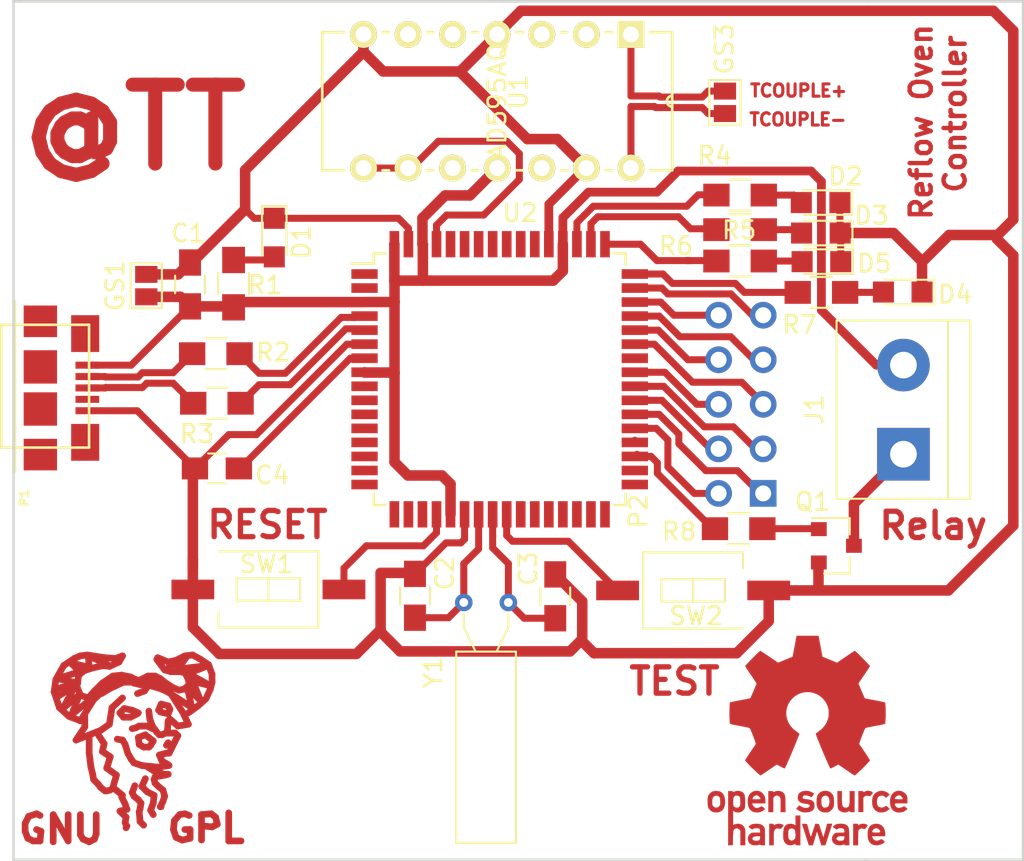
<source format=kicad_pcb>
(kicad_pcb (version 4) (host pcbnew 4.0.5)

  (general
    (links 82)
    (no_connects 0)
    (area 94.285999 84.524779 151.956841 133.618041)
    (thickness 1.6)
    (drawings 18)
    (tracks 292)
    (zones 0)
    (modules 30)
    (nets 75)
  )

  (page A4)
  (layers
    (0 F.Cu signal)
    (31 B.Cu signal)
    (32 B.Adhes user)
    (33 F.Adhes user)
    (34 B.Paste user)
    (35 F.Paste user)
    (36 B.SilkS user)
    (37 F.SilkS user)
    (38 B.Mask user)
    (39 F.Mask user)
    (40 Dwgs.User user)
    (41 Cmts.User user)
    (42 Eco1.User user)
    (43 Eco2.User user)
    (44 Edge.Cuts user)
    (45 Margin user hide)
    (46 B.CrtYd user hide)
    (47 F.CrtYd user)
    (48 B.Fab user hide)
    (49 F.Fab user hide)
  )

  (setup
    (last_trace_width 0.6)
    (user_trace_width 0.25)
    (user_trace_width 0.4)
    (user_trace_width 0.5)
    (user_trace_width 0.6)
    (user_trace_width 3)
    (trace_clearance 0.2)
    (zone_clearance 0.508)
    (zone_45_only no)
    (trace_min 0.2)
    (segment_width 0.7)
    (edge_width 0.15)
    (via_size 0.3)
    (via_drill 0.2)
    (via_min_size 0.1)
    (via_min_drill 0.1)
    (uvia_size 0.3)
    (uvia_drill 0.2)
    (uvias_allowed no)
    (uvia_min_size 0.2)
    (uvia_min_drill 0.1)
    (pcb_text_width 0.3)
    (pcb_text_size 1.5 1.5)
    (mod_edge_width 0.15)
    (mod_text_size 1 1)
    (mod_text_width 0.15)
    (pad_size 1.524 1.524)
    (pad_drill 0.762)
    (pad_to_mask_clearance 0.2)
    (aux_axis_origin 0 0)
    (visible_elements 7FFEFFFF)
    (pcbplotparams
      (layerselection 0x00030_80000001)
      (usegerberextensions false)
      (excludeedgelayer true)
      (linewidth 0.100000)
      (plotframeref false)
      (viasonmask false)
      (mode 1)
      (useauxorigin false)
      (hpglpennumber 1)
      (hpglpenspeed 20)
      (hpglpendiameter 15)
      (hpglpenoverlay 2)
      (psnegative false)
      (psa4output false)
      (plotreference true)
      (plotvalue true)
      (plotinvisibletext false)
      (padsonsilk false)
      (subtractmaskfromsilk false)
      (outputformat 1)
      (mirror false)
      (drillshape 1)
      (scaleselection 1)
      (outputdirectory ""))
  )

  (net 0 "")
  (net 1 /VBUS)
  (net 2 GND)
  (net 3 "Net-(C2-Pad1)")
  (net 4 "Net-(C3-Pad1)")
  (net 5 "Net-(C4-Pad2)")
  (net 6 /PA0_TEST_IC)
  (net 7 /PA1_PRE_HEAT)
  (net 8 /PA3_COOL)
  (net 9 /PA2_REFLOW)
  (net 10 /D+)
  (net 11 /D-)
  (net 12 /RD-)
  (net 13 /RD+)
  (net 14 "Net-(SW1-Pad2)")
  (net 15 /IC_TEST_SW)
  (net 16 "Net-(U1-Pad2)")
  (net 17 "Net-(U1-Pad3)")
  (net 18 "Net-(U1-Pad5)")
  (net 19 "Net-(U1-Pad6)")
  (net 20 /Analog_out)
  (net 21 "Net-(U1-Pad10)")
  (net 22 "Net-(U1-Pad12)")
  (net 23 "Net-(U2-Pad1)")
  (net 24 "Net-(U2-Pad2)")
  (net 25 "Net-(U2-Pad9)")
  (net 26 "Net-(U2-Pad10)")
  (net 27 "Net-(U2-Pad11)")
  (net 28 "Net-(U2-Pad12)")
  (net 29 "Net-(U2-Pad13)")
  (net 30 "Net-(U2-Pad14)")
  (net 31 "Net-(U2-Pad15)")
  (net 32 "Net-(U2-Pad16)")
  (net 33 "Net-(U2-Pad17)")
  (net 34 "Net-(U2-Pad18)")
  (net 35 "Net-(U2-Pad19)")
  (net 36 "Net-(U2-Pad26)")
  (net 37 "Net-(U2-Pad27)")
  (net 38 "Net-(U2-Pad28)")
  (net 39 "Net-(U2-Pad29)")
  (net 40 "Net-(U2-Pad30)")
  (net 41 "Net-(U2-Pad31)")
  (net 42 "Net-(U2-Pad32)")
  (net 43 "Net-(U2-Pad33)")
  (net 44 "Net-(U2-Pad34)")
  (net 45 "Net-(U2-Pad42)")
  (net 46 "Net-(U2-Pad54)")
  (net 47 "Net-(U2-Pad55)")
  (net 48 "Net-(U2-Pad56)")
  (net 49 "Net-(U2-Pad57)")
  (net 50 "Net-(U2-Pad58)")
  (net 51 "Net-(U2-Pad59)")
  (net 52 "Net-(U2-Pad60)")
  (net 53 /TCOUPLE+)
  (net 54 /TCOUPLE-)
  (net 55 "Net-(D1-Pad2)")
  (net 56 "Net-(D2-Pad2)")
  (net 57 "Net-(D3-Pad2)")
  (net 58 "Net-(D4-Pad2)")
  (net 59 "Net-(D5-Pad2)")
  (net 60 "Net-(J1-Pad1)")
  (net 61 "Net-(P1-Pad4)")
  (net 62 "Net-(P2-Pad1)")
  (net 63 "Net-(P2-Pad2)")
  (net 64 "Net-(P2-Pad3)")
  (net 65 "Net-(P2-Pad4)")
  (net 66 /HWB)
  (net 67 "Net-(P2-Pad6)")
  (net 68 "Net-(P2-Pad7)")
  (net 69 "Net-(P2-Pad8)")
  (net 70 "Net-(P2-Pad9)")
  (net 71 "Net-(P2-Pad10)")
  (net 72 "Net-(Q1-Pad1)")
  (net 73 /Relay)
  (net 74 "Net-(U2-Pad36)")

  (net_class Default "This is the default net class."
    (clearance 0.2)
    (trace_width 0.25)
    (via_dia 0.3)
    (via_drill 0.2)
    (uvia_dia 0.3)
    (uvia_drill 0.2)
    (add_net /Analog_out)
    (add_net /D+)
    (add_net /D-)
    (add_net /HWB)
    (add_net /IC_TEST_SW)
    (add_net /PA0_TEST_IC)
    (add_net /PA1_PRE_HEAT)
    (add_net /PA2_REFLOW)
    (add_net /PA3_COOL)
    (add_net /RD+)
    (add_net /RD-)
    (add_net /Relay)
    (add_net /TCOUPLE+)
    (add_net /TCOUPLE-)
    (add_net /VBUS)
    (add_net GND)
    (add_net "Net-(C2-Pad1)")
    (add_net "Net-(C3-Pad1)")
    (add_net "Net-(C4-Pad2)")
    (add_net "Net-(D1-Pad2)")
    (add_net "Net-(D2-Pad2)")
    (add_net "Net-(D3-Pad2)")
    (add_net "Net-(D4-Pad2)")
    (add_net "Net-(D5-Pad2)")
    (add_net "Net-(J1-Pad1)")
    (add_net "Net-(P1-Pad4)")
    (add_net "Net-(P2-Pad1)")
    (add_net "Net-(P2-Pad10)")
    (add_net "Net-(P2-Pad2)")
    (add_net "Net-(P2-Pad3)")
    (add_net "Net-(P2-Pad4)")
    (add_net "Net-(P2-Pad6)")
    (add_net "Net-(P2-Pad7)")
    (add_net "Net-(P2-Pad8)")
    (add_net "Net-(P2-Pad9)")
    (add_net "Net-(Q1-Pad1)")
    (add_net "Net-(SW1-Pad2)")
    (add_net "Net-(U1-Pad10)")
    (add_net "Net-(U1-Pad12)")
    (add_net "Net-(U1-Pad2)")
    (add_net "Net-(U1-Pad3)")
    (add_net "Net-(U1-Pad5)")
    (add_net "Net-(U1-Pad6)")
    (add_net "Net-(U2-Pad1)")
    (add_net "Net-(U2-Pad10)")
    (add_net "Net-(U2-Pad11)")
    (add_net "Net-(U2-Pad12)")
    (add_net "Net-(U2-Pad13)")
    (add_net "Net-(U2-Pad14)")
    (add_net "Net-(U2-Pad15)")
    (add_net "Net-(U2-Pad16)")
    (add_net "Net-(U2-Pad17)")
    (add_net "Net-(U2-Pad18)")
    (add_net "Net-(U2-Pad19)")
    (add_net "Net-(U2-Pad2)")
    (add_net "Net-(U2-Pad26)")
    (add_net "Net-(U2-Pad27)")
    (add_net "Net-(U2-Pad28)")
    (add_net "Net-(U2-Pad29)")
    (add_net "Net-(U2-Pad30)")
    (add_net "Net-(U2-Pad31)")
    (add_net "Net-(U2-Pad32)")
    (add_net "Net-(U2-Pad33)")
    (add_net "Net-(U2-Pad34)")
    (add_net "Net-(U2-Pad36)")
    (add_net "Net-(U2-Pad42)")
    (add_net "Net-(U2-Pad54)")
    (add_net "Net-(U2-Pad55)")
    (add_net "Net-(U2-Pad56)")
    (add_net "Net-(U2-Pad57)")
    (add_net "Net-(U2-Pad58)")
    (add_net "Net-(U2-Pad59)")
    (add_net "Net-(U2-Pad60)")
    (add_net "Net-(U2-Pad9)")
  )

  (net_class Trace1 ""
    (clearance 0.3)
    (trace_width 0.4)
    (via_dia 0.6)
    (via_drill 0.4)
    (uvia_dia 0.3)
    (uvia_drill 0.1)
  )

  (module .pretty:he10-10d (layer F.Cu) (tedit 595644AC) (tstamp 59589BAA)
    (at 137.07364 112.65408 90)
    (descr "Connecteur HE10 10 contacts droit")
    (tags "CONN HE10")
    (path /59571FA1)
    (fp_text reference P2 (at -1.02 -7.11 90) (layer F.SilkS)
      (effects (font (size 1 1) (thickness 0.15)))
    )
    (fp_text value HE10-10 (at 11.18 4.57 90) (layer F.Fab)
      (effects (font (size 1 1) (thickness 0.15)))
    )
    (fp_line (start 21.08 -5.59) (end 21.08 3.05) (layer F.Fab) (width 0.1))
    (fp_line (start 21.08 3.05) (end -10.92 3.05) (layer F.Fab) (width 0.1))
    (fp_line (start -10.92 -5.59) (end 21.08 -5.59) (layer F.Fab) (width 0.1))
    (fp_line (start -3.81 2.29) (end -3.81 -4.83) (layer F.Fab) (width 0.1))
    (fp_line (start 13.97 2.29) (end 13.97 -4.83) (layer F.Fab) (width 0.1))
    (fp_line (start 2.54 3.05) (end 2.54 2.29) (layer F.Fab) (width 0.1))
    (fp_line (start 2.54 2.29) (end -3.81 2.29) (layer F.Fab) (width 0.1))
    (fp_line (start -3.81 -4.83) (end 13.97 -4.83) (layer F.Fab) (width 0.1))
    (fp_line (start 13.97 2.29) (end 7.62 2.29) (layer F.Fab) (width 0.1))
    (fp_line (start 7.62 2.29) (end 7.62 3.05) (layer F.Fab) (width 0.1))
    (fp_line (start -10.92 3.05) (end -10.92 -5.59) (layer F.Fab) (width 0.1))
    (pad 1 thru_hole rect (at 0 0 90) (size 1.52 1.52) (drill 0.91) (layers *.Cu *.Mask)
      (net 62 "Net-(P2-Pad1)"))
    (pad 2 thru_hole circle (at 0 -2.54 90) (size 1.52 1.52) (drill 0.91) (layers *.Cu *.Mask)
      (net 63 "Net-(P2-Pad2)"))
    (pad 3 thru_hole circle (at 2.54 0 90) (size 1.52 1.52) (drill 0.91) (layers *.Cu *.Mask)
      (net 64 "Net-(P2-Pad3)"))
    (pad 4 thru_hole circle (at 2.54 -2.54 90) (size 1.52 1.52) (drill 0.91) (layers *.Cu *.Mask)
      (net 65 "Net-(P2-Pad4)"))
    (pad 5 thru_hole circle (at 5.08 0 90) (size 1.52 1.52) (drill 0.91) (layers *.Cu *.Mask)
      (net 66 /HWB))
    (pad 6 thru_hole circle (at 5.08 -2.54 90) (size 1.52 1.52) (drill 0.91) (layers *.Cu *.Mask)
      (net 67 "Net-(P2-Pad6)"))
    (pad 7 thru_hole circle (at 7.62 0 90) (size 1.52 1.52) (drill 0.91) (layers *.Cu *.Mask)
      (net 68 "Net-(P2-Pad7)"))
    (pad 8 thru_hole circle (at 7.62 -2.54 90) (size 1.52 1.52) (drill 0.91) (layers *.Cu *.Mask)
      (net 69 "Net-(P2-Pad8)"))
    (pad 9 thru_hole circle (at 10.16 0 90) (size 1.52 1.52) (drill 0.91) (layers *.Cu *.Mask)
      (net 70 "Net-(P2-Pad9)"))
    (pad 10 thru_hole circle (at 10.16 -2.54 90) (size 1.52 1.52) (drill 0.91) (layers *.Cu *.Mask)
      (net 71 "Net-(P2-Pad10)"))
    (model Connectors.3dshapes/he10-10d.wrl
      (at (xyz 0.2 0.05 0))
      (scale (xyz 1 1 1))
      (rotate (xyz 0 0 0))
    )
  )

  (module LEDs:LED_0805 (layer F.Cu) (tedit 59589E99) (tstamp 5954AD23)
    (at 109.21746 98.0694 270)
    (descr "LED 0805 smd package")
    (tags "LED led 0805 SMD smd SMT smt smdled SMDLED smtled SMTLED")
    (path /59548F13)
    (attr smd)
    (fp_text reference D1 (at 0.25908 -1.54686 270) (layer F.SilkS)
      (effects (font (size 1 1) (thickness 0.15)))
    )
    (fp_text value PWR_LED (at 0 1.55 270) (layer F.Fab)
      (effects (font (size 1 1) (thickness 0.15)))
    )
    (fp_line (start -1.8 -0.7) (end -1.8 0.7) (layer F.SilkS) (width 0.12))
    (fp_line (start -0.4 -0.4) (end -0.4 0.4) (layer F.Fab) (width 0.1))
    (fp_line (start -0.4 0) (end 0.2 -0.4) (layer F.Fab) (width 0.1))
    (fp_line (start 0.2 0.4) (end -0.4 0) (layer F.Fab) (width 0.1))
    (fp_line (start 0.2 -0.4) (end 0.2 0.4) (layer F.Fab) (width 0.1))
    (fp_line (start 1 0.6) (end -1 0.6) (layer F.Fab) (width 0.1))
    (fp_line (start 1 -0.6) (end 1 0.6) (layer F.Fab) (width 0.1))
    (fp_line (start -1 -0.6) (end 1 -0.6) (layer F.Fab) (width 0.1))
    (fp_line (start -1 0.6) (end -1 -0.6) (layer F.Fab) (width 0.1))
    (fp_line (start -1.8 0.7) (end 1 0.7) (layer F.SilkS) (width 0.12))
    (fp_line (start -1.8 -0.7) (end 1 -0.7) (layer F.SilkS) (width 0.12))
    (fp_line (start 1.95 -0.85) (end 1.95 0.85) (layer F.CrtYd) (width 0.05))
    (fp_line (start 1.95 0.85) (end -1.95 0.85) (layer F.CrtYd) (width 0.05))
    (fp_line (start -1.95 0.85) (end -1.95 -0.85) (layer F.CrtYd) (width 0.05))
    (fp_line (start -1.95 -0.85) (end 1.95 -0.85) (layer F.CrtYd) (width 0.05))
    (pad 2 smd rect (at 1.1 0 90) (size 1.2 1.2) (layers F.Cu F.Paste F.Mask)
      (net 55 "Net-(D1-Pad2)"))
    (pad 1 smd rect (at -1.1 0 90) (size 1.2 1.2) (layers F.Cu F.Paste F.Mask)
      (net 2 GND))
    (model LEDs.3dshapes/LED_0805.wrl
      (at (xyz 0 0 0))
      (scale (xyz 1 1 1))
      (rotate (xyz 0 0 180))
    )
  )

  (module Capacitors_SMD:C_0805_HandSoldering (layer F.Cu) (tedit 59589E96) (tstamp 5954ACDB)
    (at 104.41686 100.74148 90)
    (descr "Capacitor SMD 0805, hand soldering")
    (tags "capacitor 0805")
    (path /59532F0A)
    (attr smd)
    (fp_text reference C1 (at 2.921 -0.09398 180) (layer F.SilkS)
      (effects (font (size 1 1) (thickness 0.15)))
    )
    (fp_text value 2.2uf (at 0 1.75 90) (layer F.Fab)
      (effects (font (size 1 1) (thickness 0.15)))
    )
    (fp_text user %R (at 0 -1.75 90) (layer F.Fab)
      (effects (font (size 1 1) (thickness 0.15)))
    )
    (fp_line (start -1 0.62) (end -1 -0.62) (layer F.Fab) (width 0.1))
    (fp_line (start 1 0.62) (end -1 0.62) (layer F.Fab) (width 0.1))
    (fp_line (start 1 -0.62) (end 1 0.62) (layer F.Fab) (width 0.1))
    (fp_line (start -1 -0.62) (end 1 -0.62) (layer F.Fab) (width 0.1))
    (fp_line (start 0.5 -0.85) (end -0.5 -0.85) (layer F.SilkS) (width 0.12))
    (fp_line (start -0.5 0.85) (end 0.5 0.85) (layer F.SilkS) (width 0.12))
    (fp_line (start -2.25 -0.88) (end 2.25 -0.88) (layer F.CrtYd) (width 0.05))
    (fp_line (start -2.25 -0.88) (end -2.25 0.87) (layer F.CrtYd) (width 0.05))
    (fp_line (start 2.25 0.87) (end 2.25 -0.88) (layer F.CrtYd) (width 0.05))
    (fp_line (start 2.25 0.87) (end -2.25 0.87) (layer F.CrtYd) (width 0.05))
    (pad 1 smd rect (at -1.25 0 90) (size 1.5 1.25) (layers F.Cu F.Paste F.Mask)
      (net 1 /VBUS))
    (pad 2 smd rect (at 1.25 0 90) (size 1.5 1.25) (layers F.Cu F.Paste F.Mask)
      (net 2 GND))
    (model Capacitors_SMD.3dshapes/C_0805.wrl
      (at (xyz 0 0 0))
      (scale (xyz 1 1 1))
      (rotate (xyz 0 0 0))
    )
  )

  (module Capacitors_SMD:C_0805_HandSoldering (layer F.Cu) (tedit 5958A23E) (tstamp 5954ACEC)
    (at 117.2337 118.491 90)
    (descr "Capacitor SMD 0805, hand soldering")
    (tags "capacitor 0805")
    (path /5953A88E)
    (attr smd)
    (fp_text reference C2 (at 1.28524 1.69926 90) (layer F.SilkS)
      (effects (font (size 1 1) (thickness 0.15)))
    )
    (fp_text value 10pf (at 0 1.75 90) (layer F.Fab)
      (effects (font (size 1 1) (thickness 0.15)))
    )
    (fp_text user %R (at 0 -1.75 90) (layer F.Fab)
      (effects (font (size 1 1) (thickness 0.15)))
    )
    (fp_line (start -1 0.62) (end -1 -0.62) (layer F.Fab) (width 0.1))
    (fp_line (start 1 0.62) (end -1 0.62) (layer F.Fab) (width 0.1))
    (fp_line (start 1 -0.62) (end 1 0.62) (layer F.Fab) (width 0.1))
    (fp_line (start -1 -0.62) (end 1 -0.62) (layer F.Fab) (width 0.1))
    (fp_line (start 0.5 -0.85) (end -0.5 -0.85) (layer F.SilkS) (width 0.12))
    (fp_line (start -0.5 0.85) (end 0.5 0.85) (layer F.SilkS) (width 0.12))
    (fp_line (start -2.25 -0.88) (end 2.25 -0.88) (layer F.CrtYd) (width 0.05))
    (fp_line (start -2.25 -0.88) (end -2.25 0.87) (layer F.CrtYd) (width 0.05))
    (fp_line (start 2.25 0.87) (end 2.25 -0.88) (layer F.CrtYd) (width 0.05))
    (fp_line (start 2.25 0.87) (end -2.25 0.87) (layer F.CrtYd) (width 0.05))
    (pad 1 smd rect (at -1.25 0 90) (size 1.5 1.25) (layers F.Cu F.Paste F.Mask)
      (net 3 "Net-(C2-Pad1)"))
    (pad 2 smd rect (at 1.25 0 90) (size 1.5 1.25) (layers F.Cu F.Paste F.Mask)
      (net 2 GND))
    (model Capacitors_SMD.3dshapes/C_0805.wrl
      (at (xyz 0 0 0))
      (scale (xyz 1 1 1))
      (rotate (xyz 0 0 0))
    )
  )

  (module Capacitors_SMD:C_0805_HandSoldering (layer F.Cu) (tedit 5958A241) (tstamp 5954ACFD)
    (at 125.22708 118.52148 90)
    (descr "Capacitor SMD 0805, hand soldering")
    (tags "capacitor 0805")
    (path /5953A8D1)
    (attr smd)
    (fp_text reference C3 (at 1.57988 -1.53924 90) (layer F.SilkS)
      (effects (font (size 1 1) (thickness 0.15)))
    )
    (fp_text value 10pf (at 0 1.75 90) (layer F.Fab)
      (effects (font (size 1 1) (thickness 0.15)))
    )
    (fp_text user %R (at 0 -1.75 90) (layer F.Fab)
      (effects (font (size 1 1) (thickness 0.15)))
    )
    (fp_line (start -1 0.62) (end -1 -0.62) (layer F.Fab) (width 0.1))
    (fp_line (start 1 0.62) (end -1 0.62) (layer F.Fab) (width 0.1))
    (fp_line (start 1 -0.62) (end 1 0.62) (layer F.Fab) (width 0.1))
    (fp_line (start -1 -0.62) (end 1 -0.62) (layer F.Fab) (width 0.1))
    (fp_line (start 0.5 -0.85) (end -0.5 -0.85) (layer F.SilkS) (width 0.12))
    (fp_line (start -0.5 0.85) (end 0.5 0.85) (layer F.SilkS) (width 0.12))
    (fp_line (start -2.25 -0.88) (end 2.25 -0.88) (layer F.CrtYd) (width 0.05))
    (fp_line (start -2.25 -0.88) (end -2.25 0.87) (layer F.CrtYd) (width 0.05))
    (fp_line (start 2.25 0.87) (end 2.25 -0.88) (layer F.CrtYd) (width 0.05))
    (fp_line (start 2.25 0.87) (end -2.25 0.87) (layer F.CrtYd) (width 0.05))
    (pad 1 smd rect (at -1.25 0 90) (size 1.5 1.25) (layers F.Cu F.Paste F.Mask)
      (net 4 "Net-(C3-Pad1)"))
    (pad 2 smd rect (at 1.25 0 90) (size 1.5 1.25) (layers F.Cu F.Paste F.Mask)
      (net 2 GND))
    (model Capacitors_SMD.3dshapes/C_0805.wrl
      (at (xyz 0 0 0))
      (scale (xyz 1 1 1))
      (rotate (xyz 0 0 0))
    )
  )

  (module Capacitors_SMD:C_0805_HandSoldering (layer F.Cu) (tedit 59589CDD) (tstamp 5954AD0E)
    (at 105.94848 111.22914)
    (descr "Capacitor SMD 0805, hand soldering")
    (tags "capacitor 0805")
    (path /59547FFC)
    (attr smd)
    (fp_text reference C4 (at 3.1496 0.38862) (layer F.SilkS)
      (effects (font (size 1 1) (thickness 0.15)))
    )
    (fp_text value 1uf (at 0 1.75) (layer F.Fab)
      (effects (font (size 1 1) (thickness 0.15)))
    )
    (fp_text user %R (at 0 -1.75) (layer F.Fab)
      (effects (font (size 1 1) (thickness 0.15)))
    )
    (fp_line (start -1 0.62) (end -1 -0.62) (layer F.Fab) (width 0.1))
    (fp_line (start 1 0.62) (end -1 0.62) (layer F.Fab) (width 0.1))
    (fp_line (start 1 -0.62) (end 1 0.62) (layer F.Fab) (width 0.1))
    (fp_line (start -1 -0.62) (end 1 -0.62) (layer F.Fab) (width 0.1))
    (fp_line (start 0.5 -0.85) (end -0.5 -0.85) (layer F.SilkS) (width 0.12))
    (fp_line (start -0.5 0.85) (end 0.5 0.85) (layer F.SilkS) (width 0.12))
    (fp_line (start -2.25 -0.88) (end 2.25 -0.88) (layer F.CrtYd) (width 0.05))
    (fp_line (start -2.25 -0.88) (end -2.25 0.87) (layer F.CrtYd) (width 0.05))
    (fp_line (start 2.25 0.87) (end 2.25 -0.88) (layer F.CrtYd) (width 0.05))
    (fp_line (start 2.25 0.87) (end -2.25 0.87) (layer F.CrtYd) (width 0.05))
    (pad 1 smd rect (at -1.25 0) (size 1.5 1.25) (layers F.Cu F.Paste F.Mask)
      (net 2 GND))
    (pad 2 smd rect (at 1.25 0) (size 1.5 1.25) (layers F.Cu F.Paste F.Mask)
      (net 5 "Net-(C4-Pad2)"))
    (model Capacitors_SMD.3dshapes/C_0805.wrl
      (at (xyz 0 0 0))
      (scale (xyz 1 1 1))
      (rotate (xyz 0 0 0))
    )
  )

  (module LEDs:LED_0805 (layer F.Cu) (tedit 5958A69B) (tstamp 5954AD38)
    (at 140.34516 96.07296 180)
    (descr "LED 0805 smd package")
    (tags "LED led 0805 SMD smd SMT smt smdled SMDLED smtled SMTLED")
    (path /59549A74)
    (attr smd)
    (fp_text reference D2 (at -1.4224 1.49606 180) (layer F.SilkS)
      (effects (font (size 1 1) (thickness 0.15)))
    )
    (fp_text value TEST_LED (at 0 1.55 180) (layer F.Fab)
      (effects (font (size 1 1) (thickness 0.15)))
    )
    (fp_line (start -1.8 -0.7) (end -1.8 0.7) (layer F.SilkS) (width 0.12))
    (fp_line (start -0.4 -0.4) (end -0.4 0.4) (layer F.Fab) (width 0.1))
    (fp_line (start -0.4 0) (end 0.2 -0.4) (layer F.Fab) (width 0.1))
    (fp_line (start 0.2 0.4) (end -0.4 0) (layer F.Fab) (width 0.1))
    (fp_line (start 0.2 -0.4) (end 0.2 0.4) (layer F.Fab) (width 0.1))
    (fp_line (start 1 0.6) (end -1 0.6) (layer F.Fab) (width 0.1))
    (fp_line (start 1 -0.6) (end 1 0.6) (layer F.Fab) (width 0.1))
    (fp_line (start -1 -0.6) (end 1 -0.6) (layer F.Fab) (width 0.1))
    (fp_line (start -1 0.6) (end -1 -0.6) (layer F.Fab) (width 0.1))
    (fp_line (start -1.8 0.7) (end 1 0.7) (layer F.SilkS) (width 0.12))
    (fp_line (start -1.8 -0.7) (end 1 -0.7) (layer F.SilkS) (width 0.12))
    (fp_line (start 1.95 -0.85) (end 1.95 0.85) (layer F.CrtYd) (width 0.05))
    (fp_line (start 1.95 0.85) (end -1.95 0.85) (layer F.CrtYd) (width 0.05))
    (fp_line (start -1.95 0.85) (end -1.95 -0.85) (layer F.CrtYd) (width 0.05))
    (fp_line (start -1.95 -0.85) (end 1.95 -0.85) (layer F.CrtYd) (width 0.05))
    (pad 2 smd rect (at 1.1 0) (size 1.2 1.2) (layers F.Cu F.Paste F.Mask)
      (net 56 "Net-(D2-Pad2)"))
    (pad 1 smd rect (at -1.1 0) (size 1.2 1.2) (layers F.Cu F.Paste F.Mask)
      (net 2 GND))
    (model LEDs.3dshapes/LED_0805.wrl
      (at (xyz 0 0 0))
      (scale (xyz 1 1 1))
      (rotate (xyz 0 0 180))
    )
  )

  (module LEDs:LED_0805 (layer F.Cu) (tedit 5958A699) (tstamp 5954AD4D)
    (at 140.3604 97.81032 180)
    (descr "LED 0805 smd package")
    (tags "LED led 0805 SMD smd SMT smt smdled SMDLED smtled SMTLED")
    (path /5954ACD6)
    (attr smd)
    (fp_text reference D3 (at -2.88798 0.99822 180) (layer F.SilkS)
      (effects (font (size 1 1) (thickness 0.15)))
    )
    (fp_text value PRE_HEAT_LED (at 0 1.55 180) (layer F.Fab)
      (effects (font (size 1 1) (thickness 0.15)))
    )
    (fp_line (start -1.8 -0.7) (end -1.8 0.7) (layer F.SilkS) (width 0.12))
    (fp_line (start -0.4 -0.4) (end -0.4 0.4) (layer F.Fab) (width 0.1))
    (fp_line (start -0.4 0) (end 0.2 -0.4) (layer F.Fab) (width 0.1))
    (fp_line (start 0.2 0.4) (end -0.4 0) (layer F.Fab) (width 0.1))
    (fp_line (start 0.2 -0.4) (end 0.2 0.4) (layer F.Fab) (width 0.1))
    (fp_line (start 1 0.6) (end -1 0.6) (layer F.Fab) (width 0.1))
    (fp_line (start 1 -0.6) (end 1 0.6) (layer F.Fab) (width 0.1))
    (fp_line (start -1 -0.6) (end 1 -0.6) (layer F.Fab) (width 0.1))
    (fp_line (start -1 0.6) (end -1 -0.6) (layer F.Fab) (width 0.1))
    (fp_line (start -1.8 0.7) (end 1 0.7) (layer F.SilkS) (width 0.12))
    (fp_line (start -1.8 -0.7) (end 1 -0.7) (layer F.SilkS) (width 0.12))
    (fp_line (start 1.95 -0.85) (end 1.95 0.85) (layer F.CrtYd) (width 0.05))
    (fp_line (start 1.95 0.85) (end -1.95 0.85) (layer F.CrtYd) (width 0.05))
    (fp_line (start -1.95 0.85) (end -1.95 -0.85) (layer F.CrtYd) (width 0.05))
    (fp_line (start -1.95 -0.85) (end 1.95 -0.85) (layer F.CrtYd) (width 0.05))
    (pad 2 smd rect (at 1.1 0) (size 1.2 1.2) (layers F.Cu F.Paste F.Mask)
      (net 57 "Net-(D3-Pad2)"))
    (pad 1 smd rect (at -1.1 0) (size 1.2 1.2) (layers F.Cu F.Paste F.Mask)
      (net 2 GND))
    (model LEDs.3dshapes/LED_0805.wrl
      (at (xyz 0 0 0))
      (scale (xyz 1 1 1))
      (rotate (xyz 0 0 180))
    )
  )

  (module LEDs:LED_0805 (layer F.Cu) (tedit 5958A36A) (tstamp 5954AD62)
    (at 145.02384 101.17328 180)
    (descr "LED 0805 smd package")
    (tags "LED led 0805 SMD smd SMT smt smdled SMDLED smtled SMTLED")
    (path /5954BB8D)
    (attr smd)
    (fp_text reference D4 (at -2.97434 -0.13716 180) (layer F.SilkS)
      (effects (font (size 1 1) (thickness 0.15)))
    )
    (fp_text value COOL_LED (at 0 1.55 180) (layer F.Fab)
      (effects (font (size 1 1) (thickness 0.15)))
    )
    (fp_line (start -1.8 -0.7) (end -1.8 0.7) (layer F.SilkS) (width 0.12))
    (fp_line (start -0.4 -0.4) (end -0.4 0.4) (layer F.Fab) (width 0.1))
    (fp_line (start -0.4 0) (end 0.2 -0.4) (layer F.Fab) (width 0.1))
    (fp_line (start 0.2 0.4) (end -0.4 0) (layer F.Fab) (width 0.1))
    (fp_line (start 0.2 -0.4) (end 0.2 0.4) (layer F.Fab) (width 0.1))
    (fp_line (start 1 0.6) (end -1 0.6) (layer F.Fab) (width 0.1))
    (fp_line (start 1 -0.6) (end 1 0.6) (layer F.Fab) (width 0.1))
    (fp_line (start -1 -0.6) (end 1 -0.6) (layer F.Fab) (width 0.1))
    (fp_line (start -1 0.6) (end -1 -0.6) (layer F.Fab) (width 0.1))
    (fp_line (start -1.8 0.7) (end 1 0.7) (layer F.SilkS) (width 0.12))
    (fp_line (start -1.8 -0.7) (end 1 -0.7) (layer F.SilkS) (width 0.12))
    (fp_line (start 1.95 -0.85) (end 1.95 0.85) (layer F.CrtYd) (width 0.05))
    (fp_line (start 1.95 0.85) (end -1.95 0.85) (layer F.CrtYd) (width 0.05))
    (fp_line (start -1.95 0.85) (end -1.95 -0.85) (layer F.CrtYd) (width 0.05))
    (fp_line (start -1.95 -0.85) (end 1.95 -0.85) (layer F.CrtYd) (width 0.05))
    (pad 2 smd rect (at 1.1 0) (size 1.2 1.2) (layers F.Cu F.Paste F.Mask)
      (net 58 "Net-(D4-Pad2)"))
    (pad 1 smd rect (at -1.1 0) (size 1.2 1.2) (layers F.Cu F.Paste F.Mask)
      (net 2 GND))
    (model LEDs.3dshapes/LED_0805.wrl
      (at (xyz 0 0 0))
      (scale (xyz 1 1 1))
      (rotate (xyz 0 0 180))
    )
  )

  (module LEDs:LED_0805 (layer F.Cu) (tedit 5958A377) (tstamp 5954AD77)
    (at 140.39088 99.441 180)
    (descr "LED 0805 smd package")
    (tags "LED led 0805 SMD smd SMT smt smdled SMDLED smtled SMTLED")
    (path /5954B57C)
    (attr smd)
    (fp_text reference D5 (at -3.01752 -0.1016 180) (layer F.SilkS)
      (effects (font (size 1 1) (thickness 0.15)))
    )
    (fp_text value REFLOW_LED (at 0 1.55 180) (layer F.Fab)
      (effects (font (size 1 1) (thickness 0.15)))
    )
    (fp_line (start -1.8 -0.7) (end -1.8 0.7) (layer F.SilkS) (width 0.12))
    (fp_line (start -0.4 -0.4) (end -0.4 0.4) (layer F.Fab) (width 0.1))
    (fp_line (start -0.4 0) (end 0.2 -0.4) (layer F.Fab) (width 0.1))
    (fp_line (start 0.2 0.4) (end -0.4 0) (layer F.Fab) (width 0.1))
    (fp_line (start 0.2 -0.4) (end 0.2 0.4) (layer F.Fab) (width 0.1))
    (fp_line (start 1 0.6) (end -1 0.6) (layer F.Fab) (width 0.1))
    (fp_line (start 1 -0.6) (end 1 0.6) (layer F.Fab) (width 0.1))
    (fp_line (start -1 -0.6) (end 1 -0.6) (layer F.Fab) (width 0.1))
    (fp_line (start -1 0.6) (end -1 -0.6) (layer F.Fab) (width 0.1))
    (fp_line (start -1.8 0.7) (end 1 0.7) (layer F.SilkS) (width 0.12))
    (fp_line (start -1.8 -0.7) (end 1 -0.7) (layer F.SilkS) (width 0.12))
    (fp_line (start 1.95 -0.85) (end 1.95 0.85) (layer F.CrtYd) (width 0.05))
    (fp_line (start 1.95 0.85) (end -1.95 0.85) (layer F.CrtYd) (width 0.05))
    (fp_line (start -1.95 0.85) (end -1.95 -0.85) (layer F.CrtYd) (width 0.05))
    (fp_line (start -1.95 -0.85) (end 1.95 -0.85) (layer F.CrtYd) (width 0.05))
    (pad 2 smd rect (at 1.1 0) (size 1.2 1.2) (layers F.Cu F.Paste F.Mask)
      (net 59 "Net-(D5-Pad2)"))
    (pad 1 smd rect (at -1.1 0) (size 1.2 1.2) (layers F.Cu F.Paste F.Mask)
      (net 2 GND))
    (model LEDs.3dshapes/LED_0805.wrl
      (at (xyz 0 0 0))
      (scale (xyz 1 1 1))
      (rotate (xyz 0 0 180))
    )
  )

  (module Connectors:bornier2 (layer F.Cu) (tedit 587FD522) (tstamp 5954AD8B)
    (at 145.06448 110.41888 90)
    (descr "Bornier d'alimentation 2 pins")
    (tags DEV)
    (path /595334C2)
    (fp_text reference J1 (at 2.54 -5.08 90) (layer F.SilkS)
      (effects (font (size 1 1) (thickness 0.15)))
    )
    (fp_text value Relay_Conn (at 2.54 5.08 90) (layer F.Fab)
      (effects (font (size 1 1) (thickness 0.15)))
    )
    (fp_line (start -2.41 2.55) (end 7.49 2.55) (layer F.Fab) (width 0.1))
    (fp_line (start -2.46 -3.75) (end -2.46 3.75) (layer F.Fab) (width 0.1))
    (fp_line (start -2.46 3.75) (end 7.54 3.75) (layer F.Fab) (width 0.1))
    (fp_line (start 7.54 3.75) (end 7.54 -3.75) (layer F.Fab) (width 0.1))
    (fp_line (start 7.54 -3.75) (end -2.46 -3.75) (layer F.Fab) (width 0.1))
    (fp_line (start 7.62 2.54) (end -2.54 2.54) (layer F.SilkS) (width 0.12))
    (fp_line (start 7.62 3.81) (end 7.62 -3.81) (layer F.SilkS) (width 0.12))
    (fp_line (start 7.62 -3.81) (end -2.54 -3.81) (layer F.SilkS) (width 0.12))
    (fp_line (start -2.54 -3.81) (end -2.54 3.81) (layer F.SilkS) (width 0.12))
    (fp_line (start -2.54 3.81) (end 7.62 3.81) (layer F.SilkS) (width 0.12))
    (fp_line (start -2.71 -4) (end 7.79 -4) (layer F.CrtYd) (width 0.05))
    (fp_line (start -2.71 -4) (end -2.71 4) (layer F.CrtYd) (width 0.05))
    (fp_line (start 7.79 4) (end 7.79 -4) (layer F.CrtYd) (width 0.05))
    (fp_line (start 7.79 4) (end -2.71 4) (layer F.CrtYd) (width 0.05))
    (pad 1 thru_hole rect (at 0 0 90) (size 3 3) (drill 1.52) (layers *.Cu *.Mask)
      (net 60 "Net-(J1-Pad1)"))
    (pad 2 thru_hole circle (at 5.08 0 90) (size 3 3) (drill 1.52) (layers *.Cu *.Mask)
      (net 1 /VBUS))
    (model "D:/New folder/bornier2.wrl"
      (at (xyz 0.5 0.5 0))
      (scale (xyz 0.2 0.2 0.2))
      (rotate (xyz -90 0 -0))
    )
  )

  (module Resistors_SMD:R_0805_HandSoldering (layer F.Cu) (tedit 59589E92) (tstamp 5954ADB0)
    (at 106.89844 100.69576 90)
    (descr "Resistor SMD 0805, hand soldering")
    (tags "resistor 0805")
    (path /59567667)
    (attr smd)
    (fp_text reference R1 (at -0.07112 1.79324 180) (layer F.SilkS)
      (effects (font (size 1 1) (thickness 0.15)))
    )
    (fp_text value 1k (at 0 1.75 90) (layer F.Fab)
      (effects (font (size 1 1) (thickness 0.15)))
    )
    (fp_text user %R (at 0 0 90) (layer F.Fab)
      (effects (font (size 0.5 0.5) (thickness 0.075)))
    )
    (fp_line (start -1 0.62) (end -1 -0.62) (layer F.Fab) (width 0.1))
    (fp_line (start 1 0.62) (end -1 0.62) (layer F.Fab) (width 0.1))
    (fp_line (start 1 -0.62) (end 1 0.62) (layer F.Fab) (width 0.1))
    (fp_line (start -1 -0.62) (end 1 -0.62) (layer F.Fab) (width 0.1))
    (fp_line (start 0.6 0.88) (end -0.6 0.88) (layer F.SilkS) (width 0.12))
    (fp_line (start -0.6 -0.88) (end 0.6 -0.88) (layer F.SilkS) (width 0.12))
    (fp_line (start -2.35 -0.9) (end 2.35 -0.9) (layer F.CrtYd) (width 0.05))
    (fp_line (start -2.35 -0.9) (end -2.35 0.9) (layer F.CrtYd) (width 0.05))
    (fp_line (start 2.35 0.9) (end 2.35 -0.9) (layer F.CrtYd) (width 0.05))
    (fp_line (start 2.35 0.9) (end -2.35 0.9) (layer F.CrtYd) (width 0.05))
    (pad 1 smd rect (at -1.35 0 90) (size 1.5 1.3) (layers F.Cu F.Paste F.Mask)
      (net 1 /VBUS))
    (pad 2 smd rect (at 1.35 0 90) (size 1.5 1.3) (layers F.Cu F.Paste F.Mask)
      (net 55 "Net-(D1-Pad2)"))
    (model ${KISYS3DMOD}/Resistors_SMD.3dshapes/R_0805.wrl
      (at (xyz 0 0 0))
      (scale (xyz 1 1 1))
      (rotate (xyz 0 0 0))
    )
  )

  (module Resistors_SMD:R_0805_HandSoldering (layer F.Cu) (tedit 59589CE2) (tstamp 5954ADC1)
    (at 105.88752 104.68864)
    (descr "Resistor SMD 0805, hand soldering")
    (tags "resistor 0805")
    (path /5954E2AB)
    (attr smd)
    (fp_text reference R2 (at 3.27152 -0.08128) (layer F.SilkS)
      (effects (font (size 1 1) (thickness 0.15)))
    )
    (fp_text value 22 (at 0 1.75) (layer F.Fab)
      (effects (font (size 1 1) (thickness 0.15)))
    )
    (fp_text user %R (at 0 0) (layer F.Fab)
      (effects (font (size 0.5 0.5) (thickness 0.075)))
    )
    (fp_line (start -1 0.62) (end -1 -0.62) (layer F.Fab) (width 0.1))
    (fp_line (start 1 0.62) (end -1 0.62) (layer F.Fab) (width 0.1))
    (fp_line (start 1 -0.62) (end 1 0.62) (layer F.Fab) (width 0.1))
    (fp_line (start -1 -0.62) (end 1 -0.62) (layer F.Fab) (width 0.1))
    (fp_line (start 0.6 0.88) (end -0.6 0.88) (layer F.SilkS) (width 0.12))
    (fp_line (start -0.6 -0.88) (end 0.6 -0.88) (layer F.SilkS) (width 0.12))
    (fp_line (start -2.35 -0.9) (end 2.35 -0.9) (layer F.CrtYd) (width 0.05))
    (fp_line (start -2.35 -0.9) (end -2.35 0.9) (layer F.CrtYd) (width 0.05))
    (fp_line (start 2.35 0.9) (end 2.35 -0.9) (layer F.CrtYd) (width 0.05))
    (fp_line (start 2.35 0.9) (end -2.35 0.9) (layer F.CrtYd) (width 0.05))
    (pad 1 smd rect (at -1.35 0) (size 1.5 1.3) (layers F.Cu F.Paste F.Mask)
      (net 11 /D-))
    (pad 2 smd rect (at 1.35 0) (size 1.5 1.3) (layers F.Cu F.Paste F.Mask)
      (net 12 /RD-))
    (model ${KISYS3DMOD}/Resistors_SMD.3dshapes/R_0805.wrl
      (at (xyz 0 0 0))
      (scale (xyz 1 1 1))
      (rotate (xyz 0 0 0))
    )
  )

  (module Resistors_SMD:R_0805_HandSoldering (layer F.Cu) (tedit 59589CD9) (tstamp 5954ADD2)
    (at 105.94848 107.51312 180)
    (descr "Resistor SMD 0805, hand soldering")
    (tags "resistor 0805")
    (path /5954E30E)
    (attr smd)
    (fp_text reference R3 (at 1.13792 -1.74752 180) (layer F.SilkS)
      (effects (font (size 1 1) (thickness 0.15)))
    )
    (fp_text value 22 (at 0 1.75 180) (layer F.Fab)
      (effects (font (size 1 1) (thickness 0.15)))
    )
    (fp_text user %R (at 0 0 180) (layer F.Fab)
      (effects (font (size 0.5 0.5) (thickness 0.075)))
    )
    (fp_line (start -1 0.62) (end -1 -0.62) (layer F.Fab) (width 0.1))
    (fp_line (start 1 0.62) (end -1 0.62) (layer F.Fab) (width 0.1))
    (fp_line (start 1 -0.62) (end 1 0.62) (layer F.Fab) (width 0.1))
    (fp_line (start -1 -0.62) (end 1 -0.62) (layer F.Fab) (width 0.1))
    (fp_line (start 0.6 0.88) (end -0.6 0.88) (layer F.SilkS) (width 0.12))
    (fp_line (start -0.6 -0.88) (end 0.6 -0.88) (layer F.SilkS) (width 0.12))
    (fp_line (start -2.35 -0.9) (end 2.35 -0.9) (layer F.CrtYd) (width 0.05))
    (fp_line (start -2.35 -0.9) (end -2.35 0.9) (layer F.CrtYd) (width 0.05))
    (fp_line (start 2.35 0.9) (end 2.35 -0.9) (layer F.CrtYd) (width 0.05))
    (fp_line (start 2.35 0.9) (end -2.35 0.9) (layer F.CrtYd) (width 0.05))
    (pad 1 smd rect (at -1.35 0 180) (size 1.5 1.3) (layers F.Cu F.Paste F.Mask)
      (net 13 /RD+))
    (pad 2 smd rect (at 1.35 0 180) (size 1.5 1.3) (layers F.Cu F.Paste F.Mask)
      (net 10 /D+))
    (model ${KISYS3DMOD}/Resistors_SMD.3dshapes/R_0805.wrl
      (at (xyz 0 0 0))
      (scale (xyz 1 1 1))
      (rotate (xyz 0 0 0))
    )
  )

  (module Buttons_Switches_SMD:SW_DIP_x1_W8.61mm_Slide_LowProfile (layer F.Cu) (tedit 5954C0CE) (tstamp 5954ADEF)
    (at 108.88218 118.13032)
    (descr "1x-dip-switch, Slide, row spacing 8.61 mm (338 mils), SMD, LowProfile")
    (tags "DIP Switch Slide 8.61mm 338mil SMD LowProfile")
    (path /595477B9)
    (attr smd)
    (fp_text reference SW1 (at -0.11176 -1.45288) (layer F.SilkS)
      (effects (font (size 1 1) (thickness 0.15)))
    )
    (fp_text value Reset (at 0 3.17) (layer F.Fab)
      (effects (font (size 1 1) (thickness 0.15)))
    )
    (fp_line (start -2.34 -2.05) (end 3.34 -2.05) (layer F.Fab) (width 0.1))
    (fp_line (start 3.34 -2.05) (end 3.34 2.05) (layer F.Fab) (width 0.1))
    (fp_line (start 3.34 2.05) (end -3.34 2.05) (layer F.Fab) (width 0.1))
    (fp_line (start -3.34 2.05) (end -3.34 -1.05) (layer F.Fab) (width 0.1))
    (fp_line (start -3.34 -1.05) (end -2.34 -2.05) (layer F.Fab) (width 0.1))
    (fp_line (start -1.81 -0.635) (end -1.81 0.635) (layer F.Fab) (width 0.1))
    (fp_line (start -1.81 0.635) (end 1.81 0.635) (layer F.Fab) (width 0.1))
    (fp_line (start 1.81 0.635) (end 1.81 -0.635) (layer F.Fab) (width 0.1))
    (fp_line (start 1.81 -0.635) (end -1.81 -0.635) (layer F.Fab) (width 0.1))
    (fp_line (start 0 -0.635) (end 0 0.635) (layer F.Fab) (width 0.1))
    (fp_line (start -2.845 -2.17) (end 2.845 -2.17) (layer F.SilkS) (width 0.12))
    (fp_line (start 2.845 -2.17) (end 2.845 2.17) (layer F.SilkS) (width 0.12))
    (fp_line (start 2.845 2.17) (end -2.845 2.17) (layer F.SilkS) (width 0.12))
    (fp_line (start -2.845 2.17) (end -2.845 1.27) (layer F.SilkS) (width 0.12))
    (fp_line (start -1.81 -0.635) (end -1.81 0.635) (layer F.SilkS) (width 0.12))
    (fp_line (start -1.81 0.635) (end 1.81 0.635) (layer F.SilkS) (width 0.12))
    (fp_line (start 1.81 0.635) (end 1.81 -0.635) (layer F.SilkS) (width 0.12))
    (fp_line (start 1.81 -0.635) (end -1.81 -0.635) (layer F.SilkS) (width 0.12))
    (fp_line (start 0 -0.635) (end 0 0.635) (layer F.SilkS) (width 0.12))
    (fp_line (start -5.8 -2.5) (end -5.8 2.5) (layer F.CrtYd) (width 0.05))
    (fp_line (start -5.8 2.5) (end 5.8 2.5) (layer F.CrtYd) (width 0.05))
    (fp_line (start 5.8 2.5) (end 5.8 -2.5) (layer F.CrtYd) (width 0.05))
    (fp_line (start 5.8 -2.5) (end -5.8 -2.5) (layer F.CrtYd) (width 0.05))
    (pad 1 smd rect (at -4.305 0) (size 2.44 1.12) (layers F.Cu F.Mask)
      (net 2 GND))
    (pad 2 smd rect (at 4.305 0) (size 2.44 1.12) (layers F.Cu F.Mask)
      (net 14 "Net-(SW1-Pad2)"))
    (model Buttons_Switches.3dshapes/SW_DIP_x1_W8.61mm_Slide_LowProfile.wrl
      (at (xyz 0 0 0))
      (scale (xyz 1 1 1))
      (rotate (xyz 0 0 90))
    )
  )

  (module Buttons_Switches_SMD:SW_DIP_x1_W8.61mm_Slide_LowProfile (layer F.Cu) (tedit 5954C0D4) (tstamp 5954AE0C)
    (at 133.0833 118.1862 180)
    (descr "1x-dip-switch, Slide, row spacing 8.61 mm (338 mils), SMD, LowProfile")
    (tags "DIP Switch Slide 8.61mm 338mil SMD LowProfile")
    (path /595517E2)
    (attr smd)
    (fp_text reference SW2 (at -0.16256 -1.45288 180) (layer F.SilkS)
      (effects (font (size 1 1) (thickness 0.15)))
    )
    (fp_text value TEST_SW (at 0 3.17 180) (layer F.Fab)
      (effects (font (size 1 1) (thickness 0.15)))
    )
    (fp_line (start -2.34 -2.05) (end 3.34 -2.05) (layer F.Fab) (width 0.1))
    (fp_line (start 3.34 -2.05) (end 3.34 2.05) (layer F.Fab) (width 0.1))
    (fp_line (start 3.34 2.05) (end -3.34 2.05) (layer F.Fab) (width 0.1))
    (fp_line (start -3.34 2.05) (end -3.34 -1.05) (layer F.Fab) (width 0.1))
    (fp_line (start -3.34 -1.05) (end -2.34 -2.05) (layer F.Fab) (width 0.1))
    (fp_line (start -1.81 -0.635) (end -1.81 0.635) (layer F.Fab) (width 0.1))
    (fp_line (start -1.81 0.635) (end 1.81 0.635) (layer F.Fab) (width 0.1))
    (fp_line (start 1.81 0.635) (end 1.81 -0.635) (layer F.Fab) (width 0.1))
    (fp_line (start 1.81 -0.635) (end -1.81 -0.635) (layer F.Fab) (width 0.1))
    (fp_line (start 0 -0.635) (end 0 0.635) (layer F.Fab) (width 0.1))
    (fp_line (start -2.845 -2.17) (end 2.845 -2.17) (layer F.SilkS) (width 0.12))
    (fp_line (start 2.845 -2.17) (end 2.845 2.17) (layer F.SilkS) (width 0.12))
    (fp_line (start 2.845 2.17) (end -2.845 2.17) (layer F.SilkS) (width 0.12))
    (fp_line (start -2.845 2.17) (end -2.845 1.27) (layer F.SilkS) (width 0.12))
    (fp_line (start -1.81 -0.635) (end -1.81 0.635) (layer F.SilkS) (width 0.12))
    (fp_line (start -1.81 0.635) (end 1.81 0.635) (layer F.SilkS) (width 0.12))
    (fp_line (start 1.81 0.635) (end 1.81 -0.635) (layer F.SilkS) (width 0.12))
    (fp_line (start 1.81 -0.635) (end -1.81 -0.635) (layer F.SilkS) (width 0.12))
    (fp_line (start 0 -0.635) (end 0 0.635) (layer F.SilkS) (width 0.12))
    (fp_line (start -5.8 -2.5) (end -5.8 2.5) (layer F.CrtYd) (width 0.05))
    (fp_line (start -5.8 2.5) (end 5.8 2.5) (layer F.CrtYd) (width 0.05))
    (fp_line (start 5.8 2.5) (end 5.8 -2.5) (layer F.CrtYd) (width 0.05))
    (fp_line (start 5.8 -2.5) (end -5.8 -2.5) (layer F.CrtYd) (width 0.05))
    (pad 1 smd rect (at -4.305 0 180) (size 2.44 1.12) (layers F.Cu F.Mask)
      (net 2 GND))
    (pad 2 smd rect (at 4.305 0 180) (size 2.44 1.12) (layers F.Cu F.Mask)
      (net 15 /IC_TEST_SW))
    (model Buttons_Switches.3dshapes/SW_DIP_x1_W8.61mm_Slide_LowProfile.wrl
      (at (xyz 0 0 0))
      (scale (xyz 1 1 1))
      (rotate (xyz 0 0 90))
    )
  )

  (module AD595AQ:AD595AQ (layer F.Cu) (tedit 5958A262) (tstamp 5954AE2C)
    (at 114.3 94.107 270)
    (path /595329EB)
    (fp_text reference U1 (at -4.3434 -8.82396 270) (layer F.SilkS)
      (effects (font (size 1 1) (thickness 0.15)))
    )
    (fp_text value AD595AQ (at -3.81 -7.62 270) (layer F.SilkS)
      (effects (font (size 1 1) (thickness 0.15)))
    )
    (fp_line (start -7.747 -14.7955) (end -7.747 -15.6845) (layer Dwgs.User) (width 0.1524))
    (fp_line (start -7.747 -15.6845) (end -8.0645 -15.6845) (layer Dwgs.User) (width 0.1524))
    (fp_line (start -8.0645 -15.6845) (end -8.0645 -14.7955) (layer Dwgs.User) (width 0.1524))
    (fp_line (start -8.0645 -14.7955) (end -7.747 -14.7955) (layer Dwgs.User) (width 0.1524))
    (fp_line (start -7.747 -12.2555) (end -7.747 -13.1445) (layer Dwgs.User) (width 0.1524))
    (fp_line (start -7.747 -13.1445) (end -8.0645 -13.1445) (layer Dwgs.User) (width 0.1524))
    (fp_line (start -8.0645 -13.1445) (end -8.0645 -12.2555) (layer Dwgs.User) (width 0.1524))
    (fp_line (start -8.0645 -12.2555) (end -7.747 -12.2555) (layer Dwgs.User) (width 0.1524))
    (fp_line (start -7.747 -9.7155) (end -7.747 -10.6045) (layer Dwgs.User) (width 0.1524))
    (fp_line (start -7.747 -10.6045) (end -8.0645 -10.6045) (layer Dwgs.User) (width 0.1524))
    (fp_line (start -8.0645 -10.6045) (end -8.0645 -9.7155) (layer Dwgs.User) (width 0.1524))
    (fp_line (start -8.0645 -9.7155) (end -7.747 -9.7155) (layer Dwgs.User) (width 0.1524))
    (fp_line (start -7.747 -7.1755) (end -7.747 -8.0645) (layer Dwgs.User) (width 0.1524))
    (fp_line (start -7.747 -8.0645) (end -8.0645 -8.0645) (layer Dwgs.User) (width 0.1524))
    (fp_line (start -8.0645 -8.0645) (end -8.0645 -7.1755) (layer Dwgs.User) (width 0.1524))
    (fp_line (start -8.0645 -7.1755) (end -7.747 -7.1755) (layer Dwgs.User) (width 0.1524))
    (fp_line (start -7.747 -4.6355) (end -7.747 -5.5245) (layer Dwgs.User) (width 0.1524))
    (fp_line (start -7.747 -5.5245) (end -8.0645 -5.5245) (layer Dwgs.User) (width 0.1524))
    (fp_line (start -8.0645 -5.5245) (end -8.0645 -4.6355) (layer Dwgs.User) (width 0.1524))
    (fp_line (start -8.0645 -4.6355) (end -7.747 -4.6355) (layer Dwgs.User) (width 0.1524))
    (fp_line (start -7.747 -2.0955) (end -7.747 -2.9845) (layer Dwgs.User) (width 0.1524))
    (fp_line (start -7.747 -2.9845) (end -8.0645 -2.9845) (layer Dwgs.User) (width 0.1524))
    (fp_line (start -8.0645 -2.9845) (end -8.0645 -2.0955) (layer Dwgs.User) (width 0.1524))
    (fp_line (start -8.0645 -2.0955) (end -7.747 -2.0955) (layer Dwgs.User) (width 0.1524))
    (fp_line (start -7.747 0.4445) (end -7.747 -0.4445) (layer Dwgs.User) (width 0.1524))
    (fp_line (start -7.747 -0.4445) (end -8.0645 -0.4445) (layer Dwgs.User) (width 0.1524))
    (fp_line (start -8.0645 -0.4445) (end -8.0645 0.4445) (layer Dwgs.User) (width 0.1524))
    (fp_line (start -8.0645 0.4445) (end -7.747 0.4445) (layer Dwgs.User) (width 0.1524))
    (fp_line (start 0.127 -0.4445) (end 0.127 0.4445) (layer Dwgs.User) (width 0.1524))
    (fp_line (start 0.127 0.4445) (end 0.4445 0.4445) (layer Dwgs.User) (width 0.1524))
    (fp_line (start 0.4445 0.4445) (end 0.4445 -0.4445) (layer Dwgs.User) (width 0.1524))
    (fp_line (start 0.4445 -0.4445) (end 0.127 -0.4445) (layer Dwgs.User) (width 0.1524))
    (fp_line (start 0.127 -2.9845) (end 0.127 -2.0955) (layer Dwgs.User) (width 0.1524))
    (fp_line (start 0.127 -2.0955) (end 0.4445 -2.0955) (layer Dwgs.User) (width 0.1524))
    (fp_line (start 0.4445 -2.0955) (end 0.4445 -2.9845) (layer Dwgs.User) (width 0.1524))
    (fp_line (start 0.4445 -2.9845) (end 0.127 -2.9845) (layer Dwgs.User) (width 0.1524))
    (fp_line (start 0.127 -5.5245) (end 0.127 -4.6355) (layer Dwgs.User) (width 0.1524))
    (fp_line (start 0.127 -4.6355) (end 0.4445 -4.6355) (layer Dwgs.User) (width 0.1524))
    (fp_line (start 0.4445 -4.6355) (end 0.4445 -5.5245) (layer Dwgs.User) (width 0.1524))
    (fp_line (start 0.4445 -5.5245) (end 0.127 -5.5245) (layer Dwgs.User) (width 0.1524))
    (fp_line (start 0.127 -8.0645) (end 0.127 -7.1755) (layer Dwgs.User) (width 0.1524))
    (fp_line (start 0.127 -7.1755) (end 0.4445 -7.1755) (layer Dwgs.User) (width 0.1524))
    (fp_line (start 0.4445 -7.1755) (end 0.4445 -8.0645) (layer Dwgs.User) (width 0.1524))
    (fp_line (start 0.4445 -8.0645) (end 0.127 -8.0645) (layer Dwgs.User) (width 0.1524))
    (fp_line (start 0.127 -10.6045) (end 0.127 -9.7155) (layer Dwgs.User) (width 0.1524))
    (fp_line (start 0.127 -9.7155) (end 0.4445 -9.7155) (layer Dwgs.User) (width 0.1524))
    (fp_line (start 0.4445 -9.7155) (end 0.4445 -10.6045) (layer Dwgs.User) (width 0.1524))
    (fp_line (start 0.4445 -10.6045) (end 0.127 -10.6045) (layer Dwgs.User) (width 0.1524))
    (fp_line (start 0.127 -13.1445) (end 0.127 -12.2555) (layer Dwgs.User) (width 0.1524))
    (fp_line (start 0.127 -12.2555) (end 0.4445 -12.2555) (layer Dwgs.User) (width 0.1524))
    (fp_line (start 0.4445 -12.2555) (end 0.4445 -13.1445) (layer Dwgs.User) (width 0.1524))
    (fp_line (start 0.4445 -13.1445) (end 0.127 -13.1445) (layer Dwgs.User) (width 0.1524))
    (fp_line (start 0.127 -15.6845) (end 0.127 -14.7955) (layer Dwgs.User) (width 0.1524))
    (fp_line (start 0.127 -14.7955) (end 0.4445 -14.7955) (layer Dwgs.User) (width 0.1524))
    (fp_line (start 0.4445 -14.7955) (end 0.4445 -15.6845) (layer Dwgs.User) (width 0.1524))
    (fp_line (start 0.4445 -15.6845) (end 0.127 -15.6845) (layer Dwgs.User) (width 0.1524))
    (fp_line (start -7.747 2.3495) (end 0.127 2.3495) (layer F.SilkS) (width 0.1524))
    (fp_line (start 0.127 2.3495) (end 0.127 1.084791) (layer F.SilkS) (width 0.1524))
    (fp_line (start 0.127 -17.5895) (end -7.747 -17.5895) (layer F.SilkS) (width 0.1524))
    (fp_line (start -7.747 -17.5895) (end -7.747 -16.3322) (layer F.SilkS) (width 0.1524))
    (fp_line (start -7.747 2.3495) (end 0.127 2.3495) (layer Dwgs.User) (width 0.1524))
    (fp_line (start 0.127 2.3495) (end 0.127 -17.5895) (layer Dwgs.User) (width 0.1524))
    (fp_line (start 0.127 -17.5895) (end -7.747 -17.5895) (layer Dwgs.User) (width 0.1524))
    (fp_line (start -7.747 -17.5895) (end -7.747 2.3495) (layer Dwgs.User) (width 0.1524))
    (fp_line (start -7.747 -14.1478) (end -7.747 -13.784791) (layer F.SilkS) (width 0.1524))
    (fp_line (start -7.747 -11.615209) (end -7.747 -11.244791) (layer F.SilkS) (width 0.1524))
    (fp_line (start -7.747 -9.075209) (end -7.747 -8.704791) (layer F.SilkS) (width 0.1524))
    (fp_line (start -7.747 -6.535209) (end -7.747 -6.164791) (layer F.SilkS) (width 0.1524))
    (fp_line (start -7.747 -3.995209) (end -7.747 -3.624791) (layer F.SilkS) (width 0.1524))
    (fp_line (start -7.747 -1.455209) (end -7.747 -1.084791) (layer F.SilkS) (width 0.1524))
    (fp_line (start -7.747 1.084791) (end -7.747 2.3495) (layer F.SilkS) (width 0.1524))
    (fp_line (start 0.127 -1.084791) (end 0.127 -1.455209) (layer F.SilkS) (width 0.1524))
    (fp_line (start 0.127 -3.624791) (end 0.127 -3.995209) (layer F.SilkS) (width 0.1524))
    (fp_line (start 0.127 -6.164791) (end 0.127 -6.535209) (layer F.SilkS) (width 0.1524))
    (fp_line (start 0.127 -8.704791) (end 0.127 -9.075209) (layer F.SilkS) (width 0.1524))
    (fp_line (start 0.127 -11.244791) (end 0.127 -11.615209) (layer F.SilkS) (width 0.1524))
    (fp_line (start 0.127 -13.784791) (end 0.127 -14.155209) (layer F.SilkS) (width 0.1524))
    (fp_line (start 0.127 -16.324791) (end 0.127 -17.5895) (layer F.SilkS) (width 0.1524))
    (fp_arc (start -3.81 -17.5895) (end -3.5052 -17.5895) (angle 180) (layer F.SilkS) (width 0.1524))
    (fp_arc (start -3.81 -17.5895) (end -3.5052 -17.5895) (angle 180) (layer Dwgs.User) (width 0.1524))
    (pad 1 thru_hole rect (at -7.62 -15.24 270) (size 1.524 1.524) (drill 0.889) (layers *.Cu F.SilkS)
      (net 53 /TCOUPLE+))
    (pad 1 thru_hole rect (at -7.62 -15.24 270) (size 1.524 1.524) (drill 0.889) (layers *.Cu F.SilkS)
      (net 53 /TCOUPLE+))
    (pad 2 thru_hole circle (at -7.62 -12.7 270) (size 1.524 1.524) (drill 0.889) (layers *.Cu F.SilkS)
      (net 16 "Net-(U1-Pad2)"))
    (pad 2 thru_hole circle (at -7.62 -12.7 270) (size 1.524 1.524) (drill 0.889) (layers *.Cu F.SilkS)
      (net 16 "Net-(U1-Pad2)"))
    (pad 3 thru_hole circle (at -7.62 -10.16 270) (size 1.524 1.524) (drill 0.889) (layers *.Cu F.SilkS)
      (net 17 "Net-(U1-Pad3)"))
    (pad 3 thru_hole circle (at -7.62 -10.16 270) (size 1.524 1.524) (drill 0.889) (layers *.Cu F.SilkS)
      (net 17 "Net-(U1-Pad3)"))
    (pad 4 thru_hole circle (at -7.62 -7.62 270) (size 1.524 1.524) (drill 0.889) (layers *.Cu F.SilkS)
      (net 2 GND))
    (pad 4 thru_hole circle (at -7.62 -7.62 270) (size 1.524 1.524) (drill 0.889) (layers *.Cu F.SilkS)
      (net 2 GND))
    (pad 5 thru_hole circle (at -7.62 -5.08 270) (size 1.524 1.524) (drill 0.889) (layers *.Cu F.SilkS)
      (net 18 "Net-(U1-Pad5)"))
    (pad 5 thru_hole circle (at -7.62 -5.08 270) (size 1.524 1.524) (drill 0.889) (layers *.Cu F.SilkS)
      (net 18 "Net-(U1-Pad5)"))
    (pad 6 thru_hole circle (at -7.62 -2.54 270) (size 1.524 1.524) (drill 0.889) (layers *.Cu F.SilkS)
      (net 19 "Net-(U1-Pad6)"))
    (pad 6 thru_hole circle (at -7.62 -2.54 270) (size 1.524 1.524) (drill 0.889) (layers *.Cu F.SilkS)
      (net 19 "Net-(U1-Pad6)"))
    (pad 7 thru_hole circle (at -7.62 0 270) (size 1.524 1.524) (drill 0.889) (layers *.Cu F.SilkS)
      (net 2 GND))
    (pad 7 thru_hole circle (at -7.62 0 270) (size 1.524 1.524) (drill 0.889) (layers *.Cu F.SilkS)
      (net 2 GND))
    (pad 8 thru_hole circle (at 0 0 270) (size 1.524 1.524) (drill 0.889) (layers *.Cu F.SilkS)
      (net 20 /Analog_out))
    (pad 8 thru_hole circle (at 0 0 270) (size 1.524 1.524) (drill 0.889) (layers *.Cu F.SilkS)
      (net 20 /Analog_out))
    (pad 9 thru_hole circle (at 0 -2.54 270) (size 1.524 1.524) (drill 0.889) (layers *.Cu F.SilkS)
      (net 20 /Analog_out))
    (pad 9 thru_hole circle (at 0 -2.54 270) (size 1.524 1.524) (drill 0.889) (layers *.Cu F.SilkS)
      (net 20 /Analog_out))
    (pad 10 thru_hole circle (at 0 -5.08 270) (size 1.524 1.524) (drill 0.889) (layers *.Cu F.SilkS)
      (net 21 "Net-(U1-Pad10)"))
    (pad 10 thru_hole circle (at 0 -5.08 270) (size 1.524 1.524) (drill 0.889) (layers *.Cu F.SilkS)
      (net 21 "Net-(U1-Pad10)"))
    (pad 11 thru_hole circle (at 0 -7.62 270) (size 1.524 1.524) (drill 0.889) (layers *.Cu F.SilkS)
      (net 1 /VBUS))
    (pad 11 thru_hole circle (at 0 -7.62 270) (size 1.524 1.524) (drill 0.889) (layers *.Cu F.SilkS)
      (net 1 /VBUS))
    (pad 12 thru_hole circle (at 0 -10.16 270) (size 1.524 1.524) (drill 0.889) (layers *.Cu F.SilkS)
      (net 22 "Net-(U1-Pad12)"))
    (pad 12 thru_hole circle (at 0 -10.16 270) (size 1.524 1.524) (drill 0.889) (layers *.Cu F.SilkS)
      (net 22 "Net-(U1-Pad12)"))
    (pad 13 thru_hole circle (at 0 -12.7 270) (size 1.524 1.524) (drill 0.889) (layers *.Cu F.SilkS)
      (net 2 GND))
    (pad 13 thru_hole circle (at 0 -12.7 270) (size 1.524 1.524) (drill 0.889) (layers *.Cu F.SilkS)
      (net 2 GND))
    (pad 14 thru_hole circle (at 0 -15.24 270) (size 1.524 1.524) (drill 0.889) (layers *.Cu F.SilkS)
      (net 54 /TCOUPLE-))
    (pad 14 thru_hole circle (at 0 -15.24 270) (size 1.524 1.524) (drill 0.889) (layers *.Cu F.SilkS)
      (net 54 /TCOUPLE-))
    (model "D:/New folder/dip14.wrl"
      (at (xyz 0 0 -0.15))
      (scale (xyz 0.4 0.4 0.4))
      (rotate (xyz 0 0 0))
    )
  )

  (module Housings_QFP:TQFP-64_14x14mm_Pitch0.8mm (layer F.Cu) (tedit 5958A6B6) (tstamp 5954AE83)
    (at 122.0597 106.1466)
    (descr "64-Lead Plastic Thin Quad Flatpack (PF) - 14x14x1 mm Body, 2.00 mm [TQFP] (see Microchip Packaging Specification 00000049BS.pdf)")
    (tags "QFP 0.8")
    (path /5953F2E5)
    (attr smd)
    (fp_text reference U2 (at 1.1557 -9.4869) (layer F.SilkS)
      (effects (font (size 1 1) (thickness 0.15)))
    )
    (fp_text value AT90USB646-MU (at 0 9.45) (layer F.Fab)
      (effects (font (size 1 1) (thickness 0.15)))
    )
    (fp_text user %R (at 0 0) (layer F.Fab)
      (effects (font (size 1 1) (thickness 0.15)))
    )
    (fp_line (start -6 -7) (end 7 -7) (layer F.Fab) (width 0.15))
    (fp_line (start 7 -7) (end 7 7) (layer F.Fab) (width 0.15))
    (fp_line (start 7 7) (end -7 7) (layer F.Fab) (width 0.15))
    (fp_line (start -7 7) (end -7 -6) (layer F.Fab) (width 0.15))
    (fp_line (start -7 -6) (end -6 -7) (layer F.Fab) (width 0.15))
    (fp_line (start -8.7 -8.7) (end -8.7 8.7) (layer F.CrtYd) (width 0.05))
    (fp_line (start 8.7 -8.7) (end 8.7 8.7) (layer F.CrtYd) (width 0.05))
    (fp_line (start -8.7 -8.7) (end 8.7 -8.7) (layer F.CrtYd) (width 0.05))
    (fp_line (start -8.7 8.7) (end 8.7 8.7) (layer F.CrtYd) (width 0.05))
    (fp_line (start -7.175 -7.175) (end -7.175 -6.6) (layer F.SilkS) (width 0.15))
    (fp_line (start 7.175 -7.175) (end 7.175 -6.5) (layer F.SilkS) (width 0.15))
    (fp_line (start 7.175 7.175) (end 7.175 6.5) (layer F.SilkS) (width 0.15))
    (fp_line (start -7.175 7.175) (end -7.175 6.5) (layer F.SilkS) (width 0.15))
    (fp_line (start -7.175 -7.175) (end -6.5 -7.175) (layer F.SilkS) (width 0.15))
    (fp_line (start -7.175 7.175) (end -6.5 7.175) (layer F.SilkS) (width 0.15))
    (fp_line (start 7.175 7.175) (end 6.5 7.175) (layer F.SilkS) (width 0.15))
    (fp_line (start 7.175 -7.175) (end 6.5 -7.175) (layer F.SilkS) (width 0.15))
    (fp_line (start -7.175 -6.6) (end -8.45 -6.6) (layer F.SilkS) (width 0.15))
    (pad 1 smd rect (at -7.7 -6) (size 1.5 0.55) (layers F.Cu F.Paste F.Mask)
      (net 23 "Net-(U2-Pad1)"))
    (pad 2 smd rect (at -7.7 -5.2) (size 1.5 0.55) (layers F.Cu F.Paste F.Mask)
      (net 24 "Net-(U2-Pad2)"))
    (pad 3 smd rect (at -7.7 -4.4) (size 1.5 0.55) (layers F.Cu F.Paste F.Mask)
      (net 1 /VBUS))
    (pad 4 smd rect (at -7.7 -3.6) (size 1.5 0.55) (layers F.Cu F.Paste F.Mask)
      (net 12 /RD-))
    (pad 5 smd rect (at -7.7 -2.8) (size 1.5 0.55) (layers F.Cu F.Paste F.Mask)
      (net 13 /RD+))
    (pad 6 smd rect (at -7.7 -2) (size 1.5 0.55) (layers F.Cu F.Paste F.Mask)
      (net 2 GND))
    (pad 7 smd rect (at -7.7 -1.2) (size 1.5 0.55) (layers F.Cu F.Paste F.Mask)
      (net 5 "Net-(C4-Pad2)"))
    (pad 8 smd rect (at -7.7 -0.4) (size 1.5 0.55) (layers F.Cu F.Paste F.Mask)
      (net 1 /VBUS))
    (pad 9 smd rect (at -7.7 0.4) (size 1.5 0.55) (layers F.Cu F.Paste F.Mask)
      (net 25 "Net-(U2-Pad9)"))
    (pad 10 smd rect (at -7.7 1.2) (size 1.5 0.55) (layers F.Cu F.Paste F.Mask)
      (net 26 "Net-(U2-Pad10)"))
    (pad 11 smd rect (at -7.7 2) (size 1.5 0.55) (layers F.Cu F.Paste F.Mask)
      (net 27 "Net-(U2-Pad11)"))
    (pad 12 smd rect (at -7.7 2.8) (size 1.5 0.55) (layers F.Cu F.Paste F.Mask)
      (net 28 "Net-(U2-Pad12)"))
    (pad 13 smd rect (at -7.7 3.6) (size 1.5 0.55) (layers F.Cu F.Paste F.Mask)
      (net 29 "Net-(U2-Pad13)"))
    (pad 14 smd rect (at -7.7 4.4) (size 1.5 0.55) (layers F.Cu F.Paste F.Mask)
      (net 30 "Net-(U2-Pad14)"))
    (pad 15 smd rect (at -7.7 5.2) (size 1.5 0.55) (layers F.Cu F.Paste F.Mask)
      (net 31 "Net-(U2-Pad15)"))
    (pad 16 smd rect (at -7.7 6) (size 1.5 0.55) (layers F.Cu F.Paste F.Mask)
      (net 32 "Net-(U2-Pad16)"))
    (pad 17 smd rect (at -6 7.7 90) (size 1.5 0.55) (layers F.Cu F.Paste F.Mask)
      (net 33 "Net-(U2-Pad17)"))
    (pad 18 smd rect (at -5.2 7.7 90) (size 1.5 0.55) (layers F.Cu F.Paste F.Mask)
      (net 34 "Net-(U2-Pad18)"))
    (pad 19 smd rect (at -4.4 7.7 90) (size 1.5 0.55) (layers F.Cu F.Paste F.Mask)
      (net 35 "Net-(U2-Pad19)"))
    (pad 20 smd rect (at -3.6 7.7 90) (size 1.5 0.55) (layers F.Cu F.Paste F.Mask)
      (net 14 "Net-(SW1-Pad2)"))
    (pad 21 smd rect (at -2.8 7.7 90) (size 1.5 0.55) (layers F.Cu F.Paste F.Mask)
      (net 1 /VBUS))
    (pad 22 smd rect (at -2 7.7 90) (size 1.5 0.55) (layers F.Cu F.Paste F.Mask)
      (net 2 GND))
    (pad 23 smd rect (at -1.2 7.7 90) (size 1.5 0.55) (layers F.Cu F.Paste F.Mask)
      (net 3 "Net-(C2-Pad1)"))
    (pad 24 smd rect (at -0.4 7.7 90) (size 1.5 0.55) (layers F.Cu F.Paste F.Mask)
      (net 4 "Net-(C3-Pad1)"))
    (pad 25 smd rect (at 0.4 7.7 90) (size 1.5 0.55) (layers F.Cu F.Paste F.Mask)
      (net 15 /IC_TEST_SW))
    (pad 26 smd rect (at 1.2 7.7 90) (size 1.5 0.55) (layers F.Cu F.Paste F.Mask)
      (net 36 "Net-(U2-Pad26)"))
    (pad 27 smd rect (at 2 7.7 90) (size 1.5 0.55) (layers F.Cu F.Paste F.Mask)
      (net 37 "Net-(U2-Pad27)"))
    (pad 28 smd rect (at 2.8 7.7 90) (size 1.5 0.55) (layers F.Cu F.Paste F.Mask)
      (net 38 "Net-(U2-Pad28)"))
    (pad 29 smd rect (at 3.6 7.7 90) (size 1.5 0.55) (layers F.Cu F.Paste F.Mask)
      (net 39 "Net-(U2-Pad29)"))
    (pad 30 smd rect (at 4.4 7.7 90) (size 1.5 0.55) (layers F.Cu F.Paste F.Mask)
      (net 40 "Net-(U2-Pad30)"))
    (pad 31 smd rect (at 5.2 7.7 90) (size 1.5 0.55) (layers F.Cu F.Paste F.Mask)
      (net 41 "Net-(U2-Pad31)"))
    (pad 32 smd rect (at 6 7.7 90) (size 1.5 0.55) (layers F.Cu F.Paste F.Mask)
      (net 42 "Net-(U2-Pad32)"))
    (pad 33 smd rect (at 7.7 6) (size 1.5 0.55) (layers F.Cu F.Paste F.Mask)
      (net 43 "Net-(U2-Pad33)"))
    (pad 34 smd rect (at 7.7 5.2) (size 1.5 0.55) (layers F.Cu F.Paste F.Mask)
      (net 44 "Net-(U2-Pad34)"))
    (pad 35 smd rect (at 7.7 4.4) (size 1.5 0.55) (layers F.Cu F.Paste F.Mask)
      (net 73 /Relay))
    (pad 36 smd rect (at 7.7 3.6) (size 1.5 0.55) (layers F.Cu F.Paste F.Mask)
      (net 74 "Net-(U2-Pad36)"))
    (pad 37 smd rect (at 7.7 2.8) (size 1.5 0.55) (layers F.Cu F.Paste F.Mask)
      (net 63 "Net-(P2-Pad2)"))
    (pad 38 smd rect (at 7.7 2) (size 1.5 0.55) (layers F.Cu F.Paste F.Mask)
      (net 62 "Net-(P2-Pad1)"))
    (pad 39 smd rect (at 7.7 1.2) (size 1.5 0.55) (layers F.Cu F.Paste F.Mask)
      (net 65 "Net-(P2-Pad4)"))
    (pad 40 smd rect (at 7.7 0.4) (size 1.5 0.55) (layers F.Cu F.Paste F.Mask)
      (net 64 "Net-(P2-Pad3)"))
    (pad 41 smd rect (at 7.7 -0.4) (size 1.5 0.55) (layers F.Cu F.Paste F.Mask)
      (net 67 "Net-(P2-Pad6)"))
    (pad 42 smd rect (at 7.7 -1.2) (size 1.5 0.55) (layers F.Cu F.Paste F.Mask)
      (net 45 "Net-(U2-Pad42)"))
    (pad 43 smd rect (at 7.7 -2) (size 1.5 0.55) (layers F.Cu F.Paste F.Mask)
      (net 66 /HWB))
    (pad 44 smd rect (at 7.7 -2.8) (size 1.5 0.55) (layers F.Cu F.Paste F.Mask)
      (net 69 "Net-(P2-Pad8)"))
    (pad 45 smd rect (at 7.7 -3.6) (size 1.5 0.55) (layers F.Cu F.Paste F.Mask)
      (net 68 "Net-(P2-Pad7)"))
    (pad 46 smd rect (at 7.7 -4.4) (size 1.5 0.55) (layers F.Cu F.Paste F.Mask)
      (net 71 "Net-(P2-Pad10)"))
    (pad 47 smd rect (at 7.7 -5.2) (size 1.5 0.55) (layers F.Cu F.Paste F.Mask)
      (net 70 "Net-(P2-Pad9)"))
    (pad 48 smd rect (at 7.7 -6) (size 1.5 0.55) (layers F.Cu F.Paste F.Mask)
      (net 8 /PA3_COOL))
    (pad 49 smd rect (at 6 -7.7 90) (size 1.5 0.55) (layers F.Cu F.Paste F.Mask)
      (net 9 /PA2_REFLOW))
    (pad 50 smd rect (at 5.2 -7.7 90) (size 1.5 0.55) (layers F.Cu F.Paste F.Mask)
      (net 7 /PA1_PRE_HEAT))
    (pad 51 smd rect (at 4.4 -7.7 90) (size 1.5 0.55) (layers F.Cu F.Paste F.Mask)
      (net 6 /PA0_TEST_IC))
    (pad 52 smd rect (at 3.6 -7.7 90) (size 1.5 0.55) (layers F.Cu F.Paste F.Mask)
      (net 1 /VBUS))
    (pad 53 smd rect (at 2.8 -7.7 90) (size 1.5 0.55) (layers F.Cu F.Paste F.Mask)
      (net 2 GND))
    (pad 54 smd rect (at 2 -7.7 90) (size 1.5 0.55) (layers F.Cu F.Paste F.Mask)
      (net 46 "Net-(U2-Pad54)"))
    (pad 55 smd rect (at 1.2 -7.7 90) (size 1.5 0.55) (layers F.Cu F.Paste F.Mask)
      (net 47 "Net-(U2-Pad55)"))
    (pad 56 smd rect (at 0.4 -7.7 90) (size 1.5 0.55) (layers F.Cu F.Paste F.Mask)
      (net 48 "Net-(U2-Pad56)"))
    (pad 57 smd rect (at -0.4 -7.7 90) (size 1.5 0.55) (layers F.Cu F.Paste F.Mask)
      (net 49 "Net-(U2-Pad57)"))
    (pad 58 smd rect (at -1.2 -7.7 90) (size 1.5 0.55) (layers F.Cu F.Paste F.Mask)
      (net 50 "Net-(U2-Pad58)"))
    (pad 59 smd rect (at -2 -7.7 90) (size 1.5 0.55) (layers F.Cu F.Paste F.Mask)
      (net 51 "Net-(U2-Pad59)"))
    (pad 60 smd rect (at -2.8 -7.7 90) (size 1.5 0.55) (layers F.Cu F.Paste F.Mask)
      (net 52 "Net-(U2-Pad60)"))
    (pad 61 smd rect (at -3.6 -7.7 90) (size 1.5 0.55) (layers F.Cu F.Paste F.Mask)
      (net 20 /Analog_out))
    (pad 62 smd rect (at -4.4 -7.7 90) (size 1.5 0.55) (layers F.Cu F.Paste F.Mask)
      (net 1 /VBUS))
    (pad 63 smd rect (at -5.2 -7.7 90) (size 1.5 0.55) (layers F.Cu F.Paste F.Mask)
      (net 2 GND))
    (pad 64 smd rect (at -6 -7.7 90) (size 1.5 0.55) (layers F.Cu F.Paste F.Mask)
      (net 1 /VBUS))
    (model Housings_QFP.3dshapes/TQFP-64_14x14mm_Pitch0.8mm.wrl
      (at (xyz 0 0 0))
      (scale (xyz 1 1 1))
      (rotate (xyz 0 0 0))
    )
  )

  (module Crystals:Crystal_AT310_d3.0mm_l10.0mm_Horizontal (layer F.Cu) (tedit 5958A23A) (tstamp 5954AE9E)
    (at 120.015 118.872)
    (descr "Crystal THT AT310 10.0mm-10.5mm length 3.0mm diameter")
    (tags ['AT310'])
    (path /5953A7C8)
    (fp_text reference Y1 (at -1.7526 3.98272 90) (layer F.SilkS)
      (effects (font (size 1 1) (thickness 0.15)))
    )
    (fp_text value 16Mhz (at 4.29 3 90) (layer F.Fab)
      (effects (font (size 1 1) (thickness 0.15)))
    )
    (fp_text user %R (at 1.25 8.75 90) (layer F.Fab)
      (effects (font (size 0.8 0.8) (thickness 0.12)))
    )
    (fp_line (start -0.23 3) (end -0.23 13.5) (layer F.Fab) (width 0.1))
    (fp_line (start -0.23 13.5) (end 2.77 13.5) (layer F.Fab) (width 0.1))
    (fp_line (start 2.77 13.5) (end 2.77 3) (layer F.Fab) (width 0.1))
    (fp_line (start 2.77 3) (end -0.23 3) (layer F.Fab) (width 0.1))
    (fp_line (start 0.67 3) (end 0 1.5) (layer F.Fab) (width 0.1))
    (fp_line (start 0 1.5) (end 0 0) (layer F.Fab) (width 0.1))
    (fp_line (start 1.87 3) (end 2.54 1.5) (layer F.Fab) (width 0.1))
    (fp_line (start 2.54 1.5) (end 2.54 0) (layer F.Fab) (width 0.1))
    (fp_line (start -0.43 2.8) (end -0.43 13.7) (layer F.SilkS) (width 0.12))
    (fp_line (start -0.43 13.7) (end 2.97 13.7) (layer F.SilkS) (width 0.12))
    (fp_line (start 2.97 13.7) (end 2.97 2.8) (layer F.SilkS) (width 0.12))
    (fp_line (start 2.97 2.8) (end -0.43 2.8) (layer F.SilkS) (width 0.12))
    (fp_line (start 0.67 2.8) (end 0 1.4) (layer F.SilkS) (width 0.12))
    (fp_line (start 0 1.4) (end 0 0.7) (layer F.SilkS) (width 0.12))
    (fp_line (start 1.87 2.8) (end 2.54 1.4) (layer F.SilkS) (width 0.12))
    (fp_line (start 2.54 1.4) (end 2.54 0.7) (layer F.SilkS) (width 0.12))
    (fp_line (start -1 -0.8) (end -1 14.3) (layer F.CrtYd) (width 0.05))
    (fp_line (start -1 14.3) (end 3.6 14.3) (layer F.CrtYd) (width 0.05))
    (fp_line (start 3.6 14.3) (end 3.6 -0.8) (layer F.CrtYd) (width 0.05))
    (fp_line (start 3.6 -0.8) (end -1 -0.8) (layer F.CrtYd) (width 0.05))
    (pad 1 thru_hole circle (at 0 0) (size 1 1) (drill 0.5) (layers *.Cu *.Mask)
      (net 3 "Net-(C2-Pad1)"))
    (pad 2 thru_hole circle (at 2.54 0) (size 1 1) (drill 0.5) (layers *.Cu *.Mask)
      (net 4 "Net-(C3-Pad1)"))
    (model "D:/New folder/User Library-SMU4/crystal.wrl"
      (at (xyz 0.05 -0.36 0))
      (scale (xyz 0.4 0.4 0.4))
      (rotate (xyz -90 0 90))
    )
  )

  (module Connectors:GS2 (layer F.Cu) (tedit 586134A1) (tstamp 59589B76)
    (at 101.92512 100.80752 180)
    (descr "2-pin solder bridge")
    (tags "solder bridge")
    (path /595784C3)
    (attr smd)
    (fp_text reference GS1 (at 1.78 0 270) (layer F.SilkS)
      (effects (font (size 1 1) (thickness 0.15)))
    )
    (fp_text value GS2 (at -1.8 0 270) (layer F.Fab)
      (effects (font (size 1 1) (thickness 0.15)))
    )
    (fp_line (start 1.1 -1.45) (end 1.1 1.5) (layer F.CrtYd) (width 0.05))
    (fp_line (start 1.1 1.5) (end -1.1 1.5) (layer F.CrtYd) (width 0.05))
    (fp_line (start -1.1 1.5) (end -1.1 -1.45) (layer F.CrtYd) (width 0.05))
    (fp_line (start -1.1 -1.45) (end 1.1 -1.45) (layer F.CrtYd) (width 0.05))
    (fp_line (start -0.89 -1.27) (end -0.89 1.27) (layer F.SilkS) (width 0.12))
    (fp_line (start 0.89 1.27) (end 0.89 -1.27) (layer F.SilkS) (width 0.12))
    (fp_line (start 0.89 1.27) (end -0.89 1.27) (layer F.SilkS) (width 0.12))
    (fp_line (start -0.89 -1.27) (end 0.89 -1.27) (layer F.SilkS) (width 0.12))
    (pad 1 smd rect (at 0 -0.64 180) (size 1.27 0.97) (layers F.Cu F.Paste F.Mask)
      (net 1 /VBUS))
    (pad 2 smd rect (at 0 0.64 180) (size 1.27 0.97) (layers F.Cu F.Paste F.Mask)
      (net 2 GND))
  )

  (module Connectors:GS2 (layer F.Cu) (tedit 586134A1) (tstamp 59589B84)
    (at 134.89432 90.35796)
    (descr "2-pin solder bridge")
    (tags "solder bridge")
    (path /59579997)
    (attr smd)
    (fp_text reference GS3 (at -0.03302 -3.04546 90) (layer F.SilkS)
      (effects (font (size 1 1) (thickness 0.15)))
    )
    (fp_text value GS4 (at -1.8 0 90) (layer F.Fab)
      (effects (font (size 1 1) (thickness 0.15)))
    )
    (fp_line (start 1.1 -1.45) (end 1.1 1.5) (layer F.CrtYd) (width 0.05))
    (fp_line (start 1.1 1.5) (end -1.1 1.5) (layer F.CrtYd) (width 0.05))
    (fp_line (start -1.1 1.5) (end -1.1 -1.45) (layer F.CrtYd) (width 0.05))
    (fp_line (start -1.1 -1.45) (end 1.1 -1.45) (layer F.CrtYd) (width 0.05))
    (fp_line (start -0.89 -1.27) (end -0.89 1.27) (layer F.SilkS) (width 0.12))
    (fp_line (start 0.89 1.27) (end 0.89 -1.27) (layer F.SilkS) (width 0.12))
    (fp_line (start 0.89 1.27) (end -0.89 1.27) (layer F.SilkS) (width 0.12))
    (fp_line (start -0.89 -1.27) (end 0.89 -1.27) (layer F.SilkS) (width 0.12))
    (pad 1 smd rect (at 0 -0.64) (size 1.27 0.97) (layers F.Cu F.Paste F.Mask)
      (net 53 /TCOUPLE+))
    (pad 2 smd rect (at 0 0.64) (size 1.27 0.97) (layers F.Cu F.Paste F.Mask)
      (net 54 /TCOUPLE-))
  )

  (module TO_SOT_Packages_SMD:SOT-23 (layer F.Cu) (tedit 5958A09A) (tstamp 59589BBF)
    (at 141.24432 115.64112)
    (descr "SOT-23, Standard")
    (tags SOT-23)
    (path /59582BEB)
    (attr smd)
    (fp_text reference Q1 (at -1.36144 -2.51968) (layer F.SilkS)
      (effects (font (size 1 1) (thickness 0.15)))
    )
    (fp_text value BC817-40 (at 0 2.5) (layer F.Fab)
      (effects (font (size 1 1) (thickness 0.15)))
    )
    (fp_text user %R (at 0 0) (layer F.Fab)
      (effects (font (size 0.5 0.5) (thickness 0.075)))
    )
    (fp_line (start -0.7 -0.95) (end -0.7 1.5) (layer F.Fab) (width 0.1))
    (fp_line (start -0.15 -1.52) (end 0.7 -1.52) (layer F.Fab) (width 0.1))
    (fp_line (start -0.7 -0.95) (end -0.15 -1.52) (layer F.Fab) (width 0.1))
    (fp_line (start 0.7 -1.52) (end 0.7 1.52) (layer F.Fab) (width 0.1))
    (fp_line (start -0.7 1.52) (end 0.7 1.52) (layer F.Fab) (width 0.1))
    (fp_line (start 0.76 1.58) (end 0.76 0.65) (layer F.SilkS) (width 0.12))
    (fp_line (start 0.76 -1.58) (end 0.76 -0.65) (layer F.SilkS) (width 0.12))
    (fp_line (start -1.7 -1.75) (end 1.7 -1.75) (layer F.CrtYd) (width 0.05))
    (fp_line (start 1.7 -1.75) (end 1.7 1.75) (layer F.CrtYd) (width 0.05))
    (fp_line (start 1.7 1.75) (end -1.7 1.75) (layer F.CrtYd) (width 0.05))
    (fp_line (start -1.7 1.75) (end -1.7 -1.75) (layer F.CrtYd) (width 0.05))
    (fp_line (start 0.76 -1.58) (end -1.4 -1.58) (layer F.SilkS) (width 0.12))
    (fp_line (start 0.76 1.58) (end -0.7 1.58) (layer F.SilkS) (width 0.12))
    (pad 1 smd rect (at -1 -0.95) (size 0.9 0.8) (layers F.Cu F.Paste F.Mask)
      (net 72 "Net-(Q1-Pad1)"))
    (pad 2 smd rect (at -1 0.95) (size 0.9 0.8) (layers F.Cu F.Paste F.Mask)
      (net 2 GND))
    (pad 3 smd rect (at 1 0) (size 0.9 0.8) (layers F.Cu F.Paste F.Mask)
      (net 60 "Net-(J1-Pad1)"))
    (model ${KISYS3DMOD}/TO_SOT_Packages_SMD.3dshapes/SOT-23.wrl
      (at (xyz 0 0 0))
      (scale (xyz 1 1 1))
      (rotate (xyz 0 0 0))
    )
  )

  (module Resistors_SMD:R_0805_HandSoldering (layer F.Cu) (tedit 5958A6A8) (tstamp 59589BD0)
    (at 135.75792 95.64624)
    (descr "Resistor SMD 0805, hand soldering")
    (tags "resistor 0805")
    (path /595676F6)
    (attr smd)
    (fp_text reference R4 (at -1.45034 -2.24282) (layer F.SilkS)
      (effects (font (size 1 1) (thickness 0.15)))
    )
    (fp_text value 1k (at 0 1.75) (layer F.Fab)
      (effects (font (size 1 1) (thickness 0.15)))
    )
    (fp_text user %R (at 0 0) (layer F.Fab)
      (effects (font (size 0.5 0.5) (thickness 0.075)))
    )
    (fp_line (start -1 0.62) (end -1 -0.62) (layer F.Fab) (width 0.1))
    (fp_line (start 1 0.62) (end -1 0.62) (layer F.Fab) (width 0.1))
    (fp_line (start 1 -0.62) (end 1 0.62) (layer F.Fab) (width 0.1))
    (fp_line (start -1 -0.62) (end 1 -0.62) (layer F.Fab) (width 0.1))
    (fp_line (start 0.6 0.88) (end -0.6 0.88) (layer F.SilkS) (width 0.12))
    (fp_line (start -0.6 -0.88) (end 0.6 -0.88) (layer F.SilkS) (width 0.12))
    (fp_line (start -2.35 -0.9) (end 2.35 -0.9) (layer F.CrtYd) (width 0.05))
    (fp_line (start -2.35 -0.9) (end -2.35 0.9) (layer F.CrtYd) (width 0.05))
    (fp_line (start 2.35 0.9) (end 2.35 -0.9) (layer F.CrtYd) (width 0.05))
    (fp_line (start 2.35 0.9) (end -2.35 0.9) (layer F.CrtYd) (width 0.05))
    (pad 1 smd rect (at -1.35 0) (size 1.5 1.3) (layers F.Cu F.Paste F.Mask)
      (net 6 /PA0_TEST_IC))
    (pad 2 smd rect (at 1.35 0) (size 1.5 1.3) (layers F.Cu F.Paste F.Mask)
      (net 56 "Net-(D2-Pad2)"))
    (model ${KISYS3DMOD}/Resistors_SMD.3dshapes/R_0805.wrl
      (at (xyz 0 0 0))
      (scale (xyz 1 1 1))
      (rotate (xyz 0 0 0))
    )
  )

  (module Resistors_SMD:R_0805_HandSoldering (layer F.Cu) (tedit 5958A6B1) (tstamp 59589BE1)
    (at 135.75792 97.61728)
    (descr "Resistor SMD 0805, hand soldering")
    (tags "resistor 0805")
    (path /59567739)
    (attr smd)
    (fp_text reference R5 (at -0.05334 0.03302) (layer F.SilkS)
      (effects (font (size 1 1) (thickness 0.15)))
    )
    (fp_text value 1k (at 0 1.75) (layer F.Fab)
      (effects (font (size 1 1) (thickness 0.15)))
    )
    (fp_text user %R (at 0 0) (layer F.Fab)
      (effects (font (size 0.5 0.5) (thickness 0.075)))
    )
    (fp_line (start -1 0.62) (end -1 -0.62) (layer F.Fab) (width 0.1))
    (fp_line (start 1 0.62) (end -1 0.62) (layer F.Fab) (width 0.1))
    (fp_line (start 1 -0.62) (end 1 0.62) (layer F.Fab) (width 0.1))
    (fp_line (start -1 -0.62) (end 1 -0.62) (layer F.Fab) (width 0.1))
    (fp_line (start 0.6 0.88) (end -0.6 0.88) (layer F.SilkS) (width 0.12))
    (fp_line (start -0.6 -0.88) (end 0.6 -0.88) (layer F.SilkS) (width 0.12))
    (fp_line (start -2.35 -0.9) (end 2.35 -0.9) (layer F.CrtYd) (width 0.05))
    (fp_line (start -2.35 -0.9) (end -2.35 0.9) (layer F.CrtYd) (width 0.05))
    (fp_line (start 2.35 0.9) (end 2.35 -0.9) (layer F.CrtYd) (width 0.05))
    (fp_line (start 2.35 0.9) (end -2.35 0.9) (layer F.CrtYd) (width 0.05))
    (pad 1 smd rect (at -1.35 0) (size 1.5 1.3) (layers F.Cu F.Paste F.Mask)
      (net 7 /PA1_PRE_HEAT))
    (pad 2 smd rect (at 1.35 0) (size 1.5 1.3) (layers F.Cu F.Paste F.Mask)
      (net 57 "Net-(D3-Pad2)"))
    (model ${KISYS3DMOD}/Resistors_SMD.3dshapes/R_0805.wrl
      (at (xyz 0 0 0))
      (scale (xyz 1 1 1))
      (rotate (xyz 0 0 0))
    )
  )

  (module Resistors_SMD:R_0805_HandSoldering (layer F.Cu) (tedit 5958A6A4) (tstamp 59589BF2)
    (at 135.75792 99.40544)
    (descr "Resistor SMD 0805, hand soldering")
    (tags "resistor 0805")
    (path /5956777E)
    (attr smd)
    (fp_text reference R6 (at -3.6576 -0.86106) (layer F.SilkS)
      (effects (font (size 1 1) (thickness 0.15)))
    )
    (fp_text value 1k (at 0 1.75) (layer F.Fab)
      (effects (font (size 1 1) (thickness 0.15)))
    )
    (fp_text user %R (at 0 0) (layer F.Fab)
      (effects (font (size 0.5 0.5) (thickness 0.075)))
    )
    (fp_line (start -1 0.62) (end -1 -0.62) (layer F.Fab) (width 0.1))
    (fp_line (start 1 0.62) (end -1 0.62) (layer F.Fab) (width 0.1))
    (fp_line (start 1 -0.62) (end 1 0.62) (layer F.Fab) (width 0.1))
    (fp_line (start -1 -0.62) (end 1 -0.62) (layer F.Fab) (width 0.1))
    (fp_line (start 0.6 0.88) (end -0.6 0.88) (layer F.SilkS) (width 0.12))
    (fp_line (start -0.6 -0.88) (end 0.6 -0.88) (layer F.SilkS) (width 0.12))
    (fp_line (start -2.35 -0.9) (end 2.35 -0.9) (layer F.CrtYd) (width 0.05))
    (fp_line (start -2.35 -0.9) (end -2.35 0.9) (layer F.CrtYd) (width 0.05))
    (fp_line (start 2.35 0.9) (end 2.35 -0.9) (layer F.CrtYd) (width 0.05))
    (fp_line (start 2.35 0.9) (end -2.35 0.9) (layer F.CrtYd) (width 0.05))
    (pad 1 smd rect (at -1.35 0) (size 1.5 1.3) (layers F.Cu F.Paste F.Mask)
      (net 9 /PA2_REFLOW))
    (pad 2 smd rect (at 1.35 0) (size 1.5 1.3) (layers F.Cu F.Paste F.Mask)
      (net 59 "Net-(D5-Pad2)"))
    (model ${KISYS3DMOD}/Resistors_SMD.3dshapes/R_0805.wrl
      (at (xyz 0 0 0))
      (scale (xyz 1 1 1))
      (rotate (xyz 0 0 0))
    )
  )

  (module Resistors_SMD:R_0805_HandSoldering (layer F.Cu) (tedit 5958A6A0) (tstamp 59589C03)
    (at 140.39088 101.1936)
    (descr "Resistor SMD 0805, hand soldering")
    (tags "resistor 0805")
    (path /595678BF)
    (attr smd)
    (fp_text reference R7 (at -1.24968 1.84912) (layer F.SilkS)
      (effects (font (size 1 1) (thickness 0.15)))
    )
    (fp_text value 1k (at 0 1.75) (layer F.Fab)
      (effects (font (size 1 1) (thickness 0.15)))
    )
    (fp_text user %R (at 0 0) (layer F.Fab)
      (effects (font (size 0.5 0.5) (thickness 0.075)))
    )
    (fp_line (start -1 0.62) (end -1 -0.62) (layer F.Fab) (width 0.1))
    (fp_line (start 1 0.62) (end -1 0.62) (layer F.Fab) (width 0.1))
    (fp_line (start 1 -0.62) (end 1 0.62) (layer F.Fab) (width 0.1))
    (fp_line (start -1 -0.62) (end 1 -0.62) (layer F.Fab) (width 0.1))
    (fp_line (start 0.6 0.88) (end -0.6 0.88) (layer F.SilkS) (width 0.12))
    (fp_line (start -0.6 -0.88) (end 0.6 -0.88) (layer F.SilkS) (width 0.12))
    (fp_line (start -2.35 -0.9) (end 2.35 -0.9) (layer F.CrtYd) (width 0.05))
    (fp_line (start -2.35 -0.9) (end -2.35 0.9) (layer F.CrtYd) (width 0.05))
    (fp_line (start 2.35 0.9) (end 2.35 -0.9) (layer F.CrtYd) (width 0.05))
    (fp_line (start 2.35 0.9) (end -2.35 0.9) (layer F.CrtYd) (width 0.05))
    (pad 1 smd rect (at -1.35 0) (size 1.5 1.3) (layers F.Cu F.Paste F.Mask)
      (net 8 /PA3_COOL))
    (pad 2 smd rect (at 1.35 0) (size 1.5 1.3) (layers F.Cu F.Paste F.Mask)
      (net 58 "Net-(D4-Pad2)"))
    (model ${KISYS3DMOD}/Resistors_SMD.3dshapes/R_0805.wrl
      (at (xyz 0 0 0))
      (scale (xyz 1 1 1))
      (rotate (xyz 0 0 0))
    )
  )

  (module Resistors_SMD:R_0805_HandSoldering (layer F.Cu) (tedit 5958A0FE) (tstamp 59589C14)
    (at 135.67664 114.66576)
    (descr "Resistor SMD 0805, hand soldering")
    (tags "resistor 0805")
    (path /59582FD4)
    (attr smd)
    (fp_text reference R8 (at -3.39344 0.16256) (layer F.SilkS)
      (effects (font (size 1 1) (thickness 0.15)))
    )
    (fp_text value 1k (at 0 1.75) (layer F.Fab)
      (effects (font (size 1 1) (thickness 0.15)))
    )
    (fp_text user %R (at 0 0) (layer F.Fab)
      (effects (font (size 0.5 0.5) (thickness 0.075)))
    )
    (fp_line (start -1 0.62) (end -1 -0.62) (layer F.Fab) (width 0.1))
    (fp_line (start 1 0.62) (end -1 0.62) (layer F.Fab) (width 0.1))
    (fp_line (start 1 -0.62) (end 1 0.62) (layer F.Fab) (width 0.1))
    (fp_line (start -1 -0.62) (end 1 -0.62) (layer F.Fab) (width 0.1))
    (fp_line (start 0.6 0.88) (end -0.6 0.88) (layer F.SilkS) (width 0.12))
    (fp_line (start -0.6 -0.88) (end 0.6 -0.88) (layer F.SilkS) (width 0.12))
    (fp_line (start -2.35 -0.9) (end 2.35 -0.9) (layer F.CrtYd) (width 0.05))
    (fp_line (start -2.35 -0.9) (end -2.35 0.9) (layer F.CrtYd) (width 0.05))
    (fp_line (start 2.35 0.9) (end 2.35 -0.9) (layer F.CrtYd) (width 0.05))
    (fp_line (start 2.35 0.9) (end -2.35 0.9) (layer F.CrtYd) (width 0.05))
    (pad 1 smd rect (at -1.35 0) (size 1.5 1.3) (layers F.Cu F.Paste F.Mask)
      (net 73 /Relay))
    (pad 2 smd rect (at 1.35 0) (size 1.5 1.3) (layers F.Cu F.Paste F.Mask)
      (net 72 "Net-(Q1-Pad1)"))
    (model ${KISYS3DMOD}/Resistors_SMD.3dshapes/R_0805.wrl
      (at (xyz 0 0 0))
      (scale (xyz 1 1 1))
      (rotate (xyz 0 0 0))
    )
  )

  (module fmcw2_mcu:USB_MICRO (layer F.Cu) (tedit 58C171AE) (tstamp 59589F67)
    (at 98.5647 106.6419 270)
    (path /5957D391)
    (fp_text reference P1 (at 6.27 3.5868 270) (layer F.SilkS)
      (effects (font (size 0.5 0.5) (thickness 0.125)))
    )
    (fp_text value USB_OTG (at 0.1 7.3 270) (layer F.SilkS) hide
      (effects (font (size 1 1) (thickness 0.15)))
    )
    (fp_line (start -3.6 4.9) (end -3.6 -0.1) (layer F.SilkS) (width 0.15))
    (fp_line (start -3.6 -0.1) (end 3.4 -0.1) (layer F.SilkS) (width 0.15))
    (fp_line (start 3.4 -0.1) (end 3.4 4.9) (layer F.SilkS) (width 0.15))
    (fp_line (start 3.4 4.9) (end -3.6 4.9) (layer F.SilkS) (width 0.15))
    (fp_line (start -4.95 4.125) (end 4.75 4.125) (layer F.SilkS) (width 0.15))
    (pad 1 smd rect (at -1.3 0 270) (size 0.4 1.35) (layers F.Cu F.Paste F.Mask)
      (net 1 /VBUS))
    (pad 5 smd rect (at 1.3 0 270) (size 0.4 1.35) (layers F.Cu F.Paste F.Mask)
      (net 2 GND))
    (pad 3 smd rect (at 0 0 270) (size 0.4 1.35) (layers F.Cu F.Paste F.Mask)
      (net 10 /D+))
    (pad 2 smd rect (at -0.65 0 270) (size 0.4 1.35) (layers F.Cu F.Paste F.Mask)
      (net 11 /D-))
    (pad 4 smd rect (at 0.65 0 270) (size 0.4 1.35) (layers F.Cu F.Paste F.Mask)
      (net 61 "Net-(P1-Pad4)"))
    (pad ~ smd rect (at -3.1 0.12 270) (size 2.1 1.6) (layers F.Cu F.Paste F.Mask))
    (pad ~ smd rect (at 3.1 0.12 270) (size 2.1 1.6) (layers F.Cu F.Paste F.Mask))
    (pad SH smd rect (at 3.8 2.675 270) (size 1.8 1.9) (layers F.Cu F.Paste F.Mask))
    (pad ~ smd rect (at -3.8 2.675 270) (size 1.8 1.9) (layers F.Cu F.Paste F.Mask))
    (pad ~ smd rect (at 1.2 2.675 270) (size 1.9 1.9) (layers F.Cu F.Paste F.Mask))
    (pad ~ smd rect (at -1.2 2.675 270) (size 1.9 1.9) (layers F.Cu F.Paste F.Mask))
    (model "D:/downloads4/User Library-MicroUSB-B_Molex_105017-0001/t5.wrl"
      (at (xyz 0 -0.07000000000000001 0.05))
      (scale (xyz 0.4 0.4 0.4))
      (rotate (xyz 270 0 0))
    )
  )

  (module Symbols:Symbol_GNU-Logo_CopperTop (layer F.Cu) (tedit 5958A234) (tstamp 5954B965)
    (at 101.4222 125.6157)
    (descr "GNU-Logo, GNU-Head, GNU-Kopf, Copper Top,")
    (tags "GNU-Logo, GNU-Head, GNU-Kopf, Copper Top,")
    (fp_text reference "" (at 0 -6.05028) (layer F.SilkS)
      (effects (font (size 1 1) (thickness 0.15)))
    )
    (fp_text value KiCad-Logo2_12mm_SilkScreen (at 0 9.14908) (layer F.Fab)
      (effects (font (size 1 1) (thickness 0.15)))
    )
    (fp_line (start 5.19938 5.25018) (end 5.19938 6.85038) (layer F.Cu) (width 0.381))
    (fp_line (start 5.19938 6.85038) (end 5.90042 6.85038) (layer F.Cu) (width 0.381))
    (fp_line (start 3.64998 6.79958) (end 3.64998 5.34924) (layer F.Cu) (width 0.381))
    (fp_line (start 3.64998 5.34924) (end 4.20116 5.30098) (layer F.Cu) (width 0.381))
    (fp_line (start 4.20116 5.30098) (end 4.45008 5.4991) (layer F.Cu) (width 0.381))
    (fp_line (start 4.45008 5.4991) (end 4.54914 5.90042) (layer F.Cu) (width 0.381))
    (fp_line (start 4.54914 5.90042) (end 4.24942 6.05028) (layer F.Cu) (width 0.381))
    (fp_line (start 4.24942 6.05028) (end 3.74904 5.99948) (layer F.Cu) (width 0.381))
    (fp_line (start 2.94894 5.40004) (end 2.70002 5.30098) (layer F.Cu) (width 0.381))
    (fp_line (start 2.70002 5.30098) (end 2.4003 5.34924) (layer F.Cu) (width 0.381))
    (fp_line (start 2.4003 5.34924) (end 2.10058 5.69976) (layer F.Cu) (width 0.381))
    (fp_line (start 2.10058 5.69976) (end 2.04978 6.20014) (layer F.Cu) (width 0.381))
    (fp_line (start 2.04978 6.20014) (end 2.19964 6.64972) (layer F.Cu) (width 0.381))
    (fp_line (start 2.19964 6.64972) (end 2.55016 6.79958) (layer F.Cu) (width 0.381))
    (fp_line (start 2.55016 6.79958) (end 2.99974 6.70052) (layer F.Cu) (width 0.381))
    (fp_line (start 2.99974 6.70052) (end 2.99974 6.20014) (layer F.Cu) (width 0.381))
    (fp_line (start 2.99974 6.20014) (end 2.70002 6.20014) (layer F.Cu) (width 0.381))
    (fp_line (start -3.2512 5.34924) (end -3.2512 6.49986) (layer F.Cu) (width 0.381))
    (fp_line (start -3.2512 6.49986) (end -3.0988 6.74878) (layer F.Cu) (width 0.381))
    (fp_line (start -3.0988 6.74878) (end -2.75082 6.90118) (layer F.Cu) (width 0.381))
    (fp_line (start -2.75082 6.90118) (end -2.4511 6.74878) (layer F.Cu) (width 0.381))
    (fp_line (start -2.4511 6.74878) (end -2.3495 6.44906) (layer F.Cu) (width 0.381))
    (fp_line (start -2.3495 6.44906) (end -2.3495 5.34924) (layer F.Cu) (width 0.381))
    (fp_line (start -4.8006 6.90118) (end -4.8006 5.34924) (layer F.Cu) (width 0.381))
    (fp_line (start -4.8006 5.34924) (end -3.9497 6.85038) (layer F.Cu) (width 0.381))
    (fp_line (start -3.9497 6.85038) (end -3.9497 5.34924) (layer F.Cu) (width 0.381))
    (fp_line (start -5.5499 5.40004) (end -5.75056 5.30098) (layer F.Cu) (width 0.381))
    (fp_line (start -5.75056 5.30098) (end -6.20014 5.45084) (layer F.Cu) (width 0.381))
    (fp_line (start -6.20014 5.45084) (end -6.4008 5.84962) (layer F.Cu) (width 0.381))
    (fp_line (start -6.4008 5.84962) (end -6.4008 6.2992) (layer F.Cu) (width 0.381))
    (fp_line (start -6.4008 6.2992) (end -6.25094 6.70052) (layer F.Cu) (width 0.381))
    (fp_line (start -6.25094 6.70052) (end -5.95122 6.85038) (layer F.Cu) (width 0.381))
    (fp_line (start -5.95122 6.85038) (end -5.5499 6.85038) (layer F.Cu) (width 0.381))
    (fp_line (start -5.5499 6.85038) (end -5.4991 6.2992) (layer F.Cu) (width 0.381))
    (fp_line (start -5.4991 6.2992) (end -5.75056 6.20014) (layer F.Cu) (width 0.381))
    (fp_line (start -2.75082 -1.15062) (end -3.74904 -0.35052) (layer F.Cu) (width 0.381))
    (fp_line (start -3.74904 -0.35052) (end -3.29946 -1.50114) (layer F.Cu) (width 0.381))
    (fp_line (start -3.29946 -1.50114) (end -4.24942 -0.70104) (layer F.Cu) (width 0.381))
    (fp_line (start -4.24942 -0.70104) (end -3.55092 -1.99898) (layer F.Cu) (width 0.381))
    (fp_line (start -3.55092 -1.99898) (end -4.59994 -1.34874) (layer F.Cu) (width 0.381))
    (fp_line (start -4.59994 -1.34874) (end -4.699 -1.80086) (layer F.Cu) (width 0.381))
    (fp_line (start -4.699 -1.80086) (end -3.40106 -2.14884) (layer F.Cu) (width 0.381))
    (fp_line (start -3.40106 -2.14884) (end -4.54914 -2.4003) (layer F.Cu) (width 0.381))
    (fp_line (start -4.54914 -2.4003) (end -3.29946 -2.79908) (layer F.Cu) (width 0.381))
    (fp_line (start -3.29946 -2.79908) (end -3.79984 -3.29946) (layer F.Cu) (width 0.381))
    (fp_line (start -3.79984 -3.29946) (end -2.75082 -3.05054) (layer F.Cu) (width 0.381))
    (fp_line (start -2.75082 -3.05054) (end -2.79908 -3.70078) (layer F.Cu) (width 0.381))
    (fp_line (start -2.79908 -3.70078) (end -1.69926 -3.2004) (layer F.Cu) (width 0.381))
    (fp_line (start 0.7493 -1.99898) (end 1.39954 -1.80086) (layer F.Cu) (width 0.381))
    (fp_line (start 1.39954 -1.80086) (end 1.80086 -1.6002) (layer F.Cu) (width 0.381))
    (fp_line (start 1.80086 -1.6002) (end 3.0988 -0.7493) (layer F.Cu) (width 0.381))
    (fp_line (start 3.0988 -0.7493) (end 2.84988 -1.84912) (layer F.Cu) (width 0.381))
    (fp_line (start 2.84988 -1.84912) (end 3.59918 -1.15062) (layer F.Cu) (width 0.381))
    (fp_line (start 3.59918 -1.15062) (end 3.1496 -2.25044) (layer F.Cu) (width 0.381))
    (fp_line (start 3.1496 -2.25044) (end 4.15036 -1.99898) (layer F.Cu) (width 0.381))
    (fp_line (start 4.15036 -1.99898) (end 2.90068 -2.70002) (layer F.Cu) (width 0.381))
    (fp_line (start 2.90068 -2.70002) (end 4.04876 -3.1496) (layer F.Cu) (width 0.381))
    (fp_line (start 4.04876 -3.1496) (end 2.30124 -2.94894) (layer F.Cu) (width 0.381))
    (fp_line (start 2.30124 -2.94894) (end 2.79908 -3.64998) (layer F.Cu) (width 0.381))
    (fp_line (start 2.79908 -3.64998) (end 1.651 -2.94894) (layer F.Cu) (width 0.381))
    (fp_line (start 0.8509 -2.30124) (end 1.09982 -2.25044) (layer F.Cu) (width 0.381))
    (fp_line (start -2.04978 -1.5494) (end -1.5494 -1.84912) (layer F.Cu) (width 0.381))
    (fp_line (start -1.5494 -1.84912) (end -0.8001 -2.19964) (layer F.Cu) (width 0.381))
    (fp_line (start -0.8001 -2.19964) (end -0.44958 -2.19964) (layer F.Cu) (width 0.381))
    (fp_line (start -1.84912 4.0005) (end -2.10058 3.79984) (layer F.Cu) (width 0.381))
    (fp_line (start -2.10058 3.79984) (end -2.25044 3.59918) (layer F.Cu) (width 0.381))
    (fp_line (start -2.25044 3.59918) (end -2.49936 3.35026) (layer F.Cu) (width 0.381))
    (fp_line (start -2.49936 3.35026) (end -2.55016 3.05054) (layer F.Cu) (width 0.381))
    (fp_line (start -2.55016 3.05054) (end -2.64922 2.64922) (layer F.Cu) (width 0.381))
    (fp_line (start -2.64922 2.64922) (end -2.70002 2.25044) (layer F.Cu) (width 0.381))
    (fp_line (start -2.70002 2.25044) (end -2.75082 1.84912) (layer F.Cu) (width 0.381))
    (fp_line (start -2.75082 1.84912) (end -2.75082 1.34874) (layer F.Cu) (width 0.381))
    (fp_line (start -2.75082 1.34874) (end -2.75082 0.8509) (layer F.Cu) (width 0.381))
    (fp_line (start -1.75006 4.0005) (end -1.5494 3.9497) (layer F.Cu) (width 0.381))
    (fp_line (start -2.19964 0.8509) (end -1.89992 1.30048) (layer F.Cu) (width 0.381))
    (fp_line (start -1.89992 1.30048) (end -1.99898 1.75006) (layer F.Cu) (width 0.381))
    (fp_line (start -1.99898 1.75006) (end -1.5494 2.04978) (layer F.Cu) (width 0.381))
    (fp_line (start -1.5494 2.04978) (end -1.75006 2.70002) (layer F.Cu) (width 0.381))
    (fp_line (start -1.75006 2.70002) (end -1.19888 3.0988) (layer F.Cu) (width 0.381))
    (fp_line (start -1.19888 3.0988) (end -1.39954 3.79984) (layer F.Cu) (width 0.381))
    (fp_line (start -1.39954 3.79984) (end -0.8509 4.24942) (layer F.Cu) (width 0.381))
    (fp_line (start -0.59944 5.99948) (end -0.65024 6.10108) (layer F.Cu) (width 0.381))
    (fp_line (start -0.89916 4.35102) (end -0.70104 4.7498) (layer F.Cu) (width 0.381))
    (fp_line (start -0.70104 4.7498) (end -0.59944 5.04952) (layer F.Cu) (width 0.381))
    (fp_line (start -0.59944 5.04952) (end -1.00076 5.15112) (layer F.Cu) (width 0.381))
    (fp_line (start -1.00076 5.15112) (end -0.65024 5.4991) (layer F.Cu) (width 0.381))
    (fp_line (start -0.65024 5.4991) (end -0.70104 5.79882) (layer F.Cu) (width 0.381))
    (fp_line (start -0.70104 5.79882) (end -0.65024 5.95122) (layer F.Cu) (width 0.381))
    (fp_line (start -0.14986 3.70078) (end -0.29972 4.09956) (layer F.Cu) (width 0.381))
    (fp_line (start -0.29972 4.09956) (end -0.20066 4.30022) (layer F.Cu) (width 0.381))
    (fp_line (start -0.20066 4.30022) (end 0.0508 4.50088) (layer F.Cu) (width 0.381))
    (fp_line (start 0.0508 4.50088) (end 0.20066 4.699) (layer F.Cu) (width 0.381))
    (fp_line (start 0.20066 4.699) (end 0.14986 5.00126) (layer F.Cu) (width 0.381))
    (fp_line (start 0.14986 5.00126) (end 0.09906 5.19938) (layer F.Cu) (width 0.381))
    (fp_line (start 0.09906 5.19938) (end 0.14986 5.75056) (layer F.Cu) (width 0.381))
    (fp_line (start 0.14986 5.75056) (end 0.35052 5.95122) (layer F.Cu) (width 0.381))
    (fp_line (start 0.44958 3.29946) (end 0.24892 3.74904) (layer F.Cu) (width 0.381))
    (fp_line (start 0.24892 3.74904) (end 0.55118 4.04876) (layer F.Cu) (width 0.381))
    (fp_line (start 0.55118 4.04876) (end 0.94996 4.24942) (layer F.Cu) (width 0.381))
    (fp_line (start 0.94996 4.24942) (end 0.89916 4.699) (layer F.Cu) (width 0.381))
    (fp_line (start 0.89916 4.699) (end 0.7493 5.10032) (layer F.Cu) (width 0.381))
    (fp_line (start 0.7493 5.10032) (end 0.89916 5.34924) (layer F.Cu) (width 0.381))
    (fp_line (start 1.30048 4.89966) (end 1.34874 4.89966) (layer F.Cu) (width 0.381))
    (fp_line (start 1.24968 2.94894) (end 1.50114 3.05054) (layer F.Cu) (width 0.381))
    (fp_line (start 1.50114 3.05054) (end 1.75006 3.05054) (layer F.Cu) (width 0.381))
    (fp_line (start 1.75006 3.05054) (end 1.5494 3.0988) (layer F.Cu) (width 0.381))
    (fp_line (start 1.5494 3.0988) (end 1.00076 3.2004) (layer F.Cu) (width 0.381))
    (fp_line (start 1.00076 3.2004) (end 0.94996 3.35026) (layer F.Cu) (width 0.381))
    (fp_line (start 0.94996 3.35026) (end 1.00076 3.55092) (layer F.Cu) (width 0.381))
    (fp_line (start 1.00076 3.55092) (end 1.19888 3.74904) (layer F.Cu) (width 0.381))
    (fp_line (start 1.19888 3.74904) (end 1.45034 3.9497) (layer F.Cu) (width 0.381))
    (fp_line (start 1.45034 3.9497) (end 1.5494 4.30022) (layer F.Cu) (width 0.381))
    (fp_line (start 1.5494 4.30022) (end 1.45034 4.59994) (layer F.Cu) (width 0.381))
    (fp_line (start 1.45034 4.59994) (end 1.30048 4.89966) (layer F.Cu) (width 0.381))
    (fp_line (start 0.59944 2.64922) (end 1.00076 2.90068) (layer F.Cu) (width 0.381))
    (fp_line (start 1.00076 2.90068) (end 1.24968 2.90068) (layer F.Cu) (width 0.381))
    (fp_line (start 1.80086 2.55016) (end 1.19888 2.64922) (layer F.Cu) (width 0.381))
    (fp_line (start 1.19888 2.64922) (end 0.7493 2.60096) (layer F.Cu) (width 0.381))
    (fp_line (start 0.7493 2.60096) (end 0.24892 2.55016) (layer F.Cu) (width 0.381))
    (fp_line (start 0.24892 2.55016) (end -0.20066 2.4003) (layer F.Cu) (width 0.381))
    (fp_line (start -0.20066 2.4003) (end -0.35052 2.19964) (layer F.Cu) (width 0.381))
    (fp_line (start -0.35052 2.19964) (end -0.55118 1.84912) (layer F.Cu) (width 0.381))
    (fp_line (start -0.55118 1.84912) (end -0.70104 1.34874) (layer F.Cu) (width 0.381))
    (fp_line (start -0.70104 1.34874) (end -0.8509 1.09982) (layer F.Cu) (width 0.381))
    (fp_line (start -0.8509 1.09982) (end -1.15062 1.04902) (layer F.Cu) (width 0.381))
    (fp_line (start 1.80086 1.84912) (end 1.651 1.84912) (layer F.Cu) (width 0.381))
    (fp_line (start 1.651 1.84912) (end 1.24968 1.95072) (layer F.Cu) (width 0.381))
    (fp_line (start 1.24968 1.95072) (end 1.39954 2.30124) (layer F.Cu) (width 0.381))
    (fp_line (start 1.39954 2.30124) (end 1.75006 2.49936) (layer F.Cu) (width 0.381))
    (fp_line (start 1.75006 0) (end 1.69926 0.65024) (layer F.Cu) (width 0.381))
    (fp_line (start 1.00076 0.50038) (end 1.09982 0.65024) (layer F.Cu) (width 0.381))
    (fp_line (start 1.09982 0.65024) (end 1.24968 0.8001) (layer F.Cu) (width 0.381))
    (fp_line (start 1.24968 0.8001) (end 1.39954 0.8001) (layer F.Cu) (width 0.381))
    (fp_line (start 1.39954 0.8001) (end 1.6002 0.70104) (layer F.Cu) (width 0.381))
    (fp_line (start 1.6002 0.70104) (end 1.80086 0.70104) (layer F.Cu) (width 0.381))
    (fp_line (start 0.8509 0.44958) (end 0.55118 0.29972) (layer F.Cu) (width 0.381))
    (fp_line (start 0.55118 0.29972) (end 0.24892 0.29972) (layer F.Cu) (width 0.381))
    (fp_line (start 0.24892 0.29972) (end 0.09906 0.29972) (layer F.Cu) (width 0.381))
    (fp_line (start 0.09906 0.29972) (end -0.09906 0.39878) (layer F.Cu) (width 0.381))
    (fp_line (start -0.09906 0.39878) (end -0.29972 0.44958) (layer F.Cu) (width 0.381))
    (fp_line (start 0.65024 -0.55118) (end 0.70104 -0.09906) (layer F.Cu) (width 0.381))
    (fp_line (start 0.70104 -0.09906) (end 0.8509 0.29972) (layer F.Cu) (width 0.381))
    (fp_line (start 0.8509 0.29972) (end 0.94996 0.44958) (layer F.Cu) (width 0.381))
    (fp_line (start 1.75006 1.24968) (end 1.651 1.39954) (layer F.Cu) (width 0.381))
    (fp_line (start 0.89916 1.15062) (end 0.44958 0.8001) (layer F.Cu) (width 0.381))
    (fp_line (start 0.44958 0.8001) (end 0.0508 0.94996) (layer F.Cu) (width 0.381))
    (fp_line (start 0.0508 0.94996) (end 0.09906 1.34874) (layer F.Cu) (width 0.381))
    (fp_line (start 0.09906 1.34874) (end 0.35052 1.50114) (layer F.Cu) (width 0.381))
    (fp_line (start 0.35052 1.50114) (end 0.65024 1.50114) (layer F.Cu) (width 0.381))
    (fp_line (start 0.65024 1.50114) (end 0.7493 1.39954) (layer F.Cu) (width 0.381))
    (fp_line (start 0.7493 1.39954) (end 0.89916 1.15062) (layer F.Cu) (width 0.381))
    (fp_line (start 1.19888 -0.59944) (end 1.34874 -0.94996) (layer F.Cu) (width 0.381))
    (fp_line (start 1.34874 -0.94996) (end 1.75006 -0.8509) (layer F.Cu) (width 0.381))
    (fp_line (start 1.75006 -0.8509) (end 1.84912 -0.65024) (layer F.Cu) (width 0.381))
    (fp_line (start 1.84912 -0.65024) (end 1.75006 -0.39878) (layer F.Cu) (width 0.381))
    (fp_line (start 1.75006 -0.39878) (end 1.30048 -0.50038) (layer F.Cu) (width 0.381))
    (fp_line (start 0.0508 -0.44958) (end -0.29972 -0.59944) (layer F.Cu) (width 0.381))
    (fp_line (start -0.29972 -0.59944) (end -0.7493 -0.70104) (layer F.Cu) (width 0.381))
    (fp_line (start -0.7493 -0.70104) (end -1.00076 -0.44958) (layer F.Cu) (width 0.381))
    (fp_line (start -1.00076 -0.44958) (end -0.8001 -0.20066) (layer F.Cu) (width 0.381))
    (fp_line (start -0.8001 -0.20066) (end -0.39878 -0.20066) (layer F.Cu) (width 0.381))
    (fp_line (start -0.39878 -0.20066) (end 0 -0.39878) (layer F.Cu) (width 0.381))
    (fp_line (start 0 -1.5494) (end 0.39878 -1.69926) (layer F.Cu) (width 0.381))
    (fp_line (start 0.39878 -1.69926) (end 0.65024 -2.04978) (layer F.Cu) (width 0.381))
    (fp_line (start -2.99974 -0.24892) (end -2.99974 0.35052) (layer F.Cu) (width 0.381))
    (fp_line (start -2.99974 0.35052) (end -3.50012 1.09982) (layer F.Cu) (width 0.381))
    (fp_line (start -3.50012 1.09982) (end -2.10058 0.55118) (layer F.Cu) (width 0.381))
    (fp_line (start -2.10058 0.55118) (end -1.6002 0.20066) (layer F.Cu) (width 0.381))
    (fp_line (start -1.6002 0.20066) (end -1.45034 -0.7493) (layer F.Cu) (width 0.381))
    (fp_line (start -1.45034 -0.7493) (end -0.8509 -1.30048) (layer F.Cu) (width 0.381))
    (fp_line (start 1.09982 -3.50012) (end 1.5494 -2.90068) (layer F.Cu) (width 0.381))
    (fp_line (start 1.5494 -2.90068) (end 1.89992 -2.79908) (layer F.Cu) (width 0.381))
    (fp_line (start 1.89992 -2.79908) (end 2.3495 -2.79908) (layer F.Cu) (width 0.381))
    (fp_line (start 2.3495 -2.79908) (end 2.70002 -2.75082) (layer F.Cu) (width 0.381))
    (fp_line (start 2.70002 -2.75082) (end 2.90068 -2.3495) (layer F.Cu) (width 0.381))
    (fp_line (start 2.90068 -2.3495) (end 2.94894 -2.04978) (layer F.Cu) (width 0.381))
    (fp_line (start 2.94894 -2.04978) (end 2.64922 -1.80086) (layer F.Cu) (width 0.381))
    (fp_line (start 2.64922 -1.80086) (end 2.3495 -1.75006) (layer F.Cu) (width 0.381))
    (fp_line (start 2.3495 -1.75006) (end 1.99898 -1.89992) (layer F.Cu) (width 0.381))
    (fp_line (start 1.99898 -1.89992) (end 1.5494 -2.19964) (layer F.Cu) (width 0.381))
    (fp_line (start 1.5494 -2.19964) (end 1.30048 -2.4003) (layer F.Cu) (width 0.381))
    (fp_line (start 1.30048 -2.4003) (end 1.00076 -2.55016) (layer F.Cu) (width 0.381))
    (fp_line (start 1.00076 -2.55016) (end 0.59944 -2.55016) (layer F.Cu) (width 0.381))
    (fp_line (start 0.59944 -2.55016) (end 0.09906 -2.30124) (layer F.Cu) (width 0.381))
    (fp_line (start 0.09906 -2.30124) (end -0.09906 -2.3495) (layer F.Cu) (width 0.381))
    (fp_line (start -0.09906 -2.3495) (end -0.39878 -2.49936) (layer F.Cu) (width 0.381))
    (fp_line (start -0.39878 -2.49936) (end -0.89916 -2.60096) (layer F.Cu) (width 0.381))
    (fp_line (start -0.89916 -2.60096) (end -1.39954 -2.55016) (layer F.Cu) (width 0.381))
    (fp_line (start -1.39954 -2.55016) (end -1.99898 -2.14884) (layer F.Cu) (width 0.381))
    (fp_line (start -1.99898 -2.14884) (end -2.4511 -1.69926) (layer F.Cu) (width 0.381))
    (fp_line (start -2.4511 -1.69926) (end -2.79908 -1.30048) (layer F.Cu) (width 0.381))
    (fp_line (start -2.79908 -1.30048) (end -3.2512 -1.45034) (layer F.Cu) (width 0.381))
    (fp_line (start -3.2512 -1.45034) (end -3.44932 -1.95072) (layer F.Cu) (width 0.381))
    (fp_line (start -3.44932 -1.95072) (end -3.35026 -2.60096) (layer F.Cu) (width 0.381))
    (fp_line (start -3.35026 -2.60096) (end -3.05054 -2.84988) (layer F.Cu) (width 0.381))
    (fp_line (start -3.05054 -2.84988) (end -2.60096 -2.99974) (layer F.Cu) (width 0.381))
    (fp_line (start -2.60096 -2.99974) (end -1.95072 -3.1496) (layer F.Cu) (width 0.381))
    (fp_line (start -1.95072 -3.1496) (end -1.6002 -3.0988) (layer F.Cu) (width 0.381))
    (fp_line (start -1.6002 -3.0988) (end -1.04902 -3.35026) (layer F.Cu) (width 0.381))
    (fp_line (start -1.04902 -3.35026) (end -0.8509 -3.70078) (layer F.Cu) (width 0.381))
    (fp_line (start -0.8509 -3.70078) (end -1.24968 -3.55092) (layer F.Cu) (width 0.381))
    (fp_line (start -1.24968 -3.55092) (end -1.89992 -3.59918) (layer F.Cu) (width 0.381))
    (fp_line (start -1.89992 -3.59918) (end -2.84988 -3.74904) (layer F.Cu) (width 0.381))
    (fp_line (start -2.84988 -3.74904) (end -3.2512 -3.70078) (layer F.Cu) (width 0.381))
    (fp_line (start -3.2512 -3.70078) (end -3.59918 -3.55092) (layer F.Cu) (width 0.381))
    (fp_line (start -3.59918 -3.55092) (end -4.20116 -3.1496) (layer F.Cu) (width 0.381))
    (fp_line (start -4.20116 -3.1496) (end -4.65074 -2.3495) (layer F.Cu) (width 0.381))
    (fp_line (start -4.65074 -2.3495) (end -4.7498 -1.651) (layer F.Cu) (width 0.381))
    (fp_line (start -4.7498 -1.651) (end -4.45008 -0.7493) (layer F.Cu) (width 0.381))
    (fp_line (start -4.45008 -0.7493) (end -3.8989 -0.24892) (layer F.Cu) (width 0.381))
    (fp_line (start -3.8989 -0.24892) (end -3.2512 0) (layer F.Cu) (width 0.381))
    (fp_line (start -3.2512 0) (end -2.49936 -1.19888) (layer F.Cu) (width 0.381))
    (fp_line (start -2.49936 -1.19888) (end -1.80086 -1.84912) (layer F.Cu) (width 0.381))
    (fp_line (start -1.80086 -1.84912) (end -1.19888 -2.30124) (layer F.Cu) (width 0.381))
    (fp_line (start -1.19888 -2.30124) (end -0.65024 -2.3495) (layer F.Cu) (width 0.381))
    (fp_line (start -0.65024 -2.3495) (end -0.20066 -2.14884) (layer F.Cu) (width 0.381))
    (fp_line (start -0.20066 -2.14884) (end 0.20066 -2.04978) (layer F.Cu) (width 0.381))
    (fp_line (start 0.20066 -2.04978) (end 0.65024 -2.19964) (layer F.Cu) (width 0.381))
    (fp_line (start 0.65024 -2.19964) (end 1.09982 -2.10058) (layer F.Cu) (width 0.381))
    (fp_line (start 1.09982 -2.10058) (end 1.69926 -1.80086) (layer F.Cu) (width 0.381))
    (fp_line (start 1.69926 -1.80086) (end 1.89992 -1.5494) (layer F.Cu) (width 0.381))
    (fp_line (start 1.89992 -1.5494) (end 2.60096 -0.44958) (layer F.Cu) (width 0.381))
    (fp_line (start 2.60096 -0.44958) (end 2.90068 0.20066) (layer F.Cu) (width 0.381))
    (fp_line (start 2.90068 0.20066) (end 2.30124 0.29972) (layer F.Cu) (width 0.381))
    (fp_line (start 2.30124 0.29972) (end 1.84912 -0.09906) (layer F.Cu) (width 0.381))
    (fp_line (start 1.75006 0.70104) (end 2.14884 0.70104) (layer F.Cu) (width 0.381))
    (fp_line (start 2.14884 0.70104) (end 2.30124 0.8509) (layer F.Cu) (width 0.381))
    (fp_line (start 2.30124 0.8509) (end 1.80086 1.84912) (layer F.Cu) (width 0.381))
    (fp_line (start 1.15062 -3.59918) (end 1.75006 -3.35026) (layer F.Cu) (width 0.381))
    (fp_line (start 1.75006 -3.35026) (end 2.19964 -3.44932) (layer F.Cu) (width 0.381))
    (fp_line (start 2.19964 -3.44932) (end 2.70002 -3.70078) (layer F.Cu) (width 0.381))
    (fp_line (start 2.70002 -3.70078) (end 3.1496 -3.74904) (layer F.Cu) (width 0.381))
    (fp_line (start 3.1496 -3.74904) (end 3.59918 -3.50012) (layer F.Cu) (width 0.381))
    (fp_line (start 3.59918 -3.50012) (end 4.04876 -3.2004) (layer F.Cu) (width 0.381))
    (fp_line (start 4.04876 -3.2004) (end 4.24942 -2.64922) (layer F.Cu) (width 0.381))
    (fp_line (start 4.24942 -2.64922) (end 4.24942 -2.19964) (layer F.Cu) (width 0.381))
    (fp_line (start 4.24942 -2.19964) (end 4.15036 -1.80086) (layer F.Cu) (width 0.381))
    (fp_line (start 4.15036 -1.80086) (end 3.8989 -1.24968) (layer F.Cu) (width 0.381))
    (fp_line (start 3.8989 -1.24968) (end 3.44932 -0.8509) (layer F.Cu) (width 0.381))
    (fp_line (start 3.44932 -0.8509) (end 2.90068 -0.44958) (layer F.Cu) (width 0.381))
  )

  (module Symbols:OSHW-Logo_11.4x12mm_Copper (layer F.Cu) (tedit 0) (tstamp 5954B9A5)
    (at 139.58824 126.73584)
    (descr "Open Source Hardware Logo")
    (tags "Logo OSHW")
    (attr virtual)
    (fp_text reference "" (at 0 0) (layer F.SilkS) hide
      (effects (font (size 1 1) (thickness 0.15)))
    )
    (fp_text value OSHW-Logo2_9.8x8mm_SilkScreen (at 0.75 0) (layer F.Fab) hide
      (effects (font (size 1 1) (thickness 0.15)))
    )
    (fp_poly (pts (xy -3.780091 2.90956) (xy -3.727588 2.935499) (xy -3.662842 2.9807) (xy -3.615653 3.029991)
      (xy -3.583335 3.091885) (xy -3.563203 3.174896) (xy -3.55257 3.287538) (xy -3.548753 3.438324)
      (xy -3.54853 3.503149) (xy -3.549182 3.645221) (xy -3.551888 3.746757) (xy -3.557776 3.817015)
      (xy -3.567973 3.865256) (xy -3.583606 3.900738) (xy -3.599872 3.924943) (xy -3.703705 4.027929)
      (xy -3.825979 4.089874) (xy -3.957886 4.108506) (xy -4.090616 4.081549) (xy -4.132667 4.062486)
      (xy -4.233334 4.010015) (xy -4.233334 4.832259) (xy -4.159865 4.794267) (xy -4.063059 4.764872)
      (xy -3.944072 4.757342) (xy -3.825255 4.771245) (xy -3.735527 4.802476) (xy -3.661101 4.861954)
      (xy -3.59751 4.947066) (xy -3.592729 4.955805) (xy -3.572563 4.996966) (xy -3.557835 5.038454)
      (xy -3.547697 5.088713) (xy -3.541301 5.156184) (xy -3.537799 5.249309) (xy -3.536342 5.376531)
      (xy -3.536079 5.519701) (xy -3.536079 5.976471) (xy -3.81 5.976471) (xy -3.81 5.134231)
      (xy -3.886617 5.069763) (xy -3.966207 5.018194) (xy -4.041578 5.008818) (xy -4.117367 5.032947)
      (xy -4.157759 5.056574) (xy -4.187821 5.090227) (xy -4.209203 5.141087) (xy -4.22355 5.216334)
      (xy -4.23251 5.323146) (xy -4.23773 5.468704) (xy -4.239569 5.565588) (xy -4.245785 5.96402)
      (xy -4.37652 5.971547) (xy -4.507255 5.979073) (xy -4.507255 3.506582) (xy -4.233334 3.506582)
      (xy -4.22635 3.644423) (xy -4.202818 3.740107) (xy -4.158865 3.799641) (xy -4.090618 3.829029)
      (xy -4.021667 3.834902) (xy -3.943614 3.828154) (xy -3.891811 3.801594) (xy -3.859417 3.766499)
      (xy -3.833916 3.728752) (xy -3.818735 3.6867) (xy -3.811981 3.627779) (xy -3.811759 3.539428)
      (xy -3.814032 3.465448) (xy -3.819251 3.354) (xy -3.827021 3.280833) (xy -3.840105 3.234422)
      (xy -3.861268 3.203244) (xy -3.88124 3.185223) (xy -3.964686 3.145925) (xy -4.063449 3.139579)
      (xy -4.120159 3.153116) (xy -4.176308 3.201233) (xy -4.213501 3.294833) (xy -4.231528 3.433254)
      (xy -4.233334 3.506582) (xy -4.507255 3.506582) (xy -4.507255 2.888628) (xy -4.370295 2.888628)
      (xy -4.288065 2.891879) (xy -4.24564 2.903426) (xy -4.233339 2.925952) (xy -4.233334 2.92662)
      (xy -4.227626 2.948681) (xy -4.202453 2.946176) (xy -4.152402 2.921935) (xy -4.035781 2.884851)
      (xy -3.904571 2.880953) (xy -3.780091 2.90956)) (layer F.Cu) (width 0.01))
    (fp_poly (pts (xy -2.74128 4.765922) (xy -2.62413 4.79718) (xy -2.534949 4.853837) (xy -2.472016 4.928045)
      (xy -2.452452 4.959716) (xy -2.438008 4.992891) (xy -2.427911 5.035329) (xy -2.421385 5.094788)
      (xy -2.417658 5.179029) (xy -2.415954 5.29581) (xy -2.4155 5.45289) (xy -2.415491 5.494565)
      (xy -2.415491 5.976471) (xy -2.53502 5.976471) (xy -2.611261 5.971131) (xy -2.667634 5.957604)
      (xy -2.681758 5.949262) (xy -2.72037 5.934864) (xy -2.759808 5.949262) (xy -2.824738 5.967237)
      (xy -2.919055 5.974472) (xy -3.023593 5.971333) (xy -3.119189 5.958186) (xy -3.175 5.941318)
      (xy -3.283002 5.871986) (xy -3.350497 5.775772) (xy -3.380841 5.647844) (xy -3.381123 5.644559)
      (xy -3.37846 5.587808) (xy -3.137647 5.587808) (xy -3.116595 5.652358) (xy -3.082303 5.688686)
      (xy -3.013468 5.716162) (xy -2.92261 5.727129) (xy -2.829958 5.721731) (xy -2.755744 5.70011)
      (xy -2.734951 5.686239) (xy -2.698619 5.622143) (xy -2.689412 5.549278) (xy -2.689412 5.45353)
      (xy -2.827173 5.45353) (xy -2.958047 5.463605) (xy -3.057259 5.492148) (xy -3.118977 5.536639)
      (xy -3.137647 5.587808) (xy -3.37846 5.587808) (xy -3.374564 5.50479) (xy -3.328466 5.394282)
      (xy -3.2418 5.310712) (xy -3.229821 5.30311) (xy -3.178345 5.278357) (xy -3.114632 5.263368)
      (xy -3.025565 5.256082) (xy -2.919755 5.254407) (xy -2.689412 5.254314) (xy -2.689412 5.157755)
      (xy -2.699183 5.082836) (xy -2.724116 5.032644) (xy -2.727035 5.029972) (xy -2.782519 5.008015)
      (xy -2.866273 4.999505) (xy -2.958833 5.003687) (xy -3.04073 5.019809) (xy -3.089327 5.04399)
      (xy -3.115659 5.063359) (xy -3.143465 5.067057) (xy -3.181839 5.051188) (xy -3.239875 5.011855)
      (xy -3.326669 4.945164) (xy -3.334635 4.938916) (xy -3.330553 4.9158) (xy -3.296499 4.877352)
      (xy -3.24474 4.834627) (xy -3.187545 4.798679) (xy -3.169575 4.790191) (xy -3.104028 4.773252)
      (xy -3.00798 4.76117) (xy -2.900671 4.756323) (xy -2.895653 4.756313) (xy -2.74128 4.765922)) (layer F.Cu) (width 0.01))
    (fp_poly (pts (xy -1.967236 4.758921) (xy -1.92997 4.770091) (xy -1.917957 4.794633) (xy -1.917451 4.805712)
      (xy -1.915296 4.836572) (xy -1.900449 4.841417) (xy -1.860343 4.82026) (xy -1.83652 4.805806)
      (xy -1.761362 4.77485) (xy -1.671594 4.759544) (xy -1.577471 4.758367) (xy -1.489246 4.769799)
      (xy -1.417174 4.79232) (xy -1.371508 4.824409) (xy -1.362502 4.864545) (xy -1.367047 4.875415)
      (xy -1.400179 4.920534) (xy -1.451555 4.976026) (xy -1.460848 4.984996) (xy -1.509818 5.026245)
      (xy -1.552069 5.039572) (xy -1.611159 5.030271) (xy -1.634831 5.02409) (xy -1.708496 5.009246)
      (xy -1.76029 5.015921) (xy -1.804031 5.039465) (xy -1.844098 5.071061) (xy -1.873608 5.110798)
      (xy -1.894116 5.166252) (xy -1.907176 5.245003) (xy -1.914344 5.354629) (xy -1.917176 5.502706)
      (xy -1.917451 5.592111) (xy -1.917451 5.976471) (xy -2.166471 5.976471) (xy -2.166471 4.756275)
      (xy -2.041961 4.756275) (xy -1.967236 4.758921)) (layer F.Cu) (width 0.01))
    (fp_poly (pts (xy -0.398432 5.976471) (xy -0.535393 5.976471) (xy -0.614889 5.97414) (xy -0.656292 5.964488)
      (xy -0.671199 5.943525) (xy -0.672353 5.929351) (xy -0.674867 5.900927) (xy -0.69072 5.895475)
      (xy -0.732379 5.912998) (xy -0.764776 5.929351) (xy -0.889151 5.968103) (xy -1.024354 5.970346)
      (xy -1.134274 5.941444) (xy -1.236634 5.871619) (xy -1.31466 5.768555) (xy -1.357386 5.646989)
      (xy -1.358474 5.640192) (xy -1.364822 5.566032) (xy -1.367979 5.45957) (xy -1.367725 5.379052)
      (xy -1.095711 5.379052) (xy -1.08941 5.48607) (xy -1.075075 5.574278) (xy -1.055669 5.62409)
      (xy -0.982254 5.692162) (xy -0.895086 5.716564) (xy -0.805196 5.696831) (xy -0.728383 5.637968)
      (xy -0.699292 5.598379) (xy -0.682283 5.551138) (xy -0.674316 5.482181) (xy -0.672353 5.378607)
      (xy -0.675866 5.276039) (xy -0.685143 5.185921) (xy -0.698294 5.125613) (xy -0.700486 5.120208)
      (xy -0.753522 5.05594) (xy -0.830933 5.020656) (xy -0.917546 5.014959) (xy -0.998193 5.039453)
      (xy -1.057703 5.094742) (xy -1.063876 5.105743) (xy -1.083199 5.172827) (xy -1.093726 5.269284)
      (xy -1.095711 5.379052) (xy -1.367725 5.379052) (xy -1.367596 5.338225) (xy -1.365806 5.272918)
      (xy -1.353627 5.111355) (xy -1.328315 4.990053) (xy -1.286207 4.900379) (xy -1.223641 4.833699)
      (xy -1.1629 4.794557) (xy -1.078036 4.76704) (xy -0.972485 4.757603) (xy -0.864402 4.76529)
      (xy -0.771942 4.789146) (xy -0.72309 4.817685) (xy -0.672353 4.863601) (xy -0.672353 4.283137)
      (xy -0.398432 4.283137) (xy -0.398432 5.976471)) (layer F.Cu) (width 0.01))
    (fp_poly (pts (xy 0.557528 4.761332) (xy 0.656014 4.768726) (xy 0.784776 5.154706) (xy 0.913537 5.540686)
      (xy 0.953911 5.403726) (xy 0.978207 5.319083) (xy 1.010167 5.204697) (xy 1.044679 5.078963)
      (xy 1.062928 5.01152) (xy 1.131571 4.756275) (xy 1.414773 4.756275) (xy 1.330122 5.023971)
      (xy 1.288435 5.155638) (xy 1.238074 5.314458) (xy 1.185481 5.480128) (xy 1.13853 5.627843)
      (xy 1.031589 5.96402) (xy 0.800661 5.979044) (xy 0.73805 5.772316) (xy 0.699438 5.643896)
      (xy 0.6573 5.502322) (xy 0.620472 5.377285) (xy 0.619018 5.372309) (xy 0.591511 5.287586)
      (xy 0.567242 5.229778) (xy 0.550243 5.207918) (xy 0.54675 5.210446) (xy 0.53449 5.244336)
      (xy 0.511195 5.31693) (xy 0.4797 5.419101) (xy 0.442842 5.54172) (xy 0.422899 5.609167)
      (xy 0.314895 5.976471) (xy 0.085679 5.976471) (xy -0.097561 5.3975) (xy -0.149037 5.235091)
      (xy -0.19593 5.087602) (xy -0.236023 4.96196) (xy -0.267103 4.865095) (xy -0.286955 4.803934)
      (xy -0.292989 4.786065) (xy -0.288212 4.767768) (xy -0.250703 4.759755) (xy -0.172645 4.760557)
      (xy -0.160426 4.761163) (xy -0.015674 4.768726) (xy 0.07913 5.117353) (xy 0.113977 5.244497)
      (xy 0.145117 5.356265) (xy 0.169809 5.442953) (xy 0.185312 5.494856) (xy 0.188176 5.503318)
      (xy 0.200046 5.493587) (xy 0.223983 5.443172) (xy 0.257239 5.358935) (xy 0.297064 5.247741)
      (xy 0.33073 5.147297) (xy 0.459041 4.753939) (xy 0.557528 4.761332)) (layer F.Cu) (width 0.01))
    (fp_poly (pts (xy 2.056459 4.763669) (xy 2.16142 4.789163) (xy 2.191761 4.802669) (xy 2.250573 4.838046)
      (xy 2.295709 4.87789) (xy 2.329106 4.92912) (xy 2.352701 4.998654) (xy 2.368433 5.093409)
      (xy 2.378239 5.220305) (xy 2.384057 5.386258) (xy 2.386266 5.497108) (xy 2.394396 5.976471)
      (xy 2.255531 5.976471) (xy 2.171287 5.972938) (xy 2.127884 5.960866) (xy 2.116666 5.940594)
      (xy 2.110744 5.918674) (xy 2.084266 5.922865) (xy 2.048186 5.940441) (xy 1.957862 5.967382)
      (xy 1.841777 5.974642) (xy 1.71968 5.962767) (xy 1.611321 5.932305) (xy 1.601602 5.928077)
      (xy 1.502568 5.858505) (xy 1.437281 5.761789) (xy 1.40724 5.648738) (xy 1.409535 5.608122)
      (xy 1.654633 5.608122) (xy 1.676229 5.662782) (xy 1.740259 5.701952) (xy 1.843565 5.722974)
      (xy 1.898774 5.725766) (xy 1.990782 5.71862) (xy 2.051941 5.690848) (xy 2.066862 5.677647)
      (xy 2.107287 5.605829) (xy 2.116666 5.540686) (xy 2.116666 5.45353) (xy 1.995269 5.45353)
      (xy 1.854153 5.460722) (xy 1.755173 5.483345) (xy 1.692633 5.522964) (xy 1.678631 5.540628)
      (xy 1.654633 5.608122) (xy 1.409535 5.608122) (xy 1.413941 5.530157) (xy 1.45888 5.416855)
      (xy 1.520196 5.340285) (xy 1.557332 5.307181) (xy 1.593687 5.285425) (xy 1.64099 5.272161)
      (xy 1.710973 5.264528) (xy 1.815364 5.25967) (xy 1.85677 5.258273) (xy 2.116666 5.24978)
      (xy 2.116285 5.171116) (xy 2.106219 5.088428) (xy 2.069829 5.038431) (xy 1.996311 5.006489)
      (xy 1.994339 5.00592) (xy 1.890105 4.993361) (xy 1.788108 5.009766) (xy 1.712305 5.049657)
      (xy 1.68189 5.069354) (xy 1.649132 5.066629) (xy 1.598721 5.038091) (xy 1.569119 5.01795)
      (xy 1.511218 4.974919) (xy 1.475352 4.942662) (xy 1.469597 4.933427) (xy 1.493295 4.885636)
      (xy 1.563313 4.828562) (xy 1.593725 4.809305) (xy 1.681155 4.77614) (xy 1.798983 4.75735)
      (xy 1.929866 4.753129) (xy 2.056459 4.763669)) (layer F.Cu) (width 0.01))
    (fp_poly (pts (xy 3.238446 4.755883) (xy 3.334177 4.774755) (xy 3.388677 4.802699) (xy 3.446008 4.849123)
      (xy 3.364441 4.952111) (xy 3.31415 5.014479) (xy 3.280001 5.044907) (xy 3.246063 5.049555)
      (xy 3.196406 5.034586) (xy 3.173096 5.026117) (xy 3.078063 5.013622) (xy 2.991032 5.040406)
      (xy 2.927138 5.100915) (xy 2.916759 5.120208) (xy 2.905456 5.171314) (xy 2.896732 5.2655)
      (xy 2.890997 5.396089) (xy 2.88866 5.556405) (xy 2.888627 5.579211) (xy 2.888627 5.976471)
      (xy 2.614705 5.976471) (xy 2.614705 4.756275) (xy 2.751666 4.756275) (xy 2.830638 4.758337)
      (xy 2.871779 4.767513) (xy 2.886992 4.78829) (xy 2.888627 4.807886) (xy 2.888627 4.859497)
      (xy 2.95424 4.807886) (xy 3.029475 4.772675) (xy 3.130544 4.755265) (xy 3.238446 4.755883)) (layer F.Cu) (width 0.01))
    (fp_poly (pts (xy 4.025307 4.762784) (xy 4.144337 4.793731) (xy 4.244021 4.8576) (xy 4.292288 4.905313)
      (xy 4.371408 5.018106) (xy 4.416752 5.14895) (xy 4.43233 5.309792) (xy 4.43241 5.322794)
      (xy 4.432549 5.45353) (xy 3.680091 5.45353) (xy 3.69613 5.52201) (xy 3.725091 5.584031)
      (xy 3.775778 5.648654) (xy 3.786379 5.658971) (xy 3.877494 5.714805) (xy 3.9814 5.724275)
      (xy 4.101 5.68754) (xy 4.121274 5.677647) (xy 4.183456 5.647574) (xy 4.225106 5.63044)
      (xy 4.232373 5.628855) (xy 4.25774 5.644242) (xy 4.30612 5.681887) (xy 4.330679 5.702459)
      (xy 4.38157 5.749714) (xy 4.398281 5.780917) (xy 4.386683 5.80962) (xy 4.380483 5.817468)
      (xy 4.338493 5.851819) (xy 4.269206 5.893565) (xy 4.220882 5.917935) (xy 4.083711 5.960873)
      (xy 3.931847 5.974786) (xy 3.788024 5.9583) (xy 3.747745 5.946496) (xy 3.623078 5.879689)
      (xy 3.530671 5.776892) (xy 3.46999 5.637105) (xy 3.440498 5.45933) (xy 3.43726 5.366373)
      (xy 3.446714 5.231033) (xy 3.68549 5.231033) (xy 3.708584 5.241038) (xy 3.770662 5.248888)
      (xy 3.860914 5.253521) (xy 3.922058 5.254314) (xy 4.03204 5.253549) (xy 4.101457 5.24997)
      (xy 4.139538 5.241649) (xy 4.155515 5.226657) (xy 4.158627 5.204903) (xy 4.137278 5.137892)
      (xy 4.083529 5.071664) (xy 4.012822 5.020832) (xy 3.942089 5.000038) (xy 3.846016 5.018484)
      (xy 3.762849 5.071811) (xy 3.705186 5.148677) (xy 3.68549 5.231033) (xy 3.446714 5.231033)
      (xy 3.451028 5.169291) (xy 3.49352 5.012271) (xy 3.565635 4.894069) (xy 3.668273 4.81344)
      (xy 3.802332 4.769139) (xy 3.874957 4.760607) (xy 4.025307 4.762784)) (layer F.Cu) (width 0.01))
    (fp_poly (pts (xy -5.026753 2.901568) (xy -4.896478 2.959163) (xy -4.797581 3.055334) (xy -4.729918 3.190229)
      (xy -4.693345 3.363996) (xy -4.690724 3.391126) (xy -4.68867 3.582408) (xy -4.715301 3.750073)
      (xy -4.768999 3.885967) (xy -4.797753 3.929681) (xy -4.897909 4.022198) (xy -5.025463 4.082119)
      (xy -5.168163 4.106985) (xy -5.31376 4.094339) (xy -5.424438 4.055391) (xy -5.519616 3.989755)
      (xy -5.597406 3.903699) (xy -5.598751 3.901685) (xy -5.630343 3.84857) (xy -5.650873 3.79516)
      (xy -5.663305 3.727754) (xy -5.670603 3.632653) (xy -5.673818 3.554666) (xy -5.675156 3.483944)
      (xy -5.426186 3.483944) (xy -5.423753 3.554348) (xy -5.41492 3.648068) (xy -5.399336 3.708214)
      (xy -5.371234 3.751006) (xy -5.344914 3.776002) (xy -5.251608 3.828338) (xy -5.15398 3.835333)
      (xy -5.063058 3.797676) (xy -5.017598 3.755479) (xy -4.984838 3.712956) (xy -4.965677 3.672267)
      (xy -4.957267 3.619314) (xy -4.956763 3.539997) (xy -4.959355 3.46695) (xy -4.964929 3.362601)
      (xy -4.973766 3.29492) (xy -4.989693 3.250774) (xy -5.016538 3.217031) (xy -5.037811 3.197746)
      (xy -5.126794 3.147086) (xy -5.222789 3.14456) (xy -5.303281 3.174567) (xy -5.371947 3.237231)
      (xy -5.412856 3.340168) (xy -5.426186 3.483944) (xy -5.675156 3.483944) (xy -5.676754 3.399582)
      (xy -5.67174 3.2836) (xy -5.656717 3.196367) (xy -5.629624 3.12753) (xy -5.5884 3.066737)
      (xy -5.573115 3.048686) (xy -5.477546 2.958746) (xy -5.375039 2.906211) (xy -5.249679 2.884201)
      (xy -5.18855 2.882402) (xy -5.026753 2.901568)) (layer F.Cu) (width 0.01))
    (fp_poly (pts (xy -2.686796 2.916354) (xy -2.661981 2.928037) (xy -2.576094 2.990951) (xy -2.494879 3.082769)
      (xy -2.434236 3.183868) (xy -2.416988 3.230349) (xy -2.401251 3.313376) (xy -2.391867 3.413713)
      (xy -2.390728 3.455147) (xy -2.390589 3.585882) (xy -3.143047 3.585882) (xy -3.127007 3.654363)
      (xy -3.087637 3.735355) (xy -3.018806 3.805351) (xy -2.936919 3.850441) (xy -2.884737 3.859804)
      (xy -2.813971 3.848441) (xy -2.72954 3.819943) (xy -2.700858 3.806831) (xy -2.594791 3.753858)
      (xy -2.504272 3.822901) (xy -2.452039 3.869597) (xy -2.424247 3.90814) (xy -2.42284 3.919452)
      (xy -2.447668 3.946868) (xy -2.502083 3.988532) (xy -2.551472 4.021037) (xy -2.684748 4.079468)
      (xy -2.834161 4.105915) (xy -2.982249 4.099039) (xy -3.100295 4.063096) (xy -3.221982 3.986101)
      (xy -3.30846 3.884728) (xy -3.362559 3.75357) (xy -3.387109 3.587224) (xy -3.389286 3.511108)
      (xy -3.380573 3.336685) (xy -3.379503 3.331611) (xy -3.130173 3.331611) (xy -3.123306 3.347968)
      (xy -3.095083 3.356988) (xy -3.036873 3.360854) (xy -2.940042 3.361749) (xy -2.902757 3.361765)
      (xy -2.789317 3.360413) (xy -2.717378 3.355505) (xy -2.678687 3.34576) (xy -2.664995 3.329899)
      (xy -2.66451 3.324805) (xy -2.680137 3.284326) (xy -2.719247 3.227621) (xy -2.736061 3.207766)
      (xy -2.798481 3.151611) (xy -2.863547 3.129532) (xy -2.898603 3.127686) (xy -2.993442 3.150766)
      (xy -3.072973 3.212759) (xy -3.123423 3.302802) (xy -3.124317 3.305735) (xy -3.130173 3.331611)
      (xy -3.379503 3.331611) (xy -3.351601 3.199343) (xy -3.29941 3.089461) (xy -3.235579 3.011461)
      (xy -3.117567 2.926882) (xy -2.978842 2.881686) (xy -2.83129 2.8776) (xy -2.686796 2.916354)) (layer F.Cu) (width 0.01))
    (fp_poly (pts (xy 0.027759 2.884345) (xy 0.122059 2.902229) (xy 0.21989 2.939633) (xy 0.230343 2.944402)
      (xy 0.304531 2.983412) (xy 0.35591 3.019664) (xy 0.372517 3.042887) (xy 0.356702 3.080761)
      (xy 0.318288 3.136644) (xy 0.301237 3.157505) (xy 0.230969 3.239618) (xy 0.140379 3.186168)
      (xy 0.054164 3.150561) (xy -0.045451 3.131529) (xy -0.140981 3.130326) (xy -0.214939 3.14821)
      (xy -0.232688 3.159373) (xy -0.266488 3.210553) (xy -0.270596 3.269509) (xy -0.245304 3.315567)
      (xy -0.230344 3.324499) (xy -0.185514 3.335592) (xy -0.106714 3.34863) (xy -0.009574 3.361088)
      (xy 0.008346 3.363042) (xy 0.164365 3.39003) (xy 0.277523 3.435873) (xy 0.352569 3.504803)
      (xy 0.394253 3.601054) (xy 0.407238 3.718617) (xy 0.389299 3.852254) (xy 0.33105 3.957195)
      (xy 0.232255 4.03363) (xy 0.092682 4.081748) (xy -0.062255 4.100732) (xy -0.188602 4.100504)
      (xy -0.291087 4.083262) (xy -0.361079 4.059457) (xy -0.449517 4.017978) (xy -0.531246 3.969842)
      (xy -0.560295 3.948655) (xy -0.635 3.887676) (xy -0.544902 3.796508) (xy -0.454804 3.705339)
      (xy -0.352368 3.773128) (xy -0.249626 3.824042) (xy -0.139913 3.850673) (xy -0.034449 3.853483)
      (xy 0.055546 3.832935) (xy 0.118854 3.789493) (xy 0.139296 3.752838) (xy 0.136229 3.694053)
      (xy 0.085434 3.649099) (xy -0.012952 3.618057) (xy -0.120744 3.60371) (xy -0.286635 3.576337)
      (xy -0.409876 3.524693) (xy -0.492114 3.447266) (xy -0.534999 3.342544) (xy -0.54094 3.218387)
      (xy -0.511594 3.088702) (xy -0.444691 2.990677) (xy -0.339629 2.923866) (xy -0.19581 2.88782)
      (xy -0.089262 2.880754) (xy 0.027759 2.884345)) (layer F.Cu) (width 0.01))
    (fp_poly (pts (xy 1.209547 2.903364) (xy 1.335502 2.971959) (xy 1.434047 3.080245) (xy 1.480478 3.168315)
      (xy 1.500412 3.246101) (xy 1.513328 3.356993) (xy 1.518863 3.484738) (xy 1.516654 3.613084)
      (xy 1.506337 3.725779) (xy 1.494286 3.785969) (xy 1.453634 3.868311) (xy 1.38323 3.95577)
      (xy 1.298382 4.032251) (xy 1.214397 4.081655) (xy 1.212349 4.082439) (xy 1.108134 4.104027)
      (xy 0.984627 4.104562) (xy 0.867261 4.084908) (xy 0.821942 4.069155) (xy 0.70522 4.002966)
      (xy 0.621624 3.916246) (xy 0.566701 3.801438) (xy 0.535995 3.650982) (xy 0.529047 3.572173)
      (xy 0.529933 3.473145) (xy 0.796862 3.473145) (xy 0.805854 3.617645) (xy 0.831736 3.72776)
      (xy 0.872868 3.798116) (xy 0.902172 3.818235) (xy 0.977251 3.832265) (xy 1.066494 3.828111)
      (xy 1.14365 3.807922) (xy 1.163883 3.796815) (xy 1.217265 3.732123) (xy 1.2525 3.633119)
      (xy 1.267498 3.512632) (xy 1.260172 3.383494) (xy 1.243799 3.305775) (xy 1.19679 3.215771)
      (xy 1.122582 3.159509) (xy 1.033209 3.140057) (xy 0.940707 3.160481) (xy 0.869653 3.210437)
      (xy 0.832312 3.251655) (xy 0.810518 3.292281) (xy 0.80013 3.347264) (xy 0.797006 3.431549)
      (xy 0.796862 3.473145) (xy 0.529933 3.473145) (xy 0.53093 3.361874) (xy 0.56518 3.189423)
      (xy 0.631802 3.054814) (xy 0.730799 2.95804) (xy 0.862175 2.899094) (xy 0.890385 2.892259)
      (xy 1.059926 2.876213) (xy 1.209547 2.903364)) (layer F.Cu) (width 0.01))
    (fp_poly (pts (xy 1.967254 3.276245) (xy 1.969608 3.458879) (xy 1.978207 3.5976) (xy 1.99536 3.698147)
      (xy 2.023374 3.766254) (xy 2.064557 3.807659) (xy 2.121217 3.828097) (xy 2.191372 3.833318)
      (xy 2.264848 3.827468) (xy 2.320657 3.806093) (xy 2.361109 3.763458) (xy 2.388509 3.693825)
      (xy 2.405167 3.59146) (xy 2.413389 3.450624) (xy 2.41549 3.276245) (xy 2.41549 2.888628)
      (xy 2.689411 2.888628) (xy 2.689411 4.083922) (xy 2.552451 4.083922) (xy 2.469884 4.080576)
      (xy 2.427368 4.068826) (xy 2.41549 4.04652) (xy 2.408336 4.026654) (xy 2.379865 4.030857)
      (xy 2.322476 4.058971) (xy 2.190945 4.102342) (xy 2.051438 4.09927) (xy 1.917765 4.052174)
      (xy 1.854108 4.014971) (xy 1.805553 3.974691) (xy 1.770081 3.924291) (xy 1.745674 3.856729)
      (xy 1.730313 3.764965) (xy 1.721982 3.641955) (xy 1.718662 3.480659) (xy 1.718235 3.355928)
      (xy 1.718235 2.888628) (xy 1.967254 2.888628) (xy 1.967254 3.276245)) (layer F.Cu) (width 0.01))
    (fp_poly (pts (xy 4.390976 2.899056) (xy 4.535256 2.960348) (xy 4.580699 2.990185) (xy 4.638779 3.036036)
      (xy 4.675238 3.072089) (xy 4.681568 3.083832) (xy 4.663693 3.109889) (xy 4.61795 3.154105)
      (xy 4.581328 3.184965) (xy 4.481088 3.26552) (xy 4.401935 3.198918) (xy 4.340769 3.155921)
      (xy 4.281129 3.141079) (xy 4.212872 3.144704) (xy 4.104482 3.171652) (xy 4.029872 3.227587)
      (xy 3.98453 3.318014) (xy 3.963947 3.448435) (xy 3.963942 3.448517) (xy 3.965722 3.59429)
      (xy 3.993387 3.701245) (xy 4.048571 3.774064) (xy 4.086192 3.798723) (xy 4.186105 3.829431)
      (xy 4.292822 3.829449) (xy 4.385669 3.799655) (xy 4.407647 3.785098) (xy 4.462765 3.747914)
      (xy 4.505859 3.74182) (xy 4.552335 3.769496) (xy 4.603716 3.819205) (xy 4.685046 3.903116)
      (xy 4.594749 3.977546) (xy 4.455236 4.061549) (xy 4.297912 4.102947) (xy 4.133503 4.09995)
      (xy 4.025531 4.0725) (xy 3.899331 4.00462) (xy 3.798401 3.897831) (xy 3.752548 3.822451)
      (xy 3.71541 3.714297) (xy 3.696827 3.577318) (xy 3.696684 3.428864) (xy 3.714865 3.286281)
      (xy 3.751255 3.166918) (xy 3.756987 3.15468) (xy 3.841865 3.034655) (xy 3.956782 2.947267)
      (xy 4.092659 2.894329) (xy 4.240417 2.877654) (xy 4.390976 2.899056)) (layer F.Cu) (width 0.01))
    (fp_poly (pts (xy 5.303287 2.884355) (xy 5.367051 2.899845) (xy 5.4893 2.956569) (xy 5.593834 3.043202)
      (xy 5.66618 3.147074) (xy 5.676119 3.170396) (xy 5.689754 3.231484) (xy 5.699298 3.321853)
      (xy 5.702549 3.41319) (xy 5.702549 3.585882) (xy 5.34147 3.585882) (xy 5.192546 3.586445)
      (xy 5.087632 3.589864) (xy 5.020937 3.598731) (xy 4.986666 3.615641) (xy 4.979028 3.643189)
      (xy 4.992229 3.683968) (xy 5.015877 3.731683) (xy 5.081843 3.811314) (xy 5.173512 3.850987)
      (xy 5.285555 3.849695) (xy 5.412472 3.806514) (xy 5.522158 3.753224) (xy 5.613173 3.825191)
      (xy 5.704188 3.897157) (xy 5.618563 3.976269) (xy 5.50425 4.051017) (xy 5.363666 4.096084)
      (xy 5.212449 4.108696) (xy 5.066236 4.086079) (xy 5.042647 4.078405) (xy 4.914141 4.011296)
      (xy 4.818551 3.911247) (xy 4.753861 3.775271) (xy 4.718057 3.60038) (xy 4.71764 3.596632)
      (xy 4.714434 3.406032) (xy 4.727393 3.338035) (xy 4.980392 3.338035) (xy 5.003627 3.348491)
      (xy 5.06671 3.3565) (xy 5.159706 3.361073) (xy 5.218638 3.361765) (xy 5.328537 3.361332)
      (xy 5.397252 3.358578) (xy 5.433405 3.351321) (xy 5.445615 3.337376) (xy 5.442504 3.314562)
      (xy 5.439894 3.305735) (xy 5.395344 3.2228) (xy 5.325279 3.15596) (xy 5.263446 3.126589)
      (xy 5.181301 3.128362) (xy 5.098062 3.16499) (xy 5.028238 3.225634) (xy 4.986337 3.299456)
      (xy 4.980392 3.338035) (xy 4.727393 3.338035) (xy 4.746385 3.238395) (xy 4.809773 3.097711)
      (xy 4.900878 2.987974) (xy 5.015978 2.913174) (xy 5.151355 2.877304) (xy 5.303287 2.884355)) (layer F.Cu) (width 0.01))
    (fp_poly (pts (xy -1.49324 2.909199) (xy -1.431264 2.938802) (xy -1.371241 2.981561) (xy -1.325514 3.030775)
      (xy -1.292207 3.093544) (xy -1.269445 3.176971) (xy -1.255353 3.288159) (xy -1.248058 3.434209)
      (xy -1.245682 3.622223) (xy -1.245645 3.641912) (xy -1.245098 4.083922) (xy -1.51902 4.083922)
      (xy -1.51902 3.676435) (xy -1.519215 3.525471) (xy -1.520564 3.416056) (xy -1.524212 3.339933)
      (xy -1.531304 3.288848) (xy -1.542987 3.254545) (xy -1.560406 3.228768) (xy -1.584671 3.203298)
      (xy -1.669565 3.148571) (xy -1.762239 3.138416) (xy -1.850527 3.173017) (xy -1.88123 3.19877)
      (xy -1.903771 3.222982) (xy -1.919954 3.248912) (xy -1.930832 3.284708) (xy -1.937458 3.338519)
      (xy -1.940885 3.418493) (xy -1.942166 3.532779) (xy -1.942353 3.671907) (xy -1.942353 4.083922)
      (xy -2.216275 4.083922) (xy -2.216275 2.888628) (xy -2.079314 2.888628) (xy -1.997084 2.891879)
      (xy -1.95466 2.903426) (xy -1.942359 2.925952) (xy -1.942353 2.92662) (xy -1.936646 2.948681)
      (xy -1.911473 2.946177) (xy -1.861422 2.921937) (xy -1.747906 2.886271) (xy -1.618055 2.882305)
      (xy -1.49324 2.909199)) (layer F.Cu) (width 0.01))
    (fp_poly (pts (xy 3.563637 2.887472) (xy 3.64929 2.913641) (xy 3.704437 2.946707) (xy 3.722401 2.972855)
      (xy 3.717457 3.003852) (xy 3.685372 3.052547) (xy 3.658243 3.087035) (xy 3.602317 3.149383)
      (xy 3.560299 3.175615) (xy 3.52448 3.173903) (xy 3.418224 3.146863) (xy 3.340189 3.148091)
      (xy 3.27682 3.178735) (xy 3.255546 3.19667) (xy 3.187451 3.259779) (xy 3.187451 4.083922)
      (xy 2.913529 4.083922) (xy 2.913529 2.888628) (xy 3.05049 2.888628) (xy 3.132719 2.891879)
      (xy 3.175144 2.903426) (xy 3.187445 2.925952) (xy 3.187451 2.92662) (xy 3.19326 2.950215)
      (xy 3.219531 2.947138) (xy 3.255931 2.930115) (xy 3.331111 2.898439) (xy 3.392158 2.879381)
      (xy 3.470708 2.874496) (xy 3.563637 2.887472)) (layer F.Cu) (width 0.01))
    (fp_poly (pts (xy 0.746535 -5.366828) (xy 0.859117 -4.769637) (xy 1.274531 -4.59839) (xy 1.689944 -4.427143)
      (xy 2.188302 -4.766022) (xy 2.327868 -4.860378) (xy 2.454028 -4.944625) (xy 2.560895 -5.014917)
      (xy 2.642582 -5.067408) (xy 2.693201 -5.098251) (xy 2.706986 -5.104902) (xy 2.73182 -5.087797)
      (xy 2.784888 -5.040511) (xy 2.86024 -4.969083) (xy 2.951929 -4.879555) (xy 3.054007 -4.777966)
      (xy 3.160526 -4.670357) (xy 3.265536 -4.562768) (xy 3.363091 -4.46124) (xy 3.447242 -4.371814)
      (xy 3.51204 -4.300529) (xy 3.551538 -4.253427) (xy 3.56098 -4.237663) (xy 3.547391 -4.208602)
      (xy 3.509293 -4.144934) (xy 3.450694 -4.052888) (xy 3.375597 -3.938691) (xy 3.288009 -3.808571)
      (xy 3.237254 -3.734354) (xy 3.144745 -3.598833) (xy 3.06254 -3.476539) (xy 2.99463 -3.37356)
      (xy 2.945 -3.295982) (xy 2.91764 -3.249894) (xy 2.913529 -3.240208) (xy 2.922849 -3.212681)
      (xy 2.948254 -3.148527) (xy 2.985911 -3.056765) (xy 3.031986 -2.946416) (xy 3.082646 -2.8265)
      (xy 3.134059 -2.706036) (xy 3.182389 -2.594046) (xy 3.223806 -2.499548) (xy 3.254474 -2.431563)
      (xy 3.270562 -2.399112) (xy 3.271511 -2.397835) (xy 3.296772 -2.391638) (xy 3.364046 -2.377815)
      (xy 3.46636 -2.357723) (xy 3.596741 -2.332721) (xy 3.748216 -2.304169) (xy 3.836594 -2.287704)
      (xy 3.998452 -2.256886) (xy 4.144649 -2.227561) (xy 4.267787 -2.201334) (xy 4.360469 -2.179809)
      (xy 4.415301 -2.16459) (xy 4.426323 -2.159762) (xy 4.437119 -2.127081) (xy 4.445829 -2.05327)
      (xy 4.45246 -1.946963) (xy 4.457018 -1.816788) (xy 4.459509 -1.671379) (xy 4.459938 -1.519365)
      (xy 4.458311 -1.369378) (xy 4.454635 -1.230049) (xy 4.448915 -1.11001) (xy 4.441158 -1.01789)
      (xy 4.431368 -0.962323) (xy 4.425496 -0.950755) (xy 4.390399 -0.93689) (xy 4.316028 -0.917067)
      (xy 4.212223 -0.893616) (xy 4.088819 -0.868864) (xy 4.045741 -0.860857) (xy 3.838047 -0.822814)
      (xy 3.673984 -0.792176) (xy 3.54813 -0.767726) (xy 3.455065 -0.748246) (xy 3.389367 -0.732519)
      (xy 3.345617 -0.719327) (xy 3.318392 -0.707451) (xy 3.302272 -0.695675) (xy 3.300017 -0.693347)
      (xy 3.277503 -0.655855) (xy 3.243158 -0.58289) (xy 3.200411 -0.483388) (xy 3.152692 -0.366282)
      (xy 3.10343 -0.240507) (xy 3.056055 -0.114998) (xy 3.013995 0.00131) (xy 2.98068 0.099484)
      (xy 2.959541 0.170588) (xy 2.954005 0.205687) (xy 2.954466 0.206917) (xy 2.973223 0.235606)
      (xy 3.015776 0.29873) (xy 3.077653 0.389718) (xy 3.154382 0.502) (xy 3.241491 0.629005)
      (xy 3.266299 0.665098) (xy 3.354753 0.795948) (xy 3.432588 0.915336) (xy 3.495566 1.016407)
      (xy 3.539445 1.092304) (xy 3.559985 1.136172) (xy 3.56098 1.141562) (xy 3.543722 1.169889)
      (xy 3.496036 1.226006) (xy 3.42405 1.303882) (xy 3.333897 1.397485) (xy 3.231705 1.500786)
      (xy 3.123606 1.607751) (xy 3.015728 1.712351) (xy 2.914204 1.808554) (xy 2.825162 1.890329)
      (xy 2.754733 1.951645) (xy 2.709047 1.986471) (xy 2.696409 1.992157) (xy 2.666991 1.978765)
      (xy 2.606761 1.942644) (xy 2.52553 1.889881) (xy 2.46303 1.847412) (xy 2.349785 1.769485)
      (xy 2.215674 1.677729) (xy 2.081155 1.58612) (xy 2.008833 1.537091) (xy 1.764038 1.371515)
      (xy 1.558551 1.48262) (xy 1.464936 1.531293) (xy 1.38533 1.569126) (xy 1.331467 1.590703)
      (xy 1.317757 1.593706) (xy 1.30127 1.571538) (xy 1.268745 1.508894) (xy 1.222609 1.411554)
      (xy 1.16529 1.285294) (xy 1.099216 1.135895) (xy 1.026815 0.969133) (xy 0.950516 0.790787)
      (xy 0.872746 0.606636) (xy 0.795934 0.422457) (xy 0.722506 0.24403) (xy 0.654892 0.077132)
      (xy 0.59552 -0.072458) (xy 0.546816 -0.198962) (xy 0.51121 -0.296601) (xy 0.49113 -0.359598)
      (xy 0.4879 -0.381234) (xy 0.513496 -0.408831) (xy 0.569539 -0.45363) (xy 0.644311 -0.506321)
      (xy 0.650587 -0.51049) (xy 0.843845 -0.665186) (xy 0.999674 -0.845664) (xy 1.116724 -1.046153)
      (xy 1.193645 -1.260881) (xy 1.229086 -1.484078) (xy 1.221697 -1.709974) (xy 1.170127 -1.932796)
      (xy 1.073026 -2.146776) (xy 1.044458 -2.193591) (xy 0.895868 -2.382637) (xy 0.720327 -2.534443)
      (xy 0.52391 -2.648221) (xy 0.312693 -2.72318) (xy 0.092753 -2.758533) (xy -0.129837 -2.753488)
      (xy -0.348999 -2.707256) (xy -0.558658 -2.619049) (xy -0.752739 -2.488076) (xy -0.812774 -2.434918)
      (xy -0.965565 -2.268516) (xy -1.076903 -2.093343) (xy -1.153277 -1.896989) (xy -1.195813 -1.702538)
      (xy -1.206314 -1.483913) (xy -1.171299 -1.264203) (xy -1.094327 -1.050835) (xy -0.978953 -0.851233)
      (xy -0.828734 -0.672826) (xy -0.647227 -0.523038) (xy -0.623373 -0.507249) (xy -0.547799 -0.455543)
      (xy -0.490349 -0.410743) (xy -0.462883 -0.382138) (xy -0.462483 -0.381234) (xy -0.46838 -0.350291)
      (xy -0.491755 -0.280064) (xy -0.530179 -0.17633) (xy -0.581223 -0.044865) (xy -0.642458 0.108552)
      (xy -0.711456 0.278146) (xy -0.785786 0.458138) (xy -0.863022 0.642753) (xy -0.940732 0.826213)
      (xy -1.016489 1.002741) (xy -1.087863 1.166559) (xy -1.152426 1.311892) (xy -1.207748 1.432962)
      (xy -1.2514 1.523992) (xy -1.280954 1.579205) (xy -1.292856 1.593706) (xy -1.329223 1.582414)
      (xy -1.39727 1.55213) (xy -1.485263 1.508265) (xy -1.533649 1.48262) (xy -1.739137 1.371515)
      (xy -1.983932 1.537091) (xy -2.108894 1.621915) (xy -2.245705 1.715261) (xy -2.373911 1.803153)
      (xy -2.438129 1.847412) (xy -2.528449 1.908063) (xy -2.604929 1.956126) (xy -2.657593 1.985515)
      (xy -2.674698 1.991727) (xy -2.699595 1.974968) (xy -2.754695 1.928181) (xy -2.834657 1.856225)
      (xy -2.934139 1.763957) (xy -3.0478 1.656235) (xy -3.119685 1.587071) (xy -3.245449 1.463502)
      (xy -3.354137 1.352979) (xy -3.441355 1.26023) (xy -3.502711 1.189982) (xy -3.533809 1.146965)
      (xy -3.536792 1.138235) (xy -3.522947 1.105029) (xy -3.484688 1.037887) (xy -3.426258 0.943608)
      (xy -3.351903 0.82899) (xy -3.265865 0.700828) (xy -3.241397 0.665098) (xy -3.152245 0.535234)
      (xy -3.072262 0.418314) (xy -3.00592 0.320907) (xy -2.957689 0.249584) (xy -2.932043 0.210915)
      (xy -2.929565 0.206917) (xy -2.933271 0.1761) (xy -2.952939 0.108344) (xy -2.98514 0.012584)
      (xy -3.026445 -0.102246) (xy -3.073425 -0.227211) (xy -3.122651 -0.353376) (xy -3.170692 -0.471807)
      (xy -3.214119 -0.57357) (xy -3.249504 -0.649729) (xy -3.273416 -0.691351) (xy -3.275116 -0.693347)
      (xy -3.289738 -0.705242) (xy -3.314435 -0.717005) (xy -3.354628 -0.729854) (xy -3.415737 -0.745006)
      (xy -3.503183 -0.763679) (xy -3.622388 -0.78709) (xy -3.778773 -0.816458) (xy -3.977757 -0.853)
      (xy -4.02084 -0.860857) (xy -4.148529 -0.885528) (xy -4.259847 -0.909662) (xy -4.344955 -0.930931)
      (xy -4.394017 -0.947007) (xy -4.400595 -0.950755) (xy -4.411436 -0.983982) (xy -4.420247 -1.058234)
      (xy -4.427024 -1.164879) (xy -4.43176 -1.295288) (xy -4.43445 -1.440828) (xy -4.435087 -1.592869)
      (xy -4.433666 -1.742779) (xy -4.43018 -1.881927) (xy -4.424624 -2.001683) (xy -4.416992 -2.093414)
      (xy -4.407278 -2.148489) (xy -4.401422 -2.159762) (xy -4.36882 -2.171132) (xy -4.294582 -2.189631)
      (xy -4.186104 -2.213653) (xy -4.050783 -2.241593) (xy -3.896015 -2.271847) (xy -3.811692 -2.287704)
      (xy -3.651704 -2.317611) (xy -3.509033 -2.344705) (xy -3.390652 -2.367624) (xy -3.303535 -2.385012)
      (xy -3.254655 -2.395508) (xy -3.24661 -2.397835) (xy -3.233013 -2.424069) (xy -3.204271 -2.48726)
      (xy -3.164215 -2.578378) (xy -3.116676 -2.688398) (xy -3.065485 -2.80829) (xy -3.014474 -2.929028)
      (xy -2.967474 -3.041584) (xy -2.928316 -3.136929) (xy -2.900831 -3.206038) (xy -2.888851 -3.239881)
      (xy -2.888628 -3.24136) (xy -2.902209 -3.268058) (xy -2.940285 -3.329495) (xy -2.998853 -3.419566)
      (xy -3.073912 -3.532165) (xy -3.16146 -3.661185) (xy -3.212353 -3.735294) (xy -3.305091 -3.871178)
      (xy -3.387459 -3.994546) (xy -3.455439 -4.099158) (xy -3.505012 -4.178772) (xy -3.532158 -4.227148)
      (xy -3.536079 -4.237993) (xy -3.519225 -4.263235) (xy -3.472632 -4.317131) (xy -3.402251 -4.393642)
      (xy -3.314035 -4.486732) (xy -3.213935 -4.59036) (xy -3.107902 -4.698491) (xy -3.001889 -4.805085)
      (xy -2.901848 -4.904105) (xy -2.81373 -4.989513) (xy -2.743487 -5.05527) (xy -2.697072 -5.095339)
      (xy -2.681544 -5.104902) (xy -2.656261 -5.091455) (xy -2.595789 -5.05368) (xy -2.506008 -4.99542)
      (xy -2.392797 -4.920521) (xy -2.262036 -4.83283) (xy -2.1634 -4.766022) (xy -1.665043 -4.427143)
      (xy -1.249629 -4.59839) (xy -0.834216 -4.769637) (xy -0.721634 -5.366828) (xy -0.609051 -5.96402)
      (xy 0.633952 -5.96402) (xy 0.746535 -5.366828)) (layer F.Cu) (width 0.01))
  )

  (gr_line (start 142.89024 133.54304) (end 142.89024 133.53796) (angle 90) (layer Edge.Cuts) (width 0.15))
  (gr_line (start 151.88184 133.54304) (end 142.89024 133.54304) (angle 90) (layer Edge.Cuts) (width 0.15))
  (gr_line (start 151.88184 84.60232) (end 151.88184 133.54304) (angle 90) (layer Edge.Cuts) (width 0.15))
  (gr_line (start 142.99692 84.60232) (end 151.88184 84.60232) (angle 90) (layer Edge.Cuts) (width 0.15))
  (gr_line (start 94.361 84.59978) (end 94.75978 84.59978) (angle 90) (layer Edge.Cuts) (width 0.15))
  (gr_line (start 94.361 84.60994) (end 94.361 84.59978) (angle 90) (layer Edge.Cuts) (width 0.15))
  (gr_line (start 94.361 133.5405) (end 94.361 84.60994) (angle 90) (layer Edge.Cuts) (width 0.15))
  (gr_line (start 143.0274 133.5405) (end 94.361 133.5405) (angle 90) (layer Edge.Cuts) (width 0.15))
  (gr_line (start 94.66072 84.60232) (end 143.0274 84.60232) (angle 90) (layer Edge.Cuts) (width 0.15))
  (gr_text "TCOUPLE-\n" (at 139.04976 91.3384) (layer F.Cu)
    (effects (font (size 0.7 0.7) (thickness 0.175)))
  )
  (gr_text "TCOUPLE+\n" (at 139.0904 89.69248) (layer F.Cu)
    (effects (font (size 0.7 0.7) (thickness 0.175)))
  )
  (gr_line (start 129.82956 86.77656) (end 129.72288 86.77656) (angle 90) (layer F.Mask) (width 0.7))
  (gr_line (start 129.54 94.1832) (end 129.54 93.75648) (angle 90) (layer F.Mask) (width 0.7))
  (gr_text "Reflow Oven\n Controller" (at 147.0406 91.4781 90) (layer F.Cu)
    (effects (font (size 1.2 1.2) (thickness 0.25)))
  )
  (gr_text "TEST\n" (at 132.01904 123.36272) (layer F.Cu)
    (effects (font (size 1.5 1.5) (thickness 0.3)))
  )
  (gr_text "RESET\n" (at 108.8263 114.44224) (layer F.Cu)
    (effects (font (size 1.5 1.5) (thickness 0.3)))
  )
  (gr_text "Relay\n" (at 146.7612 114.4905) (layer F.Cu)
    (effects (font (size 1.5 1.5) (thickness 0.3)))
  )
  (gr_text @TT (at 101.25456 91.81084) (layer F.Cu)
    (effects (font (size 4.5 4.5) (thickness 0.8)))
  )

  (segment (start 125.6597 98.4466) (end 125.6597 96.93574) (width 0.5) (layer F.Cu) (net 1))
  (segment (start 143.51508 105.33888) (end 145.06448 105.33888) (width 0.5) (layer F.Cu) (net 1) (tstamp 5958AAB2))
  (segment (start 140.39088 102.21468) (end 143.51508 105.33888) (width 0.5) (layer F.Cu) (net 1) (tstamp 5958AAB0))
  (segment (start 140.39088 94.869) (end 140.39088 102.21468) (width 0.5) (layer F.Cu) (net 1) (tstamp 5958AAAF))
  (segment (start 139.79652 94.27464) (end 140.39088 94.869) (width 0.5) (layer F.Cu) (net 1) (tstamp 5958AAAE))
  (segment (start 132.22224 94.27464) (end 139.79652 94.27464) (width 0.5) (layer F.Cu) (net 1) (tstamp 5958AAAD))
  (segment (start 131.01828 95.4786) (end 132.22224 94.27464) (width 0.5) (layer F.Cu) (net 1) (tstamp 5958AAAC))
  (segment (start 127.11684 95.4786) (end 131.01828 95.4786) (width 0.5) (layer F.Cu) (net 1) (tstamp 5958AAAB))
  (segment (start 125.6597 96.93574) (end 127.11684 95.4786) (width 0.5) (layer F.Cu) (net 1) (tstamp 5958AAAA))
  (segment (start 112.18164 101.7466) (end 107.1976 101.7466) (width 0.6) (layer F.Cu) (net 1))
  (segment (start 107.1976 101.7466) (end 106.89844 102.04576) (width 0.6) (layer F.Cu) (net 1) (tstamp 5958A1FA))
  (segment (start 104.41686 101.99148) (end 106.84416 101.99148) (width 0.6) (layer F.Cu) (net 1))
  (segment (start 106.84416 101.99148) (end 106.89844 102.04576) (width 0.6) (layer F.Cu) (net 1) (tstamp 5958A1F7))
  (segment (start 101.92512 101.44752) (end 103.8729 101.44752) (width 0.6) (layer F.Cu) (net 1))
  (segment (start 103.8729 101.44752) (end 104.41686 101.99148) (width 0.6) (layer F.Cu) (net 1) (tstamp 59589FF3))
  (segment (start 98.5647 105.3419) (end 101.06644 105.3419) (width 0.4) (layer F.Cu) (net 1))
  (segment (start 101.06644 105.3419) (end 104.41686 101.99148) (width 0.4) (layer F.Cu) (net 1) (tstamp 59589FEF))
  (segment (start 104.53384 101.8745) (end 104.41686 101.99148) (width 0.6) (layer F.Cu) (net 1) (tstamp 5954E8A9))
  (segment (start 117.6597 98.4466) (end 117.6597 96.96014) (width 0.6) (layer F.Cu) (net 1))
  (segment (start 120.36044 95.66656) (end 121.92 94.107) (width 0.6) (layer F.Cu) (net 1) (tstamp 5954B6BB))
  (segment (start 118.95328 95.66656) (end 120.36044 95.66656) (width 0.6) (layer F.Cu) (net 1) (tstamp 5954B6BA))
  (segment (start 117.6597 96.96014) (end 118.95328 95.66656) (width 0.6) (layer F.Cu) (net 1) (tstamp 5954B6B9))
  (segment (start 117.68328 100.52304) (end 117.68328 98.47018) (width 0.6) (layer F.Cu) (net 1))
  (segment (start 117.68328 98.47018) (end 117.6597 98.4466) (width 0.6) (layer F.Cu) (net 1) (tstamp 5954B4ED))
  (segment (start 116.06784 105.7656) (end 114.3787 105.7656) (width 0.6) (layer F.Cu) (net 1))
  (segment (start 114.3787 105.7656) (end 114.3597 105.7466) (width 0.6) (layer F.Cu) (net 1) (tstamp 5954B44F))
  (segment (start 116.06784 101.74224) (end 114.36406 101.74224) (width 0.6) (layer F.Cu) (net 1))
  (segment (start 114.36406 101.74224) (end 114.3597 101.7466) (width 0.6) (layer F.Cu) (net 1) (tstamp 5954B44A))
  (segment (start 119.2597 113.8466) (end 119.2597 112.11906) (width 0.6) (layer F.Cu) (net 1))
  (segment (start 116.06784 110.871) (end 116.06784 105.7656) (width 0.6) (layer F.Cu) (net 1) (tstamp 5954B443))
  (segment (start 116.06784 105.7656) (end 116.06784 101.74224) (width 0.6) (layer F.Cu) (net 1) (tstamp 5954B44D))
  (segment (start 116.06784 101.74224) (end 116.06784 100.52304) (width 0.6) (layer F.Cu) (net 1) (tstamp 5954B448))
  (segment (start 116.82984 111.633) (end 116.06784 110.871) (width 0.6) (layer F.Cu) (net 1) (tstamp 5954B442))
  (segment (start 118.77364 111.633) (end 116.82984 111.633) (width 0.6) (layer F.Cu) (net 1) (tstamp 5954B441))
  (segment (start 119.2597 112.11906) (end 118.77364 111.633) (width 0.6) (layer F.Cu) (net 1) (tstamp 5954B440))
  (segment (start 116.059698 100.52304) (end 116.06784 100.52304) (width 0.6) (layer F.Cu) (net 1))
  (segment (start 116.06784 100.52304) (end 117.68328 100.52304) (width 0.6) (layer F.Cu) (net 1) (tstamp 5954B432))
  (segment (start 117.68328 100.52304) (end 125.11024 100.52304) (width 0.6) (layer F.Cu) (net 1) (tstamp 5954B4EB))
  (segment (start 125.6597 99.97358) (end 125.6597 98.4466) (width 0.6) (layer F.Cu) (net 1) (tstamp 5954B42A))
  (segment (start 125.11024 100.52304) (end 125.6597 99.97358) (width 0.6) (layer F.Cu) (net 1) (tstamp 5954B429))
  (segment (start 116.059698 100.52304) (end 116.059698 98.4466) (width 0.6) (layer F.Cu) (net 1) (tstamp 5954B427))
  (segment (start 116.059698 98.4466) (end 116.0597 98.4466) (width 0.6) (layer F.Cu) (net 1) (tstamp 5954B425))
  (segment (start 114.3597 101.7466) (end 112.18164 101.7466) (width 0.6) (layer F.Cu) (net 1))
  (segment (start 112.18164 101.7466) (end 112.16712 101.7466) (width 0.6) (layer F.Cu) (net 1) (tstamp 5954E8A4))
  (segment (start 150.38832 97.92208) (end 150.38832 98.1456) (width 0.6) (layer F.Cu) (net 2))
  (segment (start 151.32304 99.08032) (end 151.32304 100.56368) (width 0.6) (layer F.Cu) (net 2) (tstamp 5958AB1C))
  (segment (start 150.38832 98.1456) (end 151.32304 99.08032) (width 0.6) (layer F.Cu) (net 2) (tstamp 5958AB1B))
  (segment (start 146.12384 99.50704) (end 146.12384 99.46368) (width 0.6) (layer F.Cu) (net 2))
  (segment (start 147.66544 97.92208) (end 150.38832 97.92208) (width 0.6) (layer F.Cu) (net 2) (tstamp 5958AB14))
  (segment (start 150.38832 97.92208) (end 150.43658 97.92208) (width 0.6) (layer F.Cu) (net 2) (tstamp 5958AB19))
  (segment (start 146.12384 99.46368) (end 147.66544 97.92208) (width 0.6) (layer F.Cu) (net 2) (tstamp 5958AB13))
  (segment (start 146.12384 101.17328) (end 146.12384 99.50704) (width 0.6) (layer F.Cu) (net 2))
  (segment (start 146.12384 99.50704) (end 146.12384 99.42848) (width 0.6) (layer F.Cu) (net 2) (tstamp 5958AB11))
  (segment (start 144.50568 97.81032) (end 141.4604 97.81032) (width 0.6) (layer F.Cu) (net 2) (tstamp 5958AB0E))
  (segment (start 146.12384 99.42848) (end 144.50568 97.81032) (width 0.6) (layer F.Cu) (net 2) (tstamp 5958AB0D))
  (segment (start 141.49088 99.441) (end 141.49088 97.8408) (width 0.4) (layer F.Cu) (net 2))
  (segment (start 141.49088 97.8408) (end 141.4604 97.81032) (width 0.4) (layer F.Cu) (net 2) (tstamp 5958AB06))
  (segment (start 141.44516 96.07296) (end 141.44516 97.79508) (width 0.4) (layer F.Cu) (net 2))
  (segment (start 141.44516 97.79508) (end 141.4604 97.81032) (width 0.4) (layer F.Cu) (net 2) (tstamp 5958AB03))
  (segment (start 140.22324 118.1862) (end 140.22324 116.6122) (width 0.6) (layer F.Cu) (net 2))
  (segment (start 140.22324 116.6122) (end 140.24432 116.59112) (width 0.6) (layer F.Cu) (net 2) (tstamp 5958A503))
  (segment (start 137.3883 118.1862) (end 140.22324 118.1862) (width 0.6) (layer F.Cu) (net 2))
  (segment (start 140.22324 118.1862) (end 147.6248 118.1862) (width 0.6) (layer F.Cu) (net 2) (tstamp 5958A501))
  (segment (start 151.32304 114.48796) (end 151.32304 100.56368) (width 0.6) (layer F.Cu) (net 2) (tstamp 5958A48C))
  (segment (start 147.6248 118.1862) (end 151.32304 114.48796) (width 0.6) (layer F.Cu) (net 2) (tstamp 5958A48A))
  (segment (start 151.32304 97.03562) (end 151.32304 93.599) (width 0.6) (layer F.Cu) (net 2) (tstamp 5958A484))
  (segment (start 151.32304 86.27872) (end 150.18512 85.1408) (width 0.6) (layer F.Cu) (net 2) (tstamp 5958A485))
  (segment (start 150.18512 85.1408) (end 123.2662 85.1408) (width 0.6) (layer F.Cu) (net 2) (tstamp 5958A486))
  (segment (start 123.2662 85.1408) (end 121.92 86.487) (width 0.6) (layer F.Cu) (net 2) (tstamp 5958A487))
  (segment (start 151.32304 93.599) (end 151.32304 86.27872) (width 0.6) (layer F.Cu) (net 2) (tstamp 5958A49B))
  (segment (start 150.43658 97.92208) (end 151.32304 97.03562) (width 0.6) (layer F.Cu) (net 2) (tstamp 5958AB17))
  (segment (start 109.21746 96.9694) (end 108.06666 96.9694) (width 0.4) (layer F.Cu) (net 2))
  (segment (start 108.06666 96.9694) (end 107.5563 96.45904) (width 0.4) (layer F.Cu) (net 2) (tstamp 5958A20C))
  (segment (start 116.8597 98.4466) (end 116.8597 97.53538) (width 0.4) (layer F.Cu) (net 2))
  (segment (start 116.29372 96.9694) (end 109.21746 96.9694) (width 0.4) (layer F.Cu) (net 2) (tstamp 5958A209))
  (segment (start 116.8597 97.53538) (end 116.29372 96.9694) (width 0.4) (layer F.Cu) (net 2) (tstamp 5958A208))
  (segment (start 104.41686 99.49148) (end 104.52386 99.49148) (width 0.6) (layer F.Cu) (net 2))
  (segment (start 104.52386 99.49148) (end 107.5563 96.45904) (width 0.6) (layer F.Cu) (net 2) (tstamp 5958A202))
  (segment (start 101.92512 100.16752) (end 103.74082 100.16752) (width 0.6) (layer F.Cu) (net 2))
  (segment (start 103.74082 100.16752) (end 104.41686 99.49148) (width 0.6) (layer F.Cu) (net 2) (tstamp 59589FF6))
  (segment (start 98.5647 107.9419) (end 101.41124 107.9419) (width 0.4) (layer F.Cu) (net 2))
  (segment (start 101.41124 107.9419) (end 104.69848 111.22914) (width 0.4) (layer F.Cu) (net 2) (tstamp 59589FEA))
  (segment (start 114.3597 104.1466) (end 113.35868 104.1466) (width 0.4) (layer F.Cu) (net 2))
  (segment (start 106.62634 109.30128) (end 104.69848 111.22914) (width 0.4) (layer F.Cu) (net 2) (tstamp 5954E8E4))
  (segment (start 108.204 109.30128) (end 106.62634 109.30128) (width 0.4) (layer F.Cu) (net 2) (tstamp 5954E8DE))
  (segment (start 113.35868 104.1466) (end 108.204 109.30128) (width 0.4) (layer F.Cu) (net 2) (tstamp 5954E8DA))
  (segment (start 104.57718 116.9289) (end 104.57718 111.35044) (width 0.6) (layer F.Cu) (net 2))
  (segment (start 104.57718 111.35044) (end 104.69848 111.22914) (width 0.6) (layer F.Cu) (net 2) (tstamp 5954E8C8))
  (segment (start 104.10838 99.183) (end 104.41686 99.49148) (width 0.6) (layer F.Cu) (net 2) (tstamp 5954E890))
  (segment (start 137.3883 118.1862) (end 137.3883 119.9391) (width 0.6) (layer F.Cu) (net 2))
  (segment (start 127.43434 121.76252) (end 126.69901 121.02719) (width 0.6) (layer F.Cu) (net 2) (tstamp 5954B923))
  (segment (start 135.56488 121.76252) (end 127.43434 121.76252) (width 0.6) (layer F.Cu) (net 2) (tstamp 5954B922))
  (segment (start 137.3883 119.9391) (end 135.56488 121.76252) (width 0.6) (layer F.Cu) (net 2) (tstamp 5954B921))
  (segment (start 104.57718 118.13032) (end 104.57718 120.28902) (width 0.6) (layer F.Cu) (net 2))
  (segment (start 113.89614 121.8057) (end 115.27536 120.42648) (width 0.6) (layer F.Cu) (net 2) (tstamp 5954B8A1))
  (segment (start 106.09386 121.8057) (end 113.89614 121.8057) (width 0.6) (layer F.Cu) (net 2) (tstamp 5954B8A0))
  (segment (start 104.57718 120.28902) (end 106.09386 121.8057) (width 0.6) (layer F.Cu) (net 2) (tstamp 5954B89F))
  (segment (start 104.57718 118.13032) (end 104.57718 116.9289) (width 0.6) (layer F.Cu) (net 2))
  (segment (start 104.57718 116.9289) (end 104.57718 116.4336) (width 0.6) (layer F.Cu) (net 2) (tstamp 5954E8C6))
  (segment (start 104.57718 116.4336) (end 104.57718 116.40134) (width 0.6) (layer F.Cu) (net 2) (tstamp 5954E8BC))
  (segment (start 127.11412 94.22112) (end 127 94.107) (width 0.4) (layer F.Cu) (net 2) (tstamp 5954B6E4))
  (segment (start 124.8597 98.4466) (end 124.8597 96.16786) (width 0.5) (layer F.Cu) (net 2))
  (segment (start 124.8597 96.16786) (end 126.92056 94.107) (width 0.5) (layer F.Cu) (net 2) (tstamp 5954B6B4))
  (segment (start 126.92056 94.107) (end 127 94.107) (width 0.6) (layer F.Cu) (net 2) (tstamp 5954B6B5))
  (segment (start 119.82196 88.58504) (end 119.82196 88.64092) (width 0.6) (layer F.Cu) (net 2))
  (segment (start 119.82196 88.64092) (end 123.6345 92.45346) (width 0.6) (layer F.Cu) (net 2) (tstamp 5954B6AE))
  (segment (start 123.6345 92.45346) (end 125.34646 92.45346) (width 0.6) (layer F.Cu) (net 2) (tstamp 5954B6AF))
  (segment (start 125.34646 92.45346) (end 127 94.107) (width 0.6) (layer F.Cu) (net 2) (tstamp 5954B6B1))
  (segment (start 107.5563 96.45904) (end 107.5563 94.2213) (width 0.6) (layer F.Cu) (net 2) (tstamp 5954E923))
  (segment (start 107.5563 94.2213) (end 114.3 87.4776) (width 0.6) (layer F.Cu) (net 2) (tstamp 5954B6A7))
  (segment (start 127 94.107) (end 127 93.97492) (width 0.6) (layer F.Cu) (net 2))
  (segment (start 114.3 86.487) (end 114.3 87.4776) (width 0.6) (layer F.Cu) (net 2))
  (segment (start 119.80926 88.59774) (end 119.82196 88.58504) (width 0.6) (layer F.Cu) (net 2) (tstamp 5954B69F))
  (segment (start 119.82196 88.58504) (end 120.71604 87.69096) (width 0.6) (layer F.Cu) (net 2) (tstamp 5954B6AC))
  (segment (start 114.3 87.4776) (end 115.42014 88.59774) (width 0.6) (layer F.Cu) (net 2) (tstamp 5954B69D))
  (segment (start 115.42014 88.59774) (end 119.80926 88.59774) (width 0.6) (layer F.Cu) (net 2) (tstamp 5954B69E))
  (segment (start 120.71604 87.69096) (end 121.92 86.487) (width 0.6) (layer F.Cu) (net 2) (tstamp 5954B6A5))
  (segment (start 120.0597 113.8466) (end 120.0597 115.26114) (width 0.4) (layer F.Cu) (net 2))
  (segment (start 119.00122 115.47348) (end 117.2337 117.241) (width 0.4) (layer F.Cu) (net 2) (tstamp 5954B4B7))
  (segment (start 119.84736 115.47348) (end 119.00122 115.47348) (width 0.4) (layer F.Cu) (net 2) (tstamp 5954B4B6))
  (segment (start 120.0597 115.26114) (end 119.84736 115.47348) (width 0.4) (layer F.Cu) (net 2) (tstamp 5954B4B5))
  (segment (start 115.27536 117.18544) (end 115.27536 120.42648) (width 0.6) (layer F.Cu) (net 2))
  (segment (start 117.17814 117.18544) (end 115.27536 117.18544) (width 0.6) (layer F.Cu) (net 2))
  (segment (start 115.27536 120.5484) (end 115.82908 121.10212) (width 0.6) (layer F.Cu) (net 2) (tstamp 5954B303))
  (segment (start 116.38788 121.66092) (end 126.06528 121.66092) (width 0.6) (layer F.Cu) (net 2) (tstamp 5954B305))
  (segment (start 126.06528 121.66092) (end 126.34976 121.37644) (width 0.6) (layer F.Cu) (net 2) (tstamp 5954B306))
  (segment (start 115.82908 121.10212) (end 116.38788 121.66092) (width 0.6) (layer F.Cu) (net 2) (tstamp 5954B89C))
  (segment (start 115.27536 120.42648) (end 115.27536 120.5484) (width 0.6) (layer F.Cu) (net 2) (tstamp 5954B4C4))
  (segment (start 126.34976 121.37644) (end 126.69901 121.02719) (width 0.6) (layer F.Cu) (net 2) (tstamp 5954B5AA))
  (segment (start 126.69901 121.02719) (end 126.76378 120.96242) (width 0.6) (layer F.Cu) (net 2) (tstamp 5954B926))
  (segment (start 126.76378 120.96242) (end 126.76378 118.80818) (width 0.6) (layer F.Cu) (net 2) (tstamp 5954B307))
  (segment (start 126.76378 118.80818) (end 125.22708 117.27148) (width 0.6) (layer F.Cu) (net 2) (tstamp 5954B308))
  (segment (start 117.17814 117.18544) (end 117.2337 117.241) (width 0.6) (layer F.Cu) (net 2) (tstamp 5954B300))
  (segment (start 120.015 118.872) (end 120.015 116.6622) (width 0.4) (layer F.Cu) (net 3))
  (segment (start 120.8597 115.8175) (end 120.8597 113.8466) (width 0.4) (layer F.Cu) (net 3) (tstamp 5958A762))
  (segment (start 120.015 116.6622) (end 120.8597 115.8175) (width 0.4) (layer F.Cu) (net 3) (tstamp 5958A761))
  (segment (start 117.2337 119.741) (end 119.146 119.741) (width 0.4) (layer F.Cu) (net 3))
  (segment (start 119.146 119.741) (end 120.015 118.872) (width 0.4) (layer F.Cu) (net 3))
  (segment (start 122.555 118.872) (end 122.555 116.65712) (width 0.4) (layer F.Cu) (net 4))
  (segment (start 121.6597 115.76182) (end 121.6597 113.8466) (width 0.4) (layer F.Cu) (net 4) (tstamp 5958A766))
  (segment (start 122.555 116.65712) (end 121.6597 115.76182) (width 0.4) (layer F.Cu) (net 4) (tstamp 5958A765))
  (segment (start 125.22708 119.77148) (end 123.45448 119.77148) (width 0.4) (layer F.Cu) (net 4))
  (segment (start 123.45448 119.77148) (end 122.555 118.872) (width 0.4) (layer F.Cu) (net 4))
  (segment (start 107.19848 111.22914) (end 107.26674 111.22914) (width 0.4) (layer F.Cu) (net 5))
  (segment (start 107.26674 111.22914) (end 113.54928 104.9466) (width 0.4) (layer F.Cu) (net 5) (tstamp 5954E8EB))
  (segment (start 113.54928 104.9466) (end 114.3597 104.9466) (width 0.4) (layer F.Cu) (net 5) (tstamp 5954E8F3))
  (segment (start 134.39268 95.631) (end 133.3716 95.631) (width 0.4) (layer F.Cu) (net 6))
  (segment (start 132.721922 96.280678) (end 133.3716 95.631) (width 0.4) (layer F.Cu) (net 6) (tstamp 5958AA50))
  (segment (start 126.4597 97.21524) (end 127.394262 96.280678) (width 0.4) (layer F.Cu) (net 6) (tstamp 5958AA4E))
  (segment (start 127.394262 96.280678) (end 132.721922 96.280678) (width 0.4) (layer F.Cu) (net 6) (tstamp 5958AA4F))
  (segment (start 126.4597 97.21524) (end 126.4597 98.4466) (width 0.4) (layer F.Cu) (net 6))
  (segment (start 134.39268 95.631) (end 134.40792 95.64624) (width 0.4) (layer F.Cu) (net 6) (tstamp 5958AB00))
  (segment (start 134.35712 97.56648) (end 132.92964 97.56648) (width 0.4) (layer F.Cu) (net 7))
  (segment (start 127.2597 97.27376) (end 127.65278 96.88068) (width 0.4) (layer F.Cu) (net 7) (tstamp 5958A9C6))
  (segment (start 127.65278 96.88068) (end 132.24384 96.88068) (width 0.4) (layer F.Cu) (net 7) (tstamp 5958A9C7))
  (segment (start 132.24384 96.88068) (end 132.92964 97.56648) (width 0.4) (layer F.Cu) (net 7) (tstamp 5958A9C8))
  (segment (start 127.2597 97.27376) (end 127.2597 98.4466) (width 0.4) (layer F.Cu) (net 7))
  (segment (start 134.35712 97.56648) (end 134.40792 97.61728) (width 0.4) (layer F.Cu) (net 7) (tstamp 5958AAFD))
  (segment (start 129.7597 100.1466) (end 131.366302 100.1466) (width 0.4) (layer F.Cu) (net 8))
  (segment (start 135.99939 101.1936) (end 139.04088 101.1936) (width 0.4) (layer F.Cu) (net 8) (tstamp 5958A80E))
  (segment (start 135.488288 100.682498) (end 135.99939 101.1936) (width 0.4) (layer F.Cu) (net 8) (tstamp 5958A80D))
  (segment (start 131.9022 100.682498) (end 135.488288 100.682498) (width 0.4) (layer F.Cu) (net 8) (tstamp 5958A80C))
  (segment (start 131.366302 100.1466) (end 131.9022 100.682498) (width 0.4) (layer F.Cu) (net 8) (tstamp 5958A80B))
  (segment (start 132.70992 99.38004) (end 134.38252 99.38004) (width 0.4) (layer F.Cu) (net 9))
  (segment (start 134.38252 99.38004) (end 134.40792 99.40544) (width 0.4) (layer F.Cu) (net 9) (tstamp 5958AAFA))
  (segment (start 132.9144 99.38004) (end 132.70992 99.38004) (width 0.4) (layer F.Cu) (net 9))
  (segment (start 132.70992 99.38004) (end 131.01828 99.38004) (width 0.4) (layer F.Cu) (net 9) (tstamp 5958AAF8))
  (segment (start 130.08484 98.4466) (end 128.0597 98.4466) (width 0.4) (layer F.Cu) (net 9) (tstamp 5958A84C))
  (segment (start 131.01828 99.38004) (end 130.08484 98.4466) (width 0.4) (layer F.Cu) (net 9) (tstamp 5958A84B))
  (segment (start 101.951336 106.370399) (end 101.704835 106.6169) (width 0.4) (layer F.Cu) (net 10))
  (segment (start 101.704835 106.6169) (end 99.6022 106.6169) (width 0.4) (layer F.Cu) (net 10))
  (segment (start 99.6022 106.6169) (end 99.5772 106.6419) (width 0.4) (layer F.Cu) (net 10))
  (segment (start 99.5772 106.6419) (end 98.5647 106.6419) (width 0.4) (layer F.Cu) (net 10))
  (segment (start 104.59848 107.51312) (end 103.455759 106.370399) (width 0.4) (layer F.Cu) (net 10))
  (segment (start 103.455759 106.370399) (end 101.951336 106.370399) (width 0.4) (layer F.Cu) (net 10))
  (segment (start 101.456307 106.0169) (end 99.6022 106.0169) (width 0.4) (layer F.Cu) (net 11))
  (segment (start 101.702806 105.770401) (end 101.456307 106.0169) (width 0.4) (layer F.Cu) (net 11))
  (segment (start 99.6022 106.0169) (end 99.5772 105.9919) (width 0.4) (layer F.Cu) (net 11))
  (segment (start 99.5772 105.9919) (end 98.5647 105.9919) (width 0.4) (layer F.Cu) (net 11))
  (segment (start 104.53752 104.68864) (end 103.455759 105.770401) (width 0.4) (layer F.Cu) (net 11))
  (segment (start 103.455759 105.770401) (end 101.702806 105.770401) (width 0.4) (layer F.Cu) (net 11))
  (segment (start 113.027062 102.6216) (end 109.842301 105.806361) (width 0.4) (layer F.Cu) (net 12))
  (segment (start 109.842301 105.806361) (end 108.355241 105.806361) (width 0.4) (layer F.Cu) (net 12))
  (segment (start 108.355241 105.806361) (end 107.23752 104.68864) (width 0.4) (layer F.Cu) (net 12))
  (segment (start 114.3597 102.5466) (end 113.8847 102.5466) (width 0.4) (layer F.Cu) (net 12))
  (segment (start 113.8847 102.5466) (end 113.8097 102.6216) (width 0.4) (layer F.Cu) (net 12))
  (segment (start 113.8097 102.6216) (end 113.027062 102.6216) (width 0.4) (layer F.Cu) (net 12))
  (segment (start 113.296298 103.2716) (end 110.111539 106.456359) (width 0.4) (layer F.Cu) (net 13))
  (segment (start 110.111539 106.456359) (end 108.355241 106.456359) (width 0.4) (layer F.Cu) (net 13))
  (segment (start 108.355241 106.456359) (end 107.29848 107.51312) (width 0.4) (layer F.Cu) (net 13))
  (segment (start 114.3597 103.3466) (end 113.8847 103.3466) (width 0.4) (layer F.Cu) (net 13))
  (segment (start 113.8847 103.3466) (end 113.8097 103.2716) (width 0.4) (layer F.Cu) (net 13))
  (segment (start 113.8097 103.2716) (end 113.296298 103.2716) (width 0.4) (layer F.Cu) (net 13))
  (segment (start 113.18718 118.13032) (end 113.18718 116.92158) (width 0.4) (layer F.Cu) (net 14))
  (segment (start 118.4597 114.89518) (end 118.4597 113.8466) (width 0.4) (layer F.Cu) (net 14) (tstamp 5954B88B))
  (segment (start 117.71376 115.64112) (end 118.4597 114.89518) (width 0.4) (layer F.Cu) (net 14) (tstamp 5954B88A))
  (segment (start 114.46764 115.64112) (end 117.71376 115.64112) (width 0.4) (layer F.Cu) (net 14) (tstamp 5954B889))
  (segment (start 113.18718 116.92158) (end 114.46764 115.64112) (width 0.4) (layer F.Cu) (net 14) (tstamp 5954B888))
  (segment (start 122.4597 113.8466) (end 122.4597 115.05306) (width 0.4) (layer F.Cu) (net 15))
  (segment (start 125.97414 115.38204) (end 128.7783 118.1862) (width 0.4) (layer F.Cu) (net 15) (tstamp 5954B91D))
  (segment (start 122.78868 115.38204) (end 125.97414 115.38204) (width 0.4) (layer F.Cu) (net 15) (tstamp 5954B91C))
  (segment (start 122.4597 115.05306) (end 122.78868 115.38204) (width 0.4) (layer F.Cu) (net 15) (tstamp 5954B91B))
  (segment (start 116.84 94.107) (end 117.03812 94.107) (width 0.4) (layer F.Cu) (net 20))
  (segment (start 117.03812 94.107) (end 118.5672 92.57792) (width 0.4) (layer F.Cu) (net 20) (tstamp 5954B6BF))
  (segment (start 118.4597 97.35902) (end 118.4597 98.4466) (width 0.4) (layer F.Cu) (net 20) (tstamp 5954B6C7))
  (segment (start 119.03456 96.78416) (end 118.4597 97.35902) (width 0.4) (layer F.Cu) (net 20) (tstamp 5954B6C6))
  (segment (start 121.14784 96.78416) (end 119.03456 96.78416) (width 0.4) (layer F.Cu) (net 20) (tstamp 5954B6C4))
  (segment (start 123.17984 94.75216) (end 121.14784 96.78416) (width 0.4) (layer F.Cu) (net 20) (tstamp 5954B6C3))
  (segment (start 123.17984 93.28912) (end 123.17984 94.75216) (width 0.4) (layer F.Cu) (net 20) (tstamp 5954B6C2))
  (segment (start 122.46864 92.57792) (end 123.17984 93.28912) (width 0.4) (layer F.Cu) (net 20) (tstamp 5954B6C1))
  (segment (start 118.5672 92.57792) (end 122.46864 92.57792) (width 0.4) (layer F.Cu) (net 20) (tstamp 5954B6C0))
  (segment (start 114.3 94.107) (end 116.84 94.107) (width 0.4) (layer F.Cu) (net 20))
  (segment (start 131.193344 90.05796) (end 131.132384 89.997) (width 0.4) (layer F.Cu) (net 53))
  (segment (start 131.132384 89.997) (end 129.54 89.997) (width 0.4) (layer F.Cu) (net 53))
  (segment (start 129.54 89.997) (end 129.54 86.487) (width 0.4) (layer F.Cu) (net 53))
  (segment (start 134.89432 89.71796) (end 133.94182 89.71796) (width 0.4) (layer F.Cu) (net 53))
  (segment (start 133.94182 89.71796) (end 133.60182 90.05796) (width 0.4) (layer F.Cu) (net 53))
  (segment (start 133.60182 90.05796) (end 131.193344 90.05796) (width 0.4) (layer F.Cu) (net 53))
  (segment (start 129.54 86.487) (end 129.54 86.52256) (width 0.4) (layer F.Cu) (net 53))
  (segment (start 130.944816 90.65796) (end 130.883856 90.597) (width 0.4) (layer F.Cu) (net 54))
  (segment (start 130.883856 90.597) (end 129.54 90.597) (width 0.4) (layer F.Cu) (net 54))
  (segment (start 129.54 90.597) (end 129.54 94.107) (width 0.4) (layer F.Cu) (net 54))
  (segment (start 134.89432 90.99796) (end 133.94182 90.99796) (width 0.4) (layer F.Cu) (net 54))
  (segment (start 133.94182 90.99796) (end 133.60182 90.65796) (width 0.4) (layer F.Cu) (net 54))
  (segment (start 133.60182 90.65796) (end 130.944816 90.65796) (width 0.4) (layer F.Cu) (net 54))
  (segment (start 129.54 94.107) (end 129.54 93.85808) (width 0.4) (layer F.Cu) (net 54))
  (segment (start 106.89844 99.34576) (end 109.0411 99.34576) (width 0.4) (layer F.Cu) (net 55))
  (segment (start 109.0411 99.34576) (end 109.21746 99.1694) (width 0.4) (layer F.Cu) (net 55) (tstamp 5958A1FE))
  (segment (start 137.10792 95.64624) (end 138.81844 95.64624) (width 0.4) (layer F.Cu) (net 56))
  (segment (start 138.81844 95.64624) (end 139.24516 96.07296) (width 0.4) (layer F.Cu) (net 56) (tstamp 5958AAEF))
  (segment (start 137.10792 97.61728) (end 139.06736 97.61728) (width 0.4) (layer F.Cu) (net 57))
  (segment (start 139.06736 97.61728) (end 139.2604 97.81032) (width 0.4) (layer F.Cu) (net 57) (tstamp 5958AAF2))
  (segment (start 141.74088 101.1936) (end 143.90352 101.1936) (width 0.4) (layer F.Cu) (net 58))
  (segment (start 143.90352 101.1936) (end 143.92384 101.17328) (width 0.4) (layer F.Cu) (net 58) (tstamp 5958A853))
  (segment (start 137.10792 99.40544) (end 139.25532 99.40544) (width 0.4) (layer F.Cu) (net 59))
  (segment (start 139.25532 99.40544) (end 139.29088 99.441) (width 0.4) (layer F.Cu) (net 59) (tstamp 5958AAF5))
  (segment (start 138.9507 99.66198) (end 138.95832 99.6696) (width 0.5) (layer F.Cu) (net 59) (tstamp 5958AA66))
  (segment (start 142.24432 115.64112) (end 142.24432 113.23904) (width 0.6) (layer F.Cu) (net 60))
  (segment (start 142.24432 113.23904) (end 145.06448 110.41888) (width 0.6) (layer F.Cu) (net 60) (tstamp 5958A4FD))
  (segment (start 137.07364 112.65408) (end 136.90092 112.65408) (width 0.4) (layer F.Cu) (net 62))
  (segment (start 136.90092 112.65408) (end 135.60552 111.35868) (width 0.4) (layer F.Cu) (net 62) (tstamp 5958A250))
  (segment (start 135.60552 111.35868) (end 133.8072 111.35868) (width 0.4) (layer F.Cu) (net 62) (tstamp 5958A251))
  (segment (start 133.8072 111.35868) (end 132.26796 109.81944) (width 0.4) (layer F.Cu) (net 62) (tstamp 5958A252))
  (segment (start 132.26796 109.81944) (end 132.26796 109.2708) (width 0.4) (layer F.Cu) (net 62) (tstamp 5958A253))
  (segment (start 132.26796 109.2708) (end 131.14376 108.1466) (width 0.4) (layer F.Cu) (net 62) (tstamp 5958A254))
  (segment (start 131.14376 108.1466) (end 129.7597 108.1466) (width 0.4) (layer F.Cu) (net 62) (tstamp 5958A255))
  (segment (start 134.53364 112.65408) (end 133.15188 112.65408) (width 0.4) (layer F.Cu) (net 63))
  (segment (start 130.98364 108.9466) (end 129.7597 108.9466) (width 0.4) (layer F.Cu) (net 63) (tstamp 5958A24D))
  (segment (start 131.64312 109.60608) (end 130.98364 108.9466) (width 0.4) (layer F.Cu) (net 63) (tstamp 5958A24C))
  (segment (start 131.64312 111.14532) (end 131.64312 109.60608) (width 0.4) (layer F.Cu) (net 63) (tstamp 5958A24B))
  (segment (start 133.15188 112.65408) (end 131.64312 111.14532) (width 0.4) (layer F.Cu) (net 63) (tstamp 5958A24A))
  (segment (start 137.07364 110.11408) (end 136.63168 110.11408) (width 0.4) (layer F.Cu) (net 64))
  (segment (start 136.63168 110.11408) (end 135.37692 108.85932) (width 0.4) (layer F.Cu) (net 64) (tstamp 5958A25C))
  (segment (start 135.37692 108.85932) (end 133.71576 108.85932) (width 0.4) (layer F.Cu) (net 64) (tstamp 5958A25D))
  (segment (start 133.71576 108.85932) (end 131.40304 106.5466) (width 0.4) (layer F.Cu) (net 64) (tstamp 5958A25E))
  (segment (start 131.40304 106.5466) (end 129.7597 106.5466) (width 0.4) (layer F.Cu) (net 64) (tstamp 5958A260))
  (segment (start 134.53364 110.11408) (end 134.07136 110.11408) (width 0.4) (layer F.Cu) (net 65))
  (segment (start 134.07136 110.11408) (end 131.30388 107.3466) (width 0.4) (layer F.Cu) (net 65) (tstamp 5958A258))
  (segment (start 131.30388 107.3466) (end 129.7597 107.3466) (width 0.4) (layer F.Cu) (net 65) (tstamp 5958A259))
  (segment (start 137.07364 107.57408) (end 137.07364 107.53852) (width 0.4) (layer F.Cu) (net 66))
  (segment (start 137.07364 107.53852) (end 135.84936 106.31424) (width 0.4) (layer F.Cu) (net 66) (tstamp 5958A269))
  (segment (start 135.84936 106.31424) (end 133.0452 106.31424) (width 0.4) (layer F.Cu) (net 66) (tstamp 5958A26A))
  (segment (start 133.0452 106.31424) (end 130.87756 104.1466) (width 0.4) (layer F.Cu) (net 66) (tstamp 5958A26B))
  (segment (start 130.87756 104.1466) (end 129.7597 104.1466) (width 0.4) (layer F.Cu) (net 66) (tstamp 5958A26D))
  (segment (start 134.53364 107.57408) (end 133.2992 107.57408) (width 0.4) (layer F.Cu) (net 67))
  (segment (start 131.47172 105.7466) (end 129.7597 105.7466) (width 0.4) (layer F.Cu) (net 67) (tstamp 5958A265))
  (segment (start 133.2992 107.57408) (end 131.47172 105.7466) (width 0.4) (layer F.Cu) (net 67) (tstamp 5958A264))
  (segment (start 137.07364 105.03408) (end 136.53516 105.03408) (width 0.4) (layer F.Cu) (net 68))
  (segment (start 136.53516 105.03408) (end 135.22452 103.72344) (width 0.4) (layer F.Cu) (net 68) (tstamp 5958A275))
  (segment (start 135.22452 103.72344) (end 132.32892 103.72344) (width 0.4) (layer F.Cu) (net 68) (tstamp 5958A276))
  (segment (start 132.32892 103.72344) (end 131.15208 102.5466) (width 0.4) (layer F.Cu) (net 68) (tstamp 5958A277))
  (segment (start 131.15208 102.5466) (end 129.7597 102.5466) (width 0.4) (layer F.Cu) (net 68) (tstamp 5958A278))
  (segment (start 134.53364 105.03408) (end 132.78612 105.03408) (width 0.4) (layer F.Cu) (net 69))
  (segment (start 131.09864 103.3466) (end 129.7597 103.3466) (width 0.4) (layer F.Cu) (net 69) (tstamp 5958A272))
  (segment (start 132.78612 105.03408) (end 131.09864 103.3466) (width 0.4) (layer F.Cu) (net 69) (tstamp 5958A270))
  (segment (start 137.07364 102.49408) (end 136.45134 102.49408) (width 0.4) (layer F.Cu) (net 70))
  (segment (start 136.45134 102.49408) (end 135.23976 101.2825) (width 0.4) (layer F.Cu) (net 70) (tstamp 5958A7DA))
  (segment (start 135.23976 101.2825) (end 131.64058 101.2825) (width 0.4) (layer F.Cu) (net 70) (tstamp 5958A7DB))
  (segment (start 131.64058 101.2825) (end 131.30468 100.9466) (width 0.4) (layer F.Cu) (net 70) (tstamp 5958A7DC))
  (segment (start 131.30468 100.9466) (end 129.7597 100.9466) (width 0.4) (layer F.Cu) (net 70) (tstamp 5958A7DD))
  (segment (start 134.53364 102.49408) (end 131.98348 102.49408) (width 0.4) (layer F.Cu) (net 71))
  (segment (start 131.236 101.7466) (end 129.7597 101.7466) (width 0.4) (layer F.Cu) (net 71) (tstamp 5958A27C))
  (segment (start 131.98348 102.49408) (end 131.236 101.7466) (width 0.4) (layer F.Cu) (net 71) (tstamp 5958A27B))
  (segment (start 136.49578 114.66576) (end 140.21896 114.66576) (width 0.4) (layer F.Cu) (net 72))
  (segment (start 140.21896 114.66576) (end 140.24432 114.69112) (width 0.4) (layer F.Cu) (net 72) (tstamp 5958A518))
  (segment (start 133.79578 114.66576) (end 133.79578 114.26572) (width 0.4) (layer F.Cu) (net 73))
  (segment (start 133.79578 114.26572) (end 131.043118 111.513058) (width 0.4) (layer F.Cu) (net 73) (tstamp 5958A51B))
  (segment (start 131.043118 111.513058) (end 131.043118 110.903458) (width 0.4) (layer F.Cu) (net 73) (tstamp 5958A51C))
  (segment (start 131.043118 110.903458) (end 130.68626 110.5466) (width 0.4) (layer F.Cu) (net 73) (tstamp 5958A51D))
  (segment (start 130.68626 110.5466) (end 129.7597 110.5466) (width 0.4) (layer F.Cu) (net 73) (tstamp 5958A51E))
  (segment (start 129.884699 110.421601) (end 129.7597 110.5466) (width 0.4) (layer F.Cu) (net 73))
  (segment (start 129.7597 109.621601) (end 129.7597 109.7466) (width 0.4) (layer F.Cu) (net 74))

)

</source>
